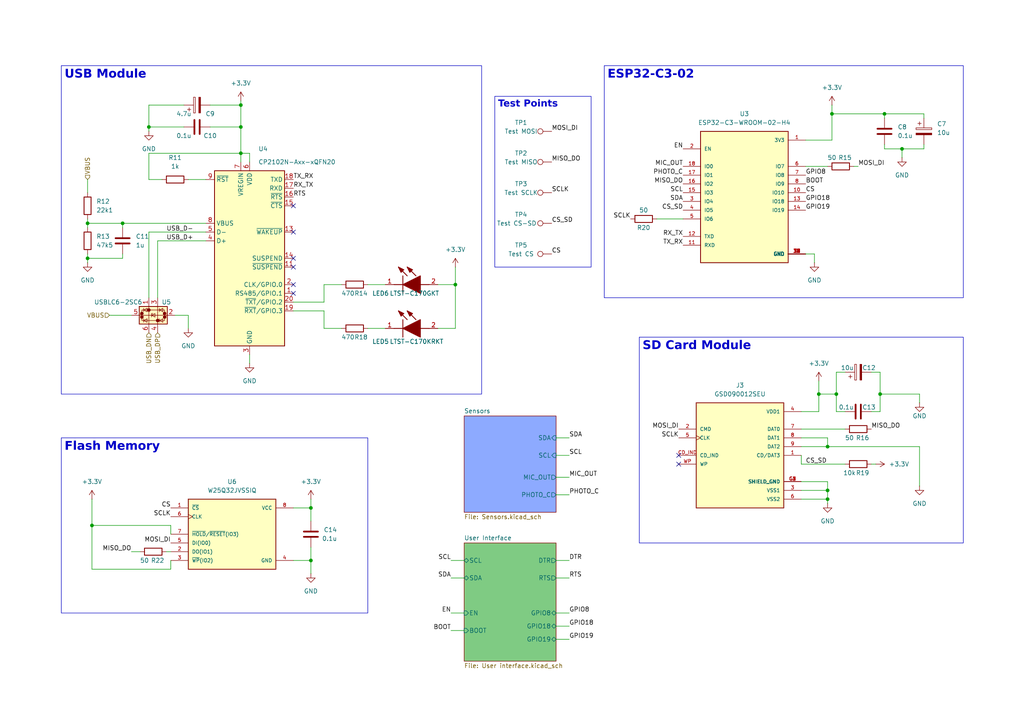
<source format=kicad_sch>
(kicad_sch
	(version 20250114)
	(generator "eeschema")
	(generator_version "9.0")
	(uuid "b155b1cf-c605-45c8-a364-479008dbbe01")
	(paper "A4")
	(title_block
		(title "ESP32 C3, USB, and Flash Memory")
		(date "2025-12-15")
		(company "YUKESH S  2024104010")
	)
	(lib_symbols
		(symbol "Connector:TestPoint"
			(pin_numbers
				(hide yes)
			)
			(pin_names
				(offset 0.762)
				(hide yes)
			)
			(exclude_from_sim no)
			(in_bom yes)
			(on_board yes)
			(property "Reference" "TP"
				(at 0 6.858 0)
				(effects
					(font
						(size 1.27 1.27)
					)
				)
			)
			(property "Value" "TestPoint"
				(at 0 5.08 0)
				(effects
					(font
						(size 1.27 1.27)
					)
				)
			)
			(property "Footprint" ""
				(at 5.08 0 0)
				(effects
					(font
						(size 1.27 1.27)
					)
					(hide yes)
				)
			)
			(property "Datasheet" "~"
				(at 5.08 0 0)
				(effects
					(font
						(size 1.27 1.27)
					)
					(hide yes)
				)
			)
			(property "Description" "test point"
				(at 0 0 0)
				(effects
					(font
						(size 1.27 1.27)
					)
					(hide yes)
				)
			)
			(property "ki_keywords" "test point tp"
				(at 0 0 0)
				(effects
					(font
						(size 1.27 1.27)
					)
					(hide yes)
				)
			)
			(property "ki_fp_filters" "Pin* Test*"
				(at 0 0 0)
				(effects
					(font
						(size 1.27 1.27)
					)
					(hide yes)
				)
			)
			(symbol "TestPoint_0_1"
				(circle
					(center 0 3.302)
					(radius 0.762)
					(stroke
						(width 0)
						(type default)
					)
					(fill
						(type none)
					)
				)
			)
			(symbol "TestPoint_1_1"
				(pin passive line
					(at 0 0 90)
					(length 2.54)
					(name "1"
						(effects
							(font
								(size 1.27 1.27)
							)
						)
					)
					(number "1"
						(effects
							(font
								(size 1.27 1.27)
							)
						)
					)
				)
			)
			(embedded_fonts no)
		)
		(symbol "Device:C"
			(pin_numbers
				(hide yes)
			)
			(pin_names
				(offset 0.254)
			)
			(exclude_from_sim no)
			(in_bom yes)
			(on_board yes)
			(property "Reference" "C"
				(at 0.635 2.54 0)
				(effects
					(font
						(size 1.27 1.27)
					)
					(justify left)
				)
			)
			(property "Value" "C"
				(at 0.635 -2.54 0)
				(effects
					(font
						(size 1.27 1.27)
					)
					(justify left)
				)
			)
			(property "Footprint" ""
				(at 0.9652 -3.81 0)
				(effects
					(font
						(size 1.27 1.27)
					)
					(hide yes)
				)
			)
			(property "Datasheet" "~"
				(at 0 0 0)
				(effects
					(font
						(size 1.27 1.27)
					)
					(hide yes)
				)
			)
			(property "Description" "Unpolarized capacitor"
				(at 0 0 0)
				(effects
					(font
						(size 1.27 1.27)
					)
					(hide yes)
				)
			)
			(property "ki_keywords" "cap capacitor"
				(at 0 0 0)
				(effects
					(font
						(size 1.27 1.27)
					)
					(hide yes)
				)
			)
			(property "ki_fp_filters" "C_*"
				(at 0 0 0)
				(effects
					(font
						(size 1.27 1.27)
					)
					(hide yes)
				)
			)
			(symbol "C_0_1"
				(polyline
					(pts
						(xy -2.032 0.762) (xy 2.032 0.762)
					)
					(stroke
						(width 0.508)
						(type default)
					)
					(fill
						(type none)
					)
				)
				(polyline
					(pts
						(xy -2.032 -0.762) (xy 2.032 -0.762)
					)
					(stroke
						(width 0.508)
						(type default)
					)
					(fill
						(type none)
					)
				)
			)
			(symbol "C_1_1"
				(pin passive line
					(at 0 3.81 270)
					(length 2.794)
					(name "~"
						(effects
							(font
								(size 1.27 1.27)
							)
						)
					)
					(number "1"
						(effects
							(font
								(size 1.27 1.27)
							)
						)
					)
				)
				(pin passive line
					(at 0 -3.81 90)
					(length 2.794)
					(name "~"
						(effects
							(font
								(size 1.27 1.27)
							)
						)
					)
					(number "2"
						(effects
							(font
								(size 1.27 1.27)
							)
						)
					)
				)
			)
			(embedded_fonts no)
		)
		(symbol "Device:C_Polarized"
			(pin_numbers
				(hide yes)
			)
			(pin_names
				(offset 0.254)
			)
			(exclude_from_sim no)
			(in_bom yes)
			(on_board yes)
			(property "Reference" "C"
				(at 0.635 2.54 0)
				(effects
					(font
						(size 1.27 1.27)
					)
					(justify left)
				)
			)
			(property "Value" "C_Polarized"
				(at 0.635 -2.54 0)
				(effects
					(font
						(size 1.27 1.27)
					)
					(justify left)
				)
			)
			(property "Footprint" ""
				(at 0.9652 -3.81 0)
				(effects
					(font
						(size 1.27 1.27)
					)
					(hide yes)
				)
			)
			(property "Datasheet" "~"
				(at 0 0 0)
				(effects
					(font
						(size 1.27 1.27)
					)
					(hide yes)
				)
			)
			(property "Description" "Polarized capacitor"
				(at 0 0 0)
				(effects
					(font
						(size 1.27 1.27)
					)
					(hide yes)
				)
			)
			(property "ki_keywords" "cap capacitor"
				(at 0 0 0)
				(effects
					(font
						(size 1.27 1.27)
					)
					(hide yes)
				)
			)
			(property "ki_fp_filters" "CP_*"
				(at 0 0 0)
				(effects
					(font
						(size 1.27 1.27)
					)
					(hide yes)
				)
			)
			(symbol "C_Polarized_0_1"
				(rectangle
					(start -2.286 0.508)
					(end 2.286 1.016)
					(stroke
						(width 0)
						(type default)
					)
					(fill
						(type none)
					)
				)
				(polyline
					(pts
						(xy -1.778 2.286) (xy -0.762 2.286)
					)
					(stroke
						(width 0)
						(type default)
					)
					(fill
						(type none)
					)
				)
				(polyline
					(pts
						(xy -1.27 2.794) (xy -1.27 1.778)
					)
					(stroke
						(width 0)
						(type default)
					)
					(fill
						(type none)
					)
				)
				(rectangle
					(start 2.286 -0.508)
					(end -2.286 -1.016)
					(stroke
						(width 0)
						(type default)
					)
					(fill
						(type outline)
					)
				)
			)
			(symbol "C_Polarized_1_1"
				(pin passive line
					(at 0 3.81 270)
					(length 2.794)
					(name "~"
						(effects
							(font
								(size 1.27 1.27)
							)
						)
					)
					(number "1"
						(effects
							(font
								(size 1.27 1.27)
							)
						)
					)
				)
				(pin passive line
					(at 0 -3.81 90)
					(length 2.794)
					(name "~"
						(effects
							(font
								(size 1.27 1.27)
							)
						)
					)
					(number "2"
						(effects
							(font
								(size 1.27 1.27)
							)
						)
					)
				)
			)
			(embedded_fonts no)
		)
		(symbol "Device:R"
			(pin_numbers
				(hide yes)
			)
			(pin_names
				(offset 0)
			)
			(exclude_from_sim no)
			(in_bom yes)
			(on_board yes)
			(property "Reference" "R"
				(at 2.032 0 90)
				(effects
					(font
						(size 1.27 1.27)
					)
				)
			)
			(property "Value" "R"
				(at 0 0 90)
				(effects
					(font
						(size 1.27 1.27)
					)
				)
			)
			(property "Footprint" ""
				(at -1.778 0 90)
				(effects
					(font
						(size 1.27 1.27)
					)
					(hide yes)
				)
			)
			(property "Datasheet" "~"
				(at 0 0 0)
				(effects
					(font
						(size 1.27 1.27)
					)
					(hide yes)
				)
			)
			(property "Description" "Resistor"
				(at 0 0 0)
				(effects
					(font
						(size 1.27 1.27)
					)
					(hide yes)
				)
			)
			(property "ki_keywords" "R res resistor"
				(at 0 0 0)
				(effects
					(font
						(size 1.27 1.27)
					)
					(hide yes)
				)
			)
			(property "ki_fp_filters" "R_*"
				(at 0 0 0)
				(effects
					(font
						(size 1.27 1.27)
					)
					(hide yes)
				)
			)
			(symbol "R_0_1"
				(rectangle
					(start -1.016 -2.54)
					(end 1.016 2.54)
					(stroke
						(width 0.254)
						(type default)
					)
					(fill
						(type none)
					)
				)
			)
			(symbol "R_1_1"
				(pin passive line
					(at 0 3.81 270)
					(length 1.27)
					(name "~"
						(effects
							(font
								(size 1.27 1.27)
							)
						)
					)
					(number "1"
						(effects
							(font
								(size 1.27 1.27)
							)
						)
					)
				)
				(pin passive line
					(at 0 -3.81 90)
					(length 1.27)
					(name "~"
						(effects
							(font
								(size 1.27 1.27)
							)
						)
					)
					(number "2"
						(effects
							(font
								(size 1.27 1.27)
							)
						)
					)
				)
			)
			(embedded_fonts no)
		)
		(symbol "ESP32-C3-WROOM-02-H4:ESP32-C3-WROOM-02-H4"
			(pin_names
				(offset 1.016)
			)
			(exclude_from_sim no)
			(in_bom yes)
			(on_board yes)
			(property "Reference" "U3"
				(at 0 25.4 0)
				(effects
					(font
						(size 1.27 1.27)
					)
				)
			)
			(property "Value" "ESP32-C3-WROOM-02-H4"
				(at 0 22.86 0)
				(effects
					(font
						(size 1.27 1.27)
					)
				)
			)
			(property "Footprint" "ESP32-C3-WROOM-02-H4:MODULE_ESP32-C3-WROOM-02-H4"
				(at 0 0 0)
				(effects
					(font
						(size 1.27 1.27)
					)
					(justify bottom)
					(hide yes)
				)
			)
			(property "Datasheet" ""
				(at 0 0 0)
				(effects
					(font
						(size 1.27 1.27)
					)
					(hide yes)
				)
			)
			(property "Description" ""
				(at 0 0 0)
				(effects
					(font
						(size 1.27 1.27)
					)
					(hide yes)
				)
			)
			(property "Short Description" ""
				(at 0 0 0)
				(effects
					(font
						(size 1.27 1.27)
					)
				)
			)
			(property "MF" "Espressif Systems"
				(at 0 0 0)
				(effects
					(font
						(size 1.27 1.27)
					)
					(justify bottom)
					(hide yes)
				)
			)
			(property "Description_1" "WiFi Modules (802.11) (Engineering Samples) SMD module, ESP32-C3, 4MB SPI flash, PCB antenna, -40 C +105 C"
				(at 0 0 0)
				(effects
					(font
						(size 1.27 1.27)
					)
					(justify bottom)
					(hide yes)
				)
			)
			(property "Package" "Package"
				(at 0 0 0)
				(effects
					(font
						(size 1.27 1.27)
					)
					(justify bottom)
					(hide yes)
				)
			)
			(property "Price" "None"
				(at 0 0 0)
				(effects
					(font
						(size 1.27 1.27)
					)
					(justify bottom)
					(hide yes)
				)
			)
			(property "Check_prices" "https://www.snapeda.com/parts/ESP32-C3-WROOM-02-H4/Espressif+Systems/view-part/?ref=eda"
				(at 0 0 0)
				(effects
					(font
						(size 1.27 1.27)
					)
					(justify bottom)
					(hide yes)
				)
			)
			(property "SnapEDA_Link" "https://www.snapeda.com/parts/ESP32-C3-WROOM-02-H4/Espressif+Systems/view-part/?ref=snap"
				(at 0 0 0)
				(effects
					(font
						(size 1.27 1.27)
					)
					(justify bottom)
					(hide yes)
				)
			)
			(property "MP" "ESP32-C3-WROOM-02-H4"
				(at 0 0 0)
				(effects
					(font
						(size 1.27 1.27)
					)
					(justify bottom)
					(hide yes)
				)
			)
			(property "Availability" "In Stock"
				(at 0 0 0)
				(effects
					(font
						(size 1.27 1.27)
					)
					(justify bottom)
					(hide yes)
				)
			)
			(property "Purchase-URL" "https://pricing.snapeda.com/search/part/ESP32-C3-WROOM-02-H4/?ref=eda"
				(at 0 0 0)
				(effects
					(font
						(size 1.27 1.27)
					)
					(justify bottom)
					(hide yes)
				)
			)
			(symbol "ESP32-C3-WROOM-02-H4_0_0"
				(rectangle
					(start -12.7 -17.78)
					(end 12.7 20.32)
					(stroke
						(width 0.254)
						(type default)
					)
					(fill
						(type background)
					)
				)
				(pin input line
					(at -17.78 15.24 0)
					(length 5.08)
					(name "EN"
						(effects
							(font
								(size 1.016 1.016)
							)
						)
					)
					(number "2"
						(effects
							(font
								(size 1.016 1.016)
							)
						)
					)
				)
				(pin bidirectional line
					(at -17.78 10.16 0)
					(length 5.08)
					(name "IO0"
						(effects
							(font
								(size 1.016 1.016)
							)
						)
					)
					(number "18"
						(effects
							(font
								(size 1.016 1.016)
							)
						)
					)
				)
				(pin bidirectional line
					(at -17.78 7.62 0)
					(length 5.08)
					(name "IO1"
						(effects
							(font
								(size 1.016 1.016)
							)
						)
					)
					(number "17"
						(effects
							(font
								(size 1.016 1.016)
							)
						)
					)
				)
				(pin bidirectional line
					(at -17.78 5.08 0)
					(length 5.08)
					(name "IO2"
						(effects
							(font
								(size 1.016 1.016)
							)
						)
					)
					(number "16"
						(effects
							(font
								(size 1.016 1.016)
							)
						)
					)
				)
				(pin bidirectional line
					(at -17.78 2.54 0)
					(length 5.08)
					(name "IO3"
						(effects
							(font
								(size 1.016 1.016)
							)
						)
					)
					(number "15"
						(effects
							(font
								(size 1.016 1.016)
							)
						)
					)
				)
				(pin bidirectional line
					(at -17.78 0 0)
					(length 5.08)
					(name "IO4"
						(effects
							(font
								(size 1.016 1.016)
							)
						)
					)
					(number "3"
						(effects
							(font
								(size 1.016 1.016)
							)
						)
					)
				)
				(pin bidirectional line
					(at -17.78 -2.54 0)
					(length 5.08)
					(name "IO5"
						(effects
							(font
								(size 1.016 1.016)
							)
						)
					)
					(number "4"
						(effects
							(font
								(size 1.016 1.016)
							)
						)
					)
				)
				(pin bidirectional line
					(at -17.78 -5.08 0)
					(length 5.08)
					(name "IO6"
						(effects
							(font
								(size 1.016 1.016)
							)
						)
					)
					(number "5"
						(effects
							(font
								(size 1.016 1.016)
							)
						)
					)
				)
				(pin bidirectional line
					(at -17.78 -10.16 0)
					(length 5.08)
					(name "TXD"
						(effects
							(font
								(size 1.016 1.016)
							)
						)
					)
					(number "12"
						(effects
							(font
								(size 1.016 1.016)
							)
						)
					)
				)
				(pin bidirectional line
					(at -17.78 -12.7 0)
					(length 5.08)
					(name "RXD"
						(effects
							(font
								(size 1.016 1.016)
							)
						)
					)
					(number "11"
						(effects
							(font
								(size 1.016 1.016)
							)
						)
					)
				)
				(pin power_in line
					(at 17.78 17.78 180)
					(length 5.08)
					(name "3V3"
						(effects
							(font
								(size 1.016 1.016)
							)
						)
					)
					(number "1"
						(effects
							(font
								(size 1.016 1.016)
							)
						)
					)
				)
				(pin bidirectional line
					(at 17.78 10.16 180)
					(length 5.08)
					(name "IO7"
						(effects
							(font
								(size 1.016 1.016)
							)
						)
					)
					(number "6"
						(effects
							(font
								(size 1.016 1.016)
							)
						)
					)
				)
				(pin bidirectional line
					(at 17.78 7.62 180)
					(length 5.08)
					(name "IO8"
						(effects
							(font
								(size 1.016 1.016)
							)
						)
					)
					(number "7"
						(effects
							(font
								(size 1.016 1.016)
							)
						)
					)
				)
				(pin bidirectional line
					(at 17.78 5.08 180)
					(length 5.08)
					(name "IO9"
						(effects
							(font
								(size 1.016 1.016)
							)
						)
					)
					(number "8"
						(effects
							(font
								(size 1.016 1.016)
							)
						)
					)
				)
				(pin bidirectional line
					(at 17.78 2.54 180)
					(length 5.08)
					(name "IO10"
						(effects
							(font
								(size 1.016 1.016)
							)
						)
					)
					(number "10"
						(effects
							(font
								(size 1.016 1.016)
							)
						)
					)
				)
				(pin bidirectional line
					(at 17.78 0 180)
					(length 5.08)
					(name "IO18"
						(effects
							(font
								(size 1.016 1.016)
							)
						)
					)
					(number "13"
						(effects
							(font
								(size 1.016 1.016)
							)
						)
					)
				)
				(pin bidirectional line
					(at 17.78 -2.54 180)
					(length 5.08)
					(name "IO19"
						(effects
							(font
								(size 1.016 1.016)
							)
						)
					)
					(number "14"
						(effects
							(font
								(size 1.016 1.016)
							)
						)
					)
				)
				(pin power_in line
					(at 17.78 -15.24 180)
					(length 5.08)
					(name "GND"
						(effects
							(font
								(size 1.016 1.016)
							)
						)
					)
					(number "19"
						(effects
							(font
								(size 1.016 1.016)
							)
						)
					)
				)
				(pin power_in line
					(at 17.78 -15.24 180)
					(length 5.08)
					(name "GND"
						(effects
							(font
								(size 1.016 1.016)
							)
						)
					)
					(number "20"
						(effects
							(font
								(size 1.016 1.016)
							)
						)
					)
				)
				(pin power_in line
					(at 17.78 -15.24 180)
					(length 5.08)
					(name "GND"
						(effects
							(font
								(size 1.016 1.016)
							)
						)
					)
					(number "21"
						(effects
							(font
								(size 1.016 1.016)
							)
						)
					)
				)
				(pin power_in line
					(at 17.78 -15.24 180)
					(length 5.08)
					(name "GND"
						(effects
							(font
								(size 1.016 1.016)
							)
						)
					)
					(number "22"
						(effects
							(font
								(size 1.016 1.016)
							)
						)
					)
				)
				(pin power_in line
					(at 17.78 -15.24 180)
					(length 5.08)
					(name "GND"
						(effects
							(font
								(size 1.016 1.016)
							)
						)
					)
					(number "23"
						(effects
							(font
								(size 1.016 1.016)
							)
						)
					)
				)
				(pin power_in line
					(at 17.78 -15.24 180)
					(length 5.08)
					(name "GND"
						(effects
							(font
								(size 1.016 1.016)
							)
						)
					)
					(number "24"
						(effects
							(font
								(size 1.016 1.016)
							)
						)
					)
				)
				(pin power_in line
					(at 17.78 -15.24 180)
					(length 5.08)
					(name "GND"
						(effects
							(font
								(size 1.016 1.016)
							)
						)
					)
					(number "25"
						(effects
							(font
								(size 1.016 1.016)
							)
						)
					)
				)
				(pin power_in line
					(at 17.78 -15.24 180)
					(length 5.08)
					(name "GND"
						(effects
							(font
								(size 1.016 1.016)
							)
						)
					)
					(number "26"
						(effects
							(font
								(size 1.016 1.016)
							)
						)
					)
				)
				(pin power_in line
					(at 17.78 -15.24 180)
					(length 5.08)
					(name "GND"
						(effects
							(font
								(size 1.016 1.016)
							)
						)
					)
					(number "27"
						(effects
							(font
								(size 1.016 1.016)
							)
						)
					)
				)
				(pin power_in line
					(at 17.78 -15.24 180)
					(length 5.08)
					(name "GND"
						(effects
							(font
								(size 1.016 1.016)
							)
						)
					)
					(number "28"
						(effects
							(font
								(size 1.016 1.016)
							)
						)
					)
				)
				(pin power_in line
					(at 17.78 -15.24 180)
					(length 5.08)
					(name "GND"
						(effects
							(font
								(size 1.016 1.016)
							)
						)
					)
					(number "29"
						(effects
							(font
								(size 1.016 1.016)
							)
						)
					)
				)
				(pin power_in line
					(at 17.78 -15.24 180)
					(length 5.08)
					(name "GND"
						(effects
							(font
								(size 1.016 1.016)
							)
						)
					)
					(number "30"
						(effects
							(font
								(size 1.016 1.016)
							)
						)
					)
				)
				(pin power_in line
					(at 17.78 -15.24 180)
					(length 5.08)
					(name "GND"
						(effects
							(font
								(size 1.016 1.016)
							)
						)
					)
					(number "31"
						(effects
							(font
								(size 1.016 1.016)
							)
						)
					)
				)
				(pin power_in line
					(at 17.78 -15.24 180)
					(length 5.08)
					(name "GND"
						(effects
							(font
								(size 1.016 1.016)
							)
						)
					)
					(number "32"
						(effects
							(font
								(size 1.016 1.016)
							)
						)
					)
				)
				(pin power_in line
					(at 17.78 -15.24 180)
					(length 5.08)
					(name "GND"
						(effects
							(font
								(size 1.016 1.016)
							)
						)
					)
					(number "33"
						(effects
							(font
								(size 1.016 1.016)
							)
						)
					)
				)
				(pin power_in line
					(at 17.78 -15.24 180)
					(length 5.08)
					(name "GND"
						(effects
							(font
								(size 1.016 1.016)
							)
						)
					)
					(number "34"
						(effects
							(font
								(size 1.016 1.016)
							)
						)
					)
				)
				(pin power_in line
					(at 17.78 -15.24 180)
					(length 5.08)
					(name "GND"
						(effects
							(font
								(size 1.016 1.016)
							)
						)
					)
					(number "35"
						(effects
							(font
								(size 1.016 1.016)
							)
						)
					)
				)
				(pin power_in line
					(at 17.78 -15.24 180)
					(length 5.08)
					(name "GND"
						(effects
							(font
								(size 1.016 1.016)
							)
						)
					)
					(number "36"
						(effects
							(font
								(size 1.016 1.016)
							)
						)
					)
				)
				(pin power_in line
					(at 17.78 -15.24 180)
					(length 5.08)
					(name "GND"
						(effects
							(font
								(size 1.016 1.016)
							)
						)
					)
					(number "37"
						(effects
							(font
								(size 1.016 1.016)
							)
						)
					)
				)
				(pin power_in line
					(at 17.78 -15.24 180)
					(length 5.08)
					(name "GND"
						(effects
							(font
								(size 1.016 1.016)
							)
						)
					)
					(number "38"
						(effects
							(font
								(size 1.016 1.016)
							)
						)
					)
				)
				(pin power_in line
					(at 17.78 -15.24 180)
					(length 5.08)
					(name "GND"
						(effects
							(font
								(size 1.016 1.016)
							)
						)
					)
					(number "39"
						(effects
							(font
								(size 1.016 1.016)
							)
						)
					)
				)
				(pin power_in line
					(at 17.78 -15.24 180)
					(length 5.08)
					(name "GND"
						(effects
							(font
								(size 1.016 1.016)
							)
						)
					)
					(number "9"
						(effects
							(font
								(size 1.016 1.016)
							)
						)
					)
				)
			)
			(embedded_fonts no)
		)
		(symbol "GSD090012SEU:GSD090012SEU"
			(pin_names
				(offset 1.016)
			)
			(exclude_from_sim no)
			(in_bom yes)
			(on_board yes)
			(property "Reference" "J"
				(at -12.7 16.002 0)
				(effects
					(font
						(size 1.27 1.27)
					)
					(justify left bottom)
				)
			)
			(property "Value" "GSD090012SEU"
				(at -12.7 -17.78 0)
				(effects
					(font
						(size 1.27 1.27)
					)
					(justify left bottom)
				)
			)
			(property "Footprint" "GSD090012SEU:AMPHENOL_GSD090012SEU"
				(at 0 0 0)
				(effects
					(font
						(size 1.27 1.27)
					)
					(justify bottom)
					(hide yes)
				)
			)
			(property "Datasheet" ""
				(at 0 0 0)
				(effects
					(font
						(size 1.27 1.27)
					)
					(hide yes)
				)
			)
			(property "Description" ""
				(at 0 0 0)
				(effects
					(font
						(size 1.27 1.27)
					)
					(hide yes)
				)
			)
			(property "MF" "Amphenol"
				(at 0 0 0)
				(effects
					(font
						(size 1.27 1.27)
					)
					(justify bottom)
					(hide yes)
				)
			)
			(property "MAXIMUM_PACKAGE_HEIGHT" "2.95mm"
				(at 0 0 0)
				(effects
					(font
						(size 1.27 1.27)
					)
					(justify bottom)
					(hide yes)
				)
			)
			(property "Package" "None"
				(at 0 0 0)
				(effects
					(font
						(size 1.27 1.27)
					)
					(justify bottom)
					(hide yes)
				)
			)
			(property "Price" "None"
				(at 0 0 0)
				(effects
					(font
						(size 1.27 1.27)
					)
					(justify bottom)
					(hide yes)
				)
			)
			(property "Check_prices" "https://www.snapeda.com/parts/GSD090012SEU/Amphenol/view-part/?ref=eda"
				(at 0 0 0)
				(effects
					(font
						(size 1.27 1.27)
					)
					(justify bottom)
					(hide yes)
				)
			)
			(property "STANDARD" "Manufacturer Recommendations"
				(at 0 0 0)
				(effects
					(font
						(size 1.27 1.27)
					)
					(justify bottom)
					(hide yes)
				)
			)
			(property "PARTREV" "E"
				(at 0 0 0)
				(effects
					(font
						(size 1.27 1.27)
					)
					(justify bottom)
					(hide yes)
				)
			)
			(property "SnapEDA_Link" "https://www.snapeda.com/parts/GSD090012SEU/Amphenol/view-part/?ref=snap"
				(at 0 0 0)
				(effects
					(font
						(size 1.27 1.27)
					)
					(justify bottom)
					(hide yes)
				)
			)
			(property "MP" "GSD090012SEU"
				(at 0 0 0)
				(effects
					(font
						(size 1.27 1.27)
					)
					(justify bottom)
					(hide yes)
				)
			)
			(property "Description_1" "Micro SD and SD Card Sockets, Input Output Connectors, SD Socket,9 Position,SMT"
				(at 0 0 0)
				(effects
					(font
						(size 1.27 1.27)
					)
					(justify bottom)
					(hide yes)
				)
			)
			(property "Availability" "In Stock"
				(at 0 0 0)
				(effects
					(font
						(size 1.27 1.27)
					)
					(justify bottom)
					(hide yes)
				)
			)
			(property "MANUFACTURER" "Amphenol"
				(at 0 0 0)
				(effects
					(font
						(size 1.27 1.27)
					)
					(justify bottom)
					(hide yes)
				)
			)
			(symbol "GSD090012SEU_0_0"
				(rectangle
					(start -12.7 -15.24)
					(end 12.7 15.24)
					(stroke
						(width 0.254)
						(type default)
					)
					(fill
						(type background)
					)
				)
				(pin bidirectional line
					(at -17.78 7.62 0)
					(length 5.08)
					(name "CMD"
						(effects
							(font
								(size 1.016 1.016)
							)
						)
					)
					(number "2"
						(effects
							(font
								(size 1.016 1.016)
							)
						)
					)
				)
				(pin bidirectional clock
					(at -17.78 5.08 0)
					(length 5.08)
					(name "CLK"
						(effects
							(font
								(size 1.016 1.016)
							)
						)
					)
					(number "5"
						(effects
							(font
								(size 1.016 1.016)
							)
						)
					)
				)
				(pin passive line
					(at -17.78 0 0)
					(length 5.08)
					(name "CD_IND"
						(effects
							(font
								(size 1.016 1.016)
							)
						)
					)
					(number "CD_IND"
						(effects
							(font
								(size 1.016 1.016)
							)
						)
					)
				)
				(pin passive line
					(at -17.78 -2.54 0)
					(length 5.08)
					(name "WP"
						(effects
							(font
								(size 1.016 1.016)
							)
						)
					)
					(number "WP"
						(effects
							(font
								(size 1.016 1.016)
							)
						)
					)
				)
				(pin power_in line
					(at 17.78 12.7 180)
					(length 5.08)
					(name "VDD1"
						(effects
							(font
								(size 1.016 1.016)
							)
						)
					)
					(number "4"
						(effects
							(font
								(size 1.016 1.016)
							)
						)
					)
				)
				(pin bidirectional line
					(at 17.78 7.62 180)
					(length 5.08)
					(name "DAT0"
						(effects
							(font
								(size 1.016 1.016)
							)
						)
					)
					(number "7"
						(effects
							(font
								(size 1.016 1.016)
							)
						)
					)
				)
				(pin bidirectional line
					(at 17.78 5.08 180)
					(length 5.08)
					(name "DAT1"
						(effects
							(font
								(size 1.016 1.016)
							)
						)
					)
					(number "8"
						(effects
							(font
								(size 1.016 1.016)
							)
						)
					)
				)
				(pin bidirectional line
					(at 17.78 2.54 180)
					(length 5.08)
					(name "DAT2"
						(effects
							(font
								(size 1.016 1.016)
							)
						)
					)
					(number "9"
						(effects
							(font
								(size 1.016 1.016)
							)
						)
					)
				)
				(pin bidirectional line
					(at 17.78 0 180)
					(length 5.08)
					(name "CD/DAT3"
						(effects
							(font
								(size 1.016 1.016)
							)
						)
					)
					(number "1"
						(effects
							(font
								(size 1.016 1.016)
							)
						)
					)
				)
				(pin power_in line
					(at 17.78 -7.62 180)
					(length 5.08)
					(name "SHIELD_GND"
						(effects
							(font
								(size 1.016 1.016)
							)
						)
					)
					(number "G1"
						(effects
							(font
								(size 1.016 1.016)
							)
						)
					)
				)
				(pin power_in line
					(at 17.78 -7.62 180)
					(length 5.08)
					(name "SHIELD_GND"
						(effects
							(font
								(size 1.016 1.016)
							)
						)
					)
					(number "G2"
						(effects
							(font
								(size 1.016 1.016)
							)
						)
					)
				)
				(pin power_in line
					(at 17.78 -7.62 180)
					(length 5.08)
					(name "SHIELD_GND"
						(effects
							(font
								(size 1.016 1.016)
							)
						)
					)
					(number "G3"
						(effects
							(font
								(size 1.016 1.016)
							)
						)
					)
				)
				(pin power_in line
					(at 17.78 -7.62 180)
					(length 5.08)
					(name "SHIELD_GND"
						(effects
							(font
								(size 1.016 1.016)
							)
						)
					)
					(number "G4"
						(effects
							(font
								(size 1.016 1.016)
							)
						)
					)
				)
				(pin power_in line
					(at 17.78 -10.16 180)
					(length 5.08)
					(name "VSS1"
						(effects
							(font
								(size 1.016 1.016)
							)
						)
					)
					(number "3"
						(effects
							(font
								(size 1.016 1.016)
							)
						)
					)
				)
				(pin power_in line
					(at 17.78 -12.7 180)
					(length 5.08)
					(name "VSS2"
						(effects
							(font
								(size 1.016 1.016)
							)
						)
					)
					(number "6"
						(effects
							(font
								(size 1.016 1.016)
							)
						)
					)
				)
			)
			(embedded_fonts no)
		)
		(symbol "Interface_USB:CP2102N-Axx-xQFN20"
			(exclude_from_sim no)
			(in_bom yes)
			(on_board yes)
			(property "Reference" "U"
				(at -8.89 26.67 0)
				(effects
					(font
						(size 1.27 1.27)
					)
				)
			)
			(property "Value" "CP2102N-Axx-xQFN20"
				(at 12.7 26.67 0)
				(effects
					(font
						(size 1.27 1.27)
					)
				)
			)
			(property "Footprint" "Package_DFN_QFN:SiliconLabs_QFN-20-1EP_3x3mm_P0.5mm"
				(at 31.75 -26.67 0)
				(effects
					(font
						(size 1.27 1.27)
					)
					(hide yes)
				)
			)
			(property "Datasheet" "https://www.silabs.com/documents/public/data-sheets/cp2102n-datasheet.pdf"
				(at 1.27 -19.05 0)
				(effects
					(font
						(size 1.27 1.27)
					)
					(hide yes)
				)
			)
			(property "Description" "USB to UART master bridge, QFN-20"
				(at 0 0 0)
				(effects
					(font
						(size 1.27 1.27)
					)
					(hide yes)
				)
			)
			(property "ki_keywords" "USB UART bridge"
				(at 0 0 0)
				(effects
					(font
						(size 1.27 1.27)
					)
					(hide yes)
				)
			)
			(property "ki_fp_filters" "SiliconLabs*QFN*3x3mm*P0.5mm*"
				(at 0 0 0)
				(effects
					(font
						(size 1.27 1.27)
					)
					(hide yes)
				)
			)
			(symbol "CP2102N-Axx-xQFN20_0_1"
				(rectangle
					(start -10.16 25.4)
					(end 10.16 -25.4)
					(stroke
						(width 0.254)
						(type default)
					)
					(fill
						(type background)
					)
				)
			)
			(symbol "CP2102N-Axx-xQFN20_1_1"
				(pin input line
					(at -12.7 22.86 0)
					(length 2.54)
					(name "~{RST}"
						(effects
							(font
								(size 1.27 1.27)
							)
						)
					)
					(number "9"
						(effects
							(font
								(size 1.27 1.27)
							)
						)
					)
				)
				(pin input line
					(at -12.7 10.16 0)
					(length 2.54)
					(name "VBUS"
						(effects
							(font
								(size 1.27 1.27)
							)
						)
					)
					(number "8"
						(effects
							(font
								(size 1.27 1.27)
							)
						)
					)
				)
				(pin bidirectional line
					(at -12.7 7.62 0)
					(length 2.54)
					(name "D-"
						(effects
							(font
								(size 1.27 1.27)
							)
						)
					)
					(number "5"
						(effects
							(font
								(size 1.27 1.27)
							)
						)
					)
				)
				(pin bidirectional line
					(at -12.7 5.08 0)
					(length 2.54)
					(name "D+"
						(effects
							(font
								(size 1.27 1.27)
							)
						)
					)
					(number "4"
						(effects
							(font
								(size 1.27 1.27)
							)
						)
					)
				)
				(pin no_connect line
					(at -10.16 -22.86 0)
					(length 2.54)
					(hide yes)
					(name "NC"
						(effects
							(font
								(size 1.27 1.27)
							)
						)
					)
					(number "10"
						(effects
							(font
								(size 1.27 1.27)
							)
						)
					)
				)
				(pin power_in line
					(at -2.54 27.94 270)
					(length 2.54)
					(name "VREGIN"
						(effects
							(font
								(size 1.27 1.27)
							)
						)
					)
					(number "7"
						(effects
							(font
								(size 1.27 1.27)
							)
						)
					)
				)
				(pin power_in line
					(at 0 27.94 270)
					(length 2.54)
					(name "VDD"
						(effects
							(font
								(size 1.27 1.27)
							)
						)
					)
					(number "6"
						(effects
							(font
								(size 1.27 1.27)
							)
						)
					)
				)
				(pin passive line
					(at 0 -27.94 90)
					(length 2.54)
					(hide yes)
					(name "GND"
						(effects
							(font
								(size 1.27 1.27)
							)
						)
					)
					(number "12"
						(effects
							(font
								(size 1.27 1.27)
							)
						)
					)
				)
				(pin passive line
					(at 0 -27.94 90)
					(length 2.54)
					(hide yes)
					(name "GND"
						(effects
							(font
								(size 1.27 1.27)
							)
						)
					)
					(number "21"
						(effects
							(font
								(size 1.27 1.27)
							)
						)
					)
				)
				(pin power_in line
					(at 0 -27.94 90)
					(length 2.54)
					(name "GND"
						(effects
							(font
								(size 1.27 1.27)
							)
						)
					)
					(number "3"
						(effects
							(font
								(size 1.27 1.27)
							)
						)
					)
				)
				(pin output line
					(at 12.7 22.86 180)
					(length 2.54)
					(name "TXD"
						(effects
							(font
								(size 1.27 1.27)
							)
						)
					)
					(number "18"
						(effects
							(font
								(size 1.27 1.27)
							)
						)
					)
				)
				(pin input line
					(at 12.7 20.32 180)
					(length 2.54)
					(name "RXD"
						(effects
							(font
								(size 1.27 1.27)
							)
						)
					)
					(number "17"
						(effects
							(font
								(size 1.27 1.27)
							)
						)
					)
				)
				(pin output line
					(at 12.7 17.78 180)
					(length 2.54)
					(name "~{RTS}"
						(effects
							(font
								(size 1.27 1.27)
							)
						)
					)
					(number "16"
						(effects
							(font
								(size 1.27 1.27)
							)
						)
					)
				)
				(pin input line
					(at 12.7 15.24 180)
					(length 2.54)
					(name "~{CTS}"
						(effects
							(font
								(size 1.27 1.27)
							)
						)
					)
					(number "15"
						(effects
							(font
								(size 1.27 1.27)
							)
						)
					)
				)
				(pin input line
					(at 12.7 7.62 180)
					(length 2.54)
					(name "~{WAKEUP}"
						(effects
							(font
								(size 1.27 1.27)
							)
						)
					)
					(number "13"
						(effects
							(font
								(size 1.27 1.27)
							)
						)
					)
				)
				(pin output line
					(at 12.7 0 180)
					(length 2.54)
					(name "SUSPEND"
						(effects
							(font
								(size 1.27 1.27)
							)
						)
					)
					(number "14"
						(effects
							(font
								(size 1.27 1.27)
							)
						)
					)
				)
				(pin output line
					(at 12.7 -2.54 180)
					(length 2.54)
					(name "~{SUSPEND}"
						(effects
							(font
								(size 1.27 1.27)
							)
						)
					)
					(number "11"
						(effects
							(font
								(size 1.27 1.27)
							)
						)
					)
				)
				(pin bidirectional line
					(at 12.7 -7.62 180)
					(length 2.54)
					(name "CLK/GPIO.0"
						(effects
							(font
								(size 1.27 1.27)
							)
						)
					)
					(number "2"
						(effects
							(font
								(size 1.27 1.27)
							)
						)
					)
				)
				(pin bidirectional line
					(at 12.7 -10.16 180)
					(length 2.54)
					(name "RS485/GPIO.1"
						(effects
							(font
								(size 1.27 1.27)
							)
						)
					)
					(number "1"
						(effects
							(font
								(size 1.27 1.27)
							)
						)
					)
				)
				(pin bidirectional line
					(at 12.7 -12.7 180)
					(length 2.54)
					(name "~{TXT}/GPIO.2"
						(effects
							(font
								(size 1.27 1.27)
							)
						)
					)
					(number "20"
						(effects
							(font
								(size 1.27 1.27)
							)
						)
					)
				)
				(pin bidirectional line
					(at 12.7 -15.24 180)
					(length 2.54)
					(name "~{RXT}/GPIO.3"
						(effects
							(font
								(size 1.27 1.27)
							)
						)
					)
					(number "19"
						(effects
							(font
								(size 1.27 1.27)
							)
						)
					)
				)
			)
			(embedded_fonts no)
		)
		(symbol "LTST-C170GKT:LTST-C170GKT"
			(pin_names
				(hide yes)
			)
			(exclude_from_sim no)
			(in_bom yes)
			(on_board yes)
			(property "Reference" "LED"
				(at 12.7 8.89 0)
				(effects
					(font
						(size 1.27 1.27)
					)
					(justify left bottom)
				)
			)
			(property "Value" "LTST-C170GKT"
				(at 12.7 6.35 0)
				(effects
					(font
						(size 1.27 1.27)
					)
					(justify left bottom)
				)
			)
			(property "Footprint" "LEDC2012X120N"
				(at 12.7 -93.65 0)
				(effects
					(font
						(size 1.27 1.27)
					)
					(justify left bottom)
					(hide yes)
				)
			)
			(property "Datasheet" "https://mm.digikey.com/Volume0/opasdata/d220001/medias/docus/895/LTST-C170GKT.pdf"
				(at 12.7 -193.65 0)
				(effects
					(font
						(size 1.27 1.27)
					)
					(justify left bottom)
					(hide yes)
				)
			)
			(property "Description" "LED,SMD,0805,Green,6mcd,130deg Lite-On LTST-C170GKT, CHIPLED 0805 Series Green LED, 569 nm 2012 (0805), Rectangle Lens SMD package"
				(at 0 0 0)
				(effects
					(font
						(size 1.27 1.27)
					)
					(hide yes)
				)
			)
			(property "Height" "1.2"
				(at 12.7 -393.65 0)
				(effects
					(font
						(size 1.27 1.27)
					)
					(justify left bottom)
					(hide yes)
				)
			)
			(property "Manufacturer_Name" "Lite-On"
				(at 12.7 -493.65 0)
				(effects
					(font
						(size 1.27 1.27)
					)
					(justify left bottom)
					(hide yes)
				)
			)
			(property "Manufacturer_Part_Number" "LTST-C170GKT"
				(at 12.7 -593.65 0)
				(effects
					(font
						(size 1.27 1.27)
					)
					(justify left bottom)
					(hide yes)
				)
			)
			(property "Mouser Part Number" "859-LTST-C170GKT"
				(at 12.7 -693.65 0)
				(effects
					(font
						(size 1.27 1.27)
					)
					(justify left bottom)
					(hide yes)
				)
			)
			(property "Mouser Price/Stock" "https://www.mouser.co.uk/ProductDetail/Lite-On/LTST-C170GKT?qs=%2FSqKn2EfXQSV5aRij3YIfQ%3D%3D"
				(at 12.7 -793.65 0)
				(effects
					(font
						(size 1.27 1.27)
					)
					(justify left bottom)
					(hide yes)
				)
			)
			(property "Arrow Part Number" "LTST-C170GKT"
				(at 12.7 -893.65 0)
				(effects
					(font
						(size 1.27 1.27)
					)
					(justify left bottom)
					(hide yes)
				)
			)
			(property "Arrow Price/Stock" "https://www.arrow.com/en/products/ltst-c170gkt/lite-on-technology?utm_currency=USD&region=nac"
				(at 12.7 -993.65 0)
				(effects
					(font
						(size 1.27 1.27)
					)
					(justify left bottom)
					(hide yes)
				)
			)
			(symbol "LTST-C170GKT_1_1"
				(polyline
					(pts
						(xy 2.54 0) (xy 5.08 0)
					)
					(stroke
						(width 0.254)
						(type default)
					)
					(fill
						(type none)
					)
				)
				(polyline
					(pts
						(xy 5.08 2.54) (xy 5.08 -2.54)
					)
					(stroke
						(width 0.254)
						(type default)
					)
					(fill
						(type none)
					)
				)
				(polyline
					(pts
						(xy 5.08 0) (xy 10.16 2.54) (xy 10.16 -2.54) (xy 5.08 0)
					)
					(stroke
						(width 0.254)
						(type default)
					)
					(fill
						(type outline)
					)
				)
				(polyline
					(pts
						(xy 5.334 4.318) (xy 4.572 3.556) (xy 3.81 5.08) (xy 5.334 4.318)
					)
					(stroke
						(width 0.254)
						(type default)
					)
					(fill
						(type outline)
					)
				)
				(polyline
					(pts
						(xy 6.35 2.54) (xy 3.81 5.08)
					)
					(stroke
						(width 0.254)
						(type default)
					)
					(fill
						(type none)
					)
				)
				(polyline
					(pts
						(xy 7.874 4.318) (xy 7.112 3.556) (xy 6.35 5.08) (xy 7.874 4.318)
					)
					(stroke
						(width 0.254)
						(type default)
					)
					(fill
						(type outline)
					)
				)
				(polyline
					(pts
						(xy 8.89 2.54) (xy 6.35 5.08)
					)
					(stroke
						(width 0.254)
						(type default)
					)
					(fill
						(type none)
					)
				)
				(polyline
					(pts
						(xy 10.16 0) (xy 12.7 0)
					)
					(stroke
						(width 0.254)
						(type default)
					)
					(fill
						(type none)
					)
				)
				(pin passive line
					(at 0 0 0)
					(length 2.54)
					(name "K"
						(effects
							(font
								(size 1.27 1.27)
							)
						)
					)
					(number "1"
						(effects
							(font
								(size 1.27 1.27)
							)
						)
					)
				)
				(pin passive line
					(at 15.24 0 180)
					(length 2.54)
					(name "A"
						(effects
							(font
								(size 1.27 1.27)
							)
						)
					)
					(number "2"
						(effects
							(font
								(size 1.27 1.27)
							)
						)
					)
				)
			)
			(embedded_fonts no)
		)
		(symbol "LTST-C170KRKT:LTST-C170KRKT"
			(pin_names
				(hide yes)
			)
			(exclude_from_sim no)
			(in_bom yes)
			(on_board yes)
			(property "Reference" "LED"
				(at 12.7 8.89 0)
				(effects
					(font
						(size 1.27 1.27)
					)
					(justify left bottom)
				)
			)
			(property "Value" "LTST-C170KRKT"
				(at 12.7 6.35 0)
				(effects
					(font
						(size 1.27 1.27)
					)
					(justify left bottom)
				)
			)
			(property "Footprint" "LEDC2012X120N"
				(at 12.7 -93.65 0)
				(effects
					(font
						(size 1.27 1.27)
					)
					(justify left bottom)
					(hide yes)
				)
			)
			(property "Datasheet" "https://componentsearchengine.com/Datasheets/1/LTST-C170KRKT.pdf"
				(at 12.7 -193.65 0)
				(effects
					(font
						(size 1.27 1.27)
					)
					(justify left bottom)
					(hide yes)
				)
			)
			(property "Description" "Standard LEDs - SMD Red Clear 631nm"
				(at 0 0 0)
				(effects
					(font
						(size 1.27 1.27)
					)
					(hide yes)
				)
			)
			(property "Height" "1.2"
				(at 12.7 -393.65 0)
				(effects
					(font
						(size 1.27 1.27)
					)
					(justify left bottom)
					(hide yes)
				)
			)
			(property "Manufacturer_Name" "Lite-On"
				(at 12.7 -493.65 0)
				(effects
					(font
						(size 1.27 1.27)
					)
					(justify left bottom)
					(hide yes)
				)
			)
			(property "Manufacturer_Part_Number" "LTST-C170KRKT"
				(at 12.7 -593.65 0)
				(effects
					(font
						(size 1.27 1.27)
					)
					(justify left bottom)
					(hide yes)
				)
			)
			(property "Mouser Part Number" "859-LTST-C170KRKT"
				(at 12.7 -693.65 0)
				(effects
					(font
						(size 1.27 1.27)
					)
					(justify left bottom)
					(hide yes)
				)
			)
			(property "Mouser Price/Stock" "https://www.mouser.co.uk/ProductDetail/Lite-On/LTST-C170KRKT?qs=NUb82WqeCyrVOID%2Fxt4rgA%3D%3D"
				(at 12.7 -793.65 0)
				(effects
					(font
						(size 1.27 1.27)
					)
					(justify left bottom)
					(hide yes)
				)
			)
			(property "Arrow Part Number" "LTST-C170KRKT"
				(at 12.7 -893.65 0)
				(effects
					(font
						(size 1.27 1.27)
					)
					(justify left bottom)
					(hide yes)
				)
			)
			(property "Arrow Price/Stock" "https://www.arrow.com/en/products/ltst-c170krkt/lite-on-technology?utm_currency=USD&region=nac"
				(at 12.7 -993.65 0)
				(effects
					(font
						(size 1.27 1.27)
					)
					(justify left bottom)
					(hide yes)
				)
			)
			(symbol "LTST-C170KRKT_1_1"
				(polyline
					(pts
						(xy 2.54 0) (xy 5.08 0)
					)
					(stroke
						(width 0.254)
						(type default)
					)
					(fill
						(type none)
					)
				)
				(polyline
					(pts
						(xy 5.08 2.54) (xy 5.08 -2.54)
					)
					(stroke
						(width 0.254)
						(type default)
					)
					(fill
						(type none)
					)
				)
				(polyline
					(pts
						(xy 5.08 0) (xy 10.16 2.54) (xy 10.16 -2.54) (xy 5.08 0)
					)
					(stroke
						(width 0.254)
						(type default)
					)
					(fill
						(type outline)
					)
				)
				(polyline
					(pts
						(xy 5.334 4.318) (xy 4.572 3.556) (xy 3.81 5.08) (xy 5.334 4.318)
					)
					(stroke
						(width 0.254)
						(type default)
					)
					(fill
						(type outline)
					)
				)
				(polyline
					(pts
						(xy 6.35 2.54) (xy 3.81 5.08)
					)
					(stroke
						(width 0.254)
						(type default)
					)
					(fill
						(type none)
					)
				)
				(polyline
					(pts
						(xy 7.874 4.318) (xy 7.112 3.556) (xy 6.35 5.08) (xy 7.874 4.318)
					)
					(stroke
						(width 0.254)
						(type default)
					)
					(fill
						(type outline)
					)
				)
				(polyline
					(pts
						(xy 8.89 2.54) (xy 6.35 5.08)
					)
					(stroke
						(width 0.254)
						(type default)
					)
					(fill
						(type none)
					)
				)
				(polyline
					(pts
						(xy 10.16 0) (xy 12.7 0)
					)
					(stroke
						(width 0.254)
						(type default)
					)
					(fill
						(type none)
					)
				)
				(pin passive line
					(at 0 0 0)
					(length 2.54)
					(name "K"
						(effects
							(font
								(size 1.27 1.27)
							)
						)
					)
					(number "1"
						(effects
							(font
								(size 1.27 1.27)
							)
						)
					)
				)
				(pin passive line
					(at 15.24 0 180)
					(length 2.54)
					(name "A"
						(effects
							(font
								(size 1.27 1.27)
							)
						)
					)
					(number "2"
						(effects
							(font
								(size 1.27 1.27)
							)
						)
					)
				)
			)
			(embedded_fonts no)
		)
		(symbol "Power_Protection:USBLC6-2SC6"
			(pin_names
				(hide yes)
			)
			(exclude_from_sim no)
			(in_bom yes)
			(on_board yes)
			(property "Reference" "U"
				(at 0.635 5.715 0)
				(effects
					(font
						(size 1.27 1.27)
					)
					(justify left)
				)
			)
			(property "Value" "USBLC6-2SC6"
				(at 0.635 3.81 0)
				(effects
					(font
						(size 1.27 1.27)
					)
					(justify left)
				)
			)
			(property "Footprint" "Package_TO_SOT_SMD:SOT-23-6"
				(at 1.27 -6.35 0)
				(effects
					(font
						(size 1.27 1.27)
						(italic yes)
					)
					(justify left)
					(hide yes)
				)
			)
			(property "Datasheet" "https://www.st.com/resource/en/datasheet/usblc6-2.pdf"
				(at 1.27 -8.255 0)
				(effects
					(font
						(size 1.27 1.27)
					)
					(justify left)
					(hide yes)
				)
			)
			(property "Description" "Very low capacitance ESD protection diode, 2 data-line, SOT-23-6"
				(at 0 0 0)
				(effects
					(font
						(size 1.27 1.27)
					)
					(hide yes)
				)
			)
			(property "ki_keywords" "usb ethernet video"
				(at 0 0 0)
				(effects
					(font
						(size 1.27 1.27)
					)
					(hide yes)
				)
			)
			(property "ki_fp_filters" "SOT?23*"
				(at 0 0 0)
				(effects
					(font
						(size 1.27 1.27)
					)
					(hide yes)
				)
			)
			(symbol "USBLC6-2SC6_0_0"
				(circle
					(center -1.524 0)
					(radius 0.0001)
					(stroke
						(width 0.508)
						(type default)
					)
					(fill
						(type none)
					)
				)
				(circle
					(center -0.508 2.032)
					(radius 0.0001)
					(stroke
						(width 0.508)
						(type default)
					)
					(fill
						(type none)
					)
				)
				(circle
					(center -0.508 -4.572)
					(radius 0.0001)
					(stroke
						(width 0.508)
						(type default)
					)
					(fill
						(type none)
					)
				)
				(circle
					(center 0.508 2.032)
					(radius 0.0001)
					(stroke
						(width 0.508)
						(type default)
					)
					(fill
						(type none)
					)
				)
				(circle
					(center 0.508 -4.572)
					(radius 0.0001)
					(stroke
						(width 0.508)
						(type default)
					)
					(fill
						(type none)
					)
				)
				(circle
					(center 1.524 -2.54)
					(radius 0.0001)
					(stroke
						(width 0.508)
						(type default)
					)
					(fill
						(type none)
					)
				)
			)
			(symbol "USBLC6-2SC6_0_1"
				(polyline
					(pts
						(xy -2.54 0) (xy 2.54 0)
					)
					(stroke
						(width 0)
						(type default)
					)
					(fill
						(type none)
					)
				)
				(polyline
					(pts
						(xy -2.54 -2.54) (xy 2.54 -2.54)
					)
					(stroke
						(width 0)
						(type default)
					)
					(fill
						(type none)
					)
				)
				(polyline
					(pts
						(xy -2.032 0.508) (xy -1.016 0.508) (xy -1.524 1.524) (xy -2.032 0.508)
					)
					(stroke
						(width 0)
						(type default)
					)
					(fill
						(type none)
					)
				)
				(polyline
					(pts
						(xy -2.032 -3.048) (xy -1.016 -3.048)
					)
					(stroke
						(width 0)
						(type default)
					)
					(fill
						(type none)
					)
				)
				(polyline
					(pts
						(xy -1.016 1.524) (xy -2.032 1.524)
					)
					(stroke
						(width 0)
						(type default)
					)
					(fill
						(type none)
					)
				)
				(polyline
					(pts
						(xy -1.016 -4.064) (xy -2.032 -4.064) (xy -1.524 -3.048) (xy -1.016 -4.064)
					)
					(stroke
						(width 0)
						(type default)
					)
					(fill
						(type none)
					)
				)
				(polyline
					(pts
						(xy -0.508 -1.143) (xy -0.508 -0.762) (xy 0.508 -0.762)
					)
					(stroke
						(width 0)
						(type default)
					)
					(fill
						(type none)
					)
				)
				(polyline
					(pts
						(xy 0 2.54) (xy -0.508 2.032) (xy 0.508 2.032) (xy 0 1.524) (xy 0 -4.064) (xy -0.508 -4.572) (xy 0.508 -4.572)
						(xy 0 -5.08)
					)
					(stroke
						(width 0)
						(type default)
					)
					(fill
						(type none)
					)
				)
				(polyline
					(pts
						(xy 0.508 -1.778) (xy -0.508 -1.778) (xy 0 -0.762) (xy 0.508 -1.778)
					)
					(stroke
						(width 0)
						(type default)
					)
					(fill
						(type none)
					)
				)
				(polyline
					(pts
						(xy 1.016 1.524) (xy 2.032 1.524)
					)
					(stroke
						(width 0)
						(type default)
					)
					(fill
						(type none)
					)
				)
				(polyline
					(pts
						(xy 1.016 -3.048) (xy 2.032 -3.048)
					)
					(stroke
						(width 0)
						(type default)
					)
					(fill
						(type none)
					)
				)
				(polyline
					(pts
						(xy 2.032 0.508) (xy 1.016 0.508) (xy 1.524 1.524) (xy 2.032 0.508)
					)
					(stroke
						(width 0)
						(type default)
					)
					(fill
						(type none)
					)
				)
				(polyline
					(pts
						(xy 2.032 -4.064) (xy 1.016 -4.064) (xy 1.524 -3.048) (xy 2.032 -4.064)
					)
					(stroke
						(width 0)
						(type default)
					)
					(fill
						(type none)
					)
				)
			)
			(symbol "USBLC6-2SC6_1_1"
				(rectangle
					(start -2.54 2.794)
					(end 2.54 -5.334)
					(stroke
						(width 0.254)
						(type default)
					)
					(fill
						(type background)
					)
				)
				(polyline
					(pts
						(xy -0.508 2.032) (xy -1.524 2.032) (xy -1.524 -4.572) (xy -0.508 -4.572)
					)
					(stroke
						(width 0)
						(type default)
					)
					(fill
						(type none)
					)
				)
				(polyline
					(pts
						(xy 0.508 -4.572) (xy 1.524 -4.572) (xy 1.524 2.032) (xy 0.508 2.032)
					)
					(stroke
						(width 0)
						(type default)
					)
					(fill
						(type none)
					)
				)
				(pin passive line
					(at -5.08 0 0)
					(length 2.54)
					(name "I/O1"
						(effects
							(font
								(size 1.27 1.27)
							)
						)
					)
					(number "1"
						(effects
							(font
								(size 1.27 1.27)
							)
						)
					)
				)
				(pin passive line
					(at -5.08 -2.54 0)
					(length 2.54)
					(name "I/O2"
						(effects
							(font
								(size 1.27 1.27)
							)
						)
					)
					(number "3"
						(effects
							(font
								(size 1.27 1.27)
							)
						)
					)
				)
				(pin passive line
					(at 0 5.08 270)
					(length 2.54)
					(name "VBUS"
						(effects
							(font
								(size 1.27 1.27)
							)
						)
					)
					(number "5"
						(effects
							(font
								(size 1.27 1.27)
							)
						)
					)
				)
				(pin passive line
					(at 0 -7.62 90)
					(length 2.54)
					(name "GND"
						(effects
							(font
								(size 1.27 1.27)
							)
						)
					)
					(number "2"
						(effects
							(font
								(size 1.27 1.27)
							)
						)
					)
				)
				(pin passive line
					(at 5.08 0 180)
					(length 2.54)
					(name "I/O1"
						(effects
							(font
								(size 1.27 1.27)
							)
						)
					)
					(number "6"
						(effects
							(font
								(size 1.27 1.27)
							)
						)
					)
				)
				(pin passive line
					(at 5.08 -2.54 180)
					(length 2.54)
					(name "I/O2"
						(effects
							(font
								(size 1.27 1.27)
							)
						)
					)
					(number "4"
						(effects
							(font
								(size 1.27 1.27)
							)
						)
					)
				)
			)
			(embedded_fonts no)
		)
		(symbol "W25Q32JVSSIQ:W25Q32JVSSIQ"
			(pin_names
				(offset 1.016)
			)
			(exclude_from_sim no)
			(in_bom yes)
			(on_board yes)
			(property "Reference" "U"
				(at -12.4723 10.945 0)
				(effects
					(font
						(size 1.27 1.27)
					)
					(justify left bottom)
				)
			)
			(property "Value" "W25Q32JVSSIQ"
				(at -12.4744 -12.2198 0)
				(effects
					(font
						(size 1.27 1.27)
					)
					(justify left bottom)
				)
			)
			(property "Footprint" "W25Q32JVSSIQ:SOIC127P790X216-8N"
				(at 0 0 0)
				(effects
					(font
						(size 1.27 1.27)
					)
					(justify bottom)
					(hide yes)
				)
			)
			(property "Datasheet" ""
				(at 0 0 0)
				(effects
					(font
						(size 1.27 1.27)
					)
					(hide yes)
				)
			)
			(property "Description" ""
				(at 0 0 0)
				(effects
					(font
						(size 1.27 1.27)
					)
					(hide yes)
				)
			)
			(property "SHOP" ""
				(at 0 0 0)
				(effects
					(font
						(size 1.27 1.27)
					)
					(justify bottom)
					(hide yes)
				)
			)
			(property "MF" "Winbond"
				(at 0 0 0)
				(effects
					(font
						(size 1.27 1.27)
					)
					(justify bottom)
					(hide yes)
				)
			)
			(property "Description_1" "FLASH - NOR Memory IC 32Mb (4M x 8) SPI - Quad I/O 133 MHz 8-SOIC"
				(at 0 0 0)
				(effects
					(font
						(size 1.27 1.27)
					)
					(justify bottom)
					(hide yes)
				)
			)
			(property "Package" "SOIC-8 Winbond"
				(at 0 0 0)
				(effects
					(font
						(size 1.27 1.27)
					)
					(justify bottom)
					(hide yes)
				)
			)
			(property "Price" "None"
				(at 0 0 0)
				(effects
					(font
						(size 1.27 1.27)
					)
					(justify bottom)
					(hide yes)
				)
			)
			(property "SnapEDA_Link" "https://www.snapeda.com/parts/W25Q32JVSSIQ/Winbond+Electronics/view-part/?ref=snap"
				(at 0 0 0)
				(effects
					(font
						(size 1.27 1.27)
					)
					(justify bottom)
					(hide yes)
				)
			)
			(property "MP" "W25Q32JVSSIQ"
				(at 0 0 0)
				(effects
					(font
						(size 1.27 1.27)
					)
					(justify bottom)
					(hide yes)
				)
			)
			(property "M_PART_NUMBER" "W25QXX"
				(at 0 0 0)
				(effects
					(font
						(size 1.27 1.27)
					)
					(justify bottom)
					(hide yes)
				)
			)
			(property "Availability" "In Stock"
				(at 0 0 0)
				(effects
					(font
						(size 1.27 1.27)
					)
					(justify bottom)
					(hide yes)
				)
			)
			(property "Check_prices" "https://www.snapeda.com/parts/W25Q32JVSSIQ/Winbond+Electronics/view-part/?ref=eda"
				(at 0 0 0)
				(effects
					(font
						(size 1.27 1.27)
					)
					(justify bottom)
					(hide yes)
				)
			)
			(symbol "W25Q32JVSSIQ_0_0"
				(rectangle
					(start -12.7 -10.16)
					(end 12.7 10.16)
					(stroke
						(width 0.254)
						(type default)
					)
					(fill
						(type background)
					)
				)
				(pin input line
					(at -17.78 7.62 0)
					(length 5.08)
					(name "~{CS}"
						(effects
							(font
								(size 1.016 1.016)
							)
						)
					)
					(number "1"
						(effects
							(font
								(size 1.016 1.016)
							)
						)
					)
				)
				(pin input clock
					(at -17.78 5.08 0)
					(length 5.08)
					(name "CLK"
						(effects
							(font
								(size 1.016 1.016)
							)
						)
					)
					(number "6"
						(effects
							(font
								(size 1.016 1.016)
							)
						)
					)
				)
				(pin bidirectional line
					(at -17.78 0 0)
					(length 5.08)
					(name "~{HOLD}/~{RESET}(IO3)"
						(effects
							(font
								(size 1.016 1.016)
							)
						)
					)
					(number "7"
						(effects
							(font
								(size 1.016 1.016)
							)
						)
					)
				)
				(pin bidirectional line
					(at -17.78 -2.54 0)
					(length 5.08)
					(name "DI(IO0)"
						(effects
							(font
								(size 1.016 1.016)
							)
						)
					)
					(number "5"
						(effects
							(font
								(size 1.016 1.016)
							)
						)
					)
				)
				(pin bidirectional line
					(at -17.78 -5.08 0)
					(length 5.08)
					(name "DO(IO1)"
						(effects
							(font
								(size 1.016 1.016)
							)
						)
					)
					(number "2"
						(effects
							(font
								(size 1.016 1.016)
							)
						)
					)
				)
				(pin bidirectional line
					(at -17.78 -7.62 0)
					(length 5.08)
					(name "~{WP}(IO2)"
						(effects
							(font
								(size 1.016 1.016)
							)
						)
					)
					(number "3"
						(effects
							(font
								(size 1.016 1.016)
							)
						)
					)
				)
				(pin power_in line
					(at 17.78 7.62 180)
					(length 5.08)
					(name "VCC"
						(effects
							(font
								(size 1.016 1.016)
							)
						)
					)
					(number "8"
						(effects
							(font
								(size 1.016 1.016)
							)
						)
					)
				)
				(pin power_in line
					(at 17.78 -7.62 180)
					(length 5.08)
					(name "GND"
						(effects
							(font
								(size 1.016 1.016)
							)
						)
					)
					(number "4"
						(effects
							(font
								(size 1.016 1.016)
							)
						)
					)
				)
			)
			(embedded_fonts no)
		)
		(symbol "power:+3.3V"
			(power)
			(pin_numbers
				(hide yes)
			)
			(pin_names
				(offset 0)
				(hide yes)
			)
			(exclude_from_sim no)
			(in_bom yes)
			(on_board yes)
			(property "Reference" "#PWR"
				(at 0 -3.81 0)
				(effects
					(font
						(size 1.27 1.27)
					)
					(hide yes)
				)
			)
			(property "Value" "+3.3V"
				(at 0 3.556 0)
				(effects
					(font
						(size 1.27 1.27)
					)
				)
			)
			(property "Footprint" ""
				(at 0 0 0)
				(effects
					(font
						(size 1.27 1.27)
					)
					(hide yes)
				)
			)
			(property "Datasheet" ""
				(at 0 0 0)
				(effects
					(font
						(size 1.27 1.27)
					)
					(hide yes)
				)
			)
			(property "Description" "Power symbol creates a global label with name \"+3.3V\""
				(at 0 0 0)
				(effects
					(font
						(size 1.27 1.27)
					)
					(hide yes)
				)
			)
			(property "ki_keywords" "global power"
				(at 0 0 0)
				(effects
					(font
						(size 1.27 1.27)
					)
					(hide yes)
				)
			)
			(symbol "+3.3V_0_1"
				(polyline
					(pts
						(xy -0.762 1.27) (xy 0 2.54)
					)
					(stroke
						(width 0)
						(type default)
					)
					(fill
						(type none)
					)
				)
				(polyline
					(pts
						(xy 0 2.54) (xy 0.762 1.27)
					)
					(stroke
						(width 0)
						(type default)
					)
					(fill
						(type none)
					)
				)
				(polyline
					(pts
						(xy 0 0) (xy 0 2.54)
					)
					(stroke
						(width 0)
						(type default)
					)
					(fill
						(type none)
					)
				)
			)
			(symbol "+3.3V_1_1"
				(pin power_in line
					(at 0 0 90)
					(length 0)
					(name "~"
						(effects
							(font
								(size 1.27 1.27)
							)
						)
					)
					(number "1"
						(effects
							(font
								(size 1.27 1.27)
							)
						)
					)
				)
			)
			(embedded_fonts no)
		)
		(symbol "power:GND"
			(power)
			(pin_numbers
				(hide yes)
			)
			(pin_names
				(offset 0)
				(hide yes)
			)
			(exclude_from_sim no)
			(in_bom yes)
			(on_board yes)
			(property "Reference" "#PWR"
				(at 0 -6.35 0)
				(effects
					(font
						(size 1.27 1.27)
					)
					(hide yes)
				)
			)
			(property "Value" "GND"
				(at 0 -3.81 0)
				(effects
					(font
						(size 1.27 1.27)
					)
				)
			)
			(property "Footprint" ""
				(at 0 0 0)
				(effects
					(font
						(size 1.27 1.27)
					)
					(hide yes)
				)
			)
			(property "Datasheet" ""
				(at 0 0 0)
				(effects
					(font
						(size 1.27 1.27)
					)
					(hide yes)
				)
			)
			(property "Description" "Power symbol creates a global label with name \"GND\" , ground"
				(at 0 0 0)
				(effects
					(font
						(size 1.27 1.27)
					)
					(hide yes)
				)
			)
			(property "ki_keywords" "global power"
				(at 0 0 0)
				(effects
					(font
						(size 1.27 1.27)
					)
					(hide yes)
				)
			)
			(symbol "GND_0_1"
				(polyline
					(pts
						(xy 0 0) (xy 0 -1.27) (xy 1.27 -1.27) (xy 0 -2.54) (xy -1.27 -1.27) (xy 0 -1.27)
					)
					(stroke
						(width 0)
						(type default)
					)
					(fill
						(type none)
					)
				)
			)
			(symbol "GND_1_1"
				(pin power_in line
					(at 0 0 270)
					(length 0)
					(name "~"
						(effects
							(font
								(size 1.27 1.27)
							)
						)
					)
					(number "1"
						(effects
							(font
								(size 1.27 1.27)
							)
						)
					)
				)
			)
			(embedded_fonts no)
		)
	)
	(text_box "SD Card Module"
		(exclude_from_sim no)
		(at 185.42 97.79 0)
		(size 93.98 59.69)
		(margins 0.9525 0.9525 0.9525 0.9525)
		(stroke
			(width 0)
			(type solid)
		)
		(fill
			(type none)
		)
		(effects
			(font
				(face "Arial Rounded MT Bold")
				(size 2.5 2.5)
				(bold yes)
			)
			(justify left top)
		)
		(uuid "8d6d1fa0-df2f-41f4-af08-4ca2dc939931")
	)
	(text_box "Flash Memory"
		(exclude_from_sim no)
		(at 17.78 127 0)
		(size 88.9 50.8)
		(margins 0.9525 0.9525 0.9525 0.9525)
		(stroke
			(width 0)
			(type solid)
		)
		(fill
			(type none)
		)
		(effects
			(font
				(face "Arial Rounded MT Bold")
				(size 2.5 2.5)
				(thickness 0.254)
				(bold yes)
			)
			(justify left top)
		)
		(uuid "9224c85f-a1e2-45ad-9625-7be4877eaf61")
	)
	(text_box "ESP32-C3-02"
		(exclude_from_sim no)
		(at 175.26 19.05 0)
		(size 104.14 67.31)
		(margins 0.9525 0.9525 0.9525 0.9525)
		(stroke
			(width 0)
			(type solid)
		)
		(fill
			(type none)
		)
		(effects
			(font
				(face "Arial Rounded MT Bold")
				(size 2.5 2.5)
				(bold yes)
			)
			(justify left top)
		)
		(uuid "9c9d1080-1798-4890-a50c-dad2d2082812")
	)
	(text_box "Test Points"
		(exclude_from_sim no)
		(at 143.51 27.94 0)
		(size 27.94 49.53)
		(margins 0.9525 0.9525 0.9525 0.9525)
		(stroke
			(width 0)
			(type solid)
		)
		(fill
			(type none)
		)
		(effects
			(font
				(face "Arial Rounded MT Bold")
				(size 2 2)
				(bold yes)
			)
			(justify left top)
		)
		(uuid "a7e34355-283e-44ab-954e-efdfc84ab90a")
	)
	(text_box "USB Module"
		(exclude_from_sim no)
		(at 17.78 19.05 0)
		(size 121.92 95.25)
		(margins 0.9525 0.9525 0.9525 0.9525)
		(stroke
			(width 0)
			(type solid)
		)
		(fill
			(type none)
		)
		(effects
			(font
				(face "Arial Rounded MT Bold")
				(size 2.5 2.5)
				(bold yes)
			)
			(justify left top)
		)
		(uuid "dfa5d3c3-17ea-4ee2-b29e-fc4e51098907")
	)
	(junction
		(at 43.18 36.83)
		(diameter 0)
		(color 0 0 0 0)
		(uuid "28d275eb-9e43-4c8b-931f-b3f8bafd6d34")
	)
	(junction
		(at 25.4 64.77)
		(diameter 0)
		(color 0 0 0 0)
		(uuid "3e1c84f9-56ae-4c8a-a7ff-5bd0d04e479b")
	)
	(junction
		(at 69.85 44.45)
		(diameter 0)
		(color 0 0 0 0)
		(uuid "41c8c48d-6496-4d78-9c5f-54d8adb928b1")
	)
	(junction
		(at 242.57 114.3)
		(diameter 0)
		(color 0 0 0 0)
		(uuid "6175b00c-0533-48de-abd6-a6bcfccad906")
	)
	(junction
		(at 90.17 147.32)
		(diameter 0)
		(color 0 0 0 0)
		(uuid "6565a50e-4159-4253-97b7-aef52f83c1b8")
	)
	(junction
		(at 240.03 142.24)
		(diameter 0)
		(color 0 0 0 0)
		(uuid "68e74869-c49d-4b2f-84a5-ea8affe75304")
	)
	(junction
		(at 237.49 114.3)
		(diameter 0)
		(color 0 0 0 0)
		(uuid "6d06b546-50de-4edd-8508-b538ef9cd340")
	)
	(junction
		(at 69.85 30.48)
		(diameter 0)
		(color 0 0 0 0)
		(uuid "791de87b-a0f3-4af2-9444-f048aededc9c")
	)
	(junction
		(at 35.56 64.77)
		(diameter 0)
		(color 0 0 0 0)
		(uuid "7ac8ff62-9ec3-414d-b715-c17e3758ede8")
	)
	(junction
		(at 90.17 162.56)
		(diameter 0)
		(color 0 0 0 0)
		(uuid "7fe2e4d7-6a72-4056-be50-0801e9145ae8")
	)
	(junction
		(at 132.08 82.55)
		(diameter 0)
		(color 0 0 0 0)
		(uuid "81d2c46d-69f3-4058-987e-efde3219f33e")
	)
	(junction
		(at 26.67 152.4)
		(diameter 0)
		(color 0 0 0 0)
		(uuid "8cc894a1-d396-4e84-b444-405f16bc088f")
	)
	(junction
		(at 255.27 114.3)
		(diameter 0)
		(color 0 0 0 0)
		(uuid "8eb31984-ba97-4f51-a5d5-a898a4619e2f")
	)
	(junction
		(at 261.62 43.18)
		(diameter 0)
		(color 0 0 0 0)
		(uuid "9b4c9161-7677-4393-bfa5-cc1e66f657a2")
	)
	(junction
		(at 241.3 33.02)
		(diameter 0)
		(color 0 0 0 0)
		(uuid "a72b3ade-687d-4c6b-b353-0547a2c4038d")
	)
	(junction
		(at 69.85 36.83)
		(diameter 0)
		(color 0 0 0 0)
		(uuid "b27437b1-170a-4482-aea3-2dbe6204e6a8")
	)
	(junction
		(at 240.03 129.54)
		(diameter 0)
		(color 0 0 0 0)
		(uuid "c6ab451e-5ffc-43b9-af1a-ac737f582d29")
	)
	(junction
		(at 240.03 144.78)
		(diameter 0)
		(color 0 0 0 0)
		(uuid "cb5aed15-60a5-4b28-8840-4b4baeb74031")
	)
	(junction
		(at 25.4 74.93)
		(diameter 0)
		(color 0 0 0 0)
		(uuid "f6ad92c7-58af-411b-a9e2-2850a20ca677")
	)
	(junction
		(at 256.54 33.02)
		(diameter 0)
		(color 0 0 0 0)
		(uuid "fc858dd9-aece-4f69-b801-9b450762fa35")
	)
	(no_connect
		(at 85.09 85.09)
		(uuid "096d5783-6bdb-4f52-bec8-f0fb75563994")
	)
	(no_connect
		(at 85.09 74.93)
		(uuid "0ca0b35e-5016-4ac8-875a-5b7e435020e3")
	)
	(no_connect
		(at 196.85 134.62)
		(uuid "0df09bb7-d212-4edc-9951-5a996e1906b8")
	)
	(no_connect
		(at 85.09 59.69)
		(uuid "73643753-a0c5-44fb-8d88-8e646bb6b9d5")
	)
	(no_connect
		(at 85.09 67.31)
		(uuid "7e82340a-dd48-481f-b584-bdd88125a403")
	)
	(no_connect
		(at 85.09 82.55)
		(uuid "89b80b47-a262-4e29-8f21-154083d5c696")
	)
	(no_connect
		(at 85.09 77.47)
		(uuid "9763864d-1d5f-434b-98bf-bd40e58afe80")
	)
	(no_connect
		(at 196.85 132.08)
		(uuid "dd16526b-b860-48d9-93b0-ba1c4128dc1c")
	)
	(wire
		(pts
			(xy 232.41 127) (xy 240.03 127)
		)
		(stroke
			(width 0)
			(type default)
		)
		(uuid "028fe3bf-08b9-4796-9029-21b31a23286e")
	)
	(wire
		(pts
			(xy 26.67 144.78) (xy 26.67 152.4)
		)
		(stroke
			(width 0)
			(type default)
		)
		(uuid "061221eb-dd11-46cf-af1e-bc82176a0caa")
	)
	(wire
		(pts
			(xy 72.39 44.45) (xy 69.85 44.45)
		)
		(stroke
			(width 0)
			(type default)
		)
		(uuid "06c6cce9-325c-4d42-9547-1a15a7dbc367")
	)
	(wire
		(pts
			(xy 240.03 142.24) (xy 240.03 144.78)
		)
		(stroke
			(width 0)
			(type default)
		)
		(uuid "06d4c377-b670-4eee-b024-8d880505cfbb")
	)
	(wire
		(pts
			(xy 242.57 107.95) (xy 242.57 114.3)
		)
		(stroke
			(width 0)
			(type default)
		)
		(uuid "073a4187-7212-4696-a9ce-fda53c92d842")
	)
	(wire
		(pts
			(xy 255.27 114.3) (xy 255.27 119.38)
		)
		(stroke
			(width 0)
			(type default)
		)
		(uuid "11597f6f-7ee0-4272-86f5-f00dc90412b3")
	)
	(wire
		(pts
			(xy 242.57 114.3) (xy 242.57 119.38)
		)
		(stroke
			(width 0)
			(type default)
		)
		(uuid "12c735f3-636e-42ca-8eca-c077d6835247")
	)
	(wire
		(pts
			(xy 25.4 74.93) (xy 35.56 74.93)
		)
		(stroke
			(width 0)
			(type default)
		)
		(uuid "15cd7c37-544f-4e72-8acb-a750bbd3899c")
	)
	(wire
		(pts
			(xy 261.62 43.18) (xy 267.97 43.18)
		)
		(stroke
			(width 0)
			(type default)
		)
		(uuid "185ca191-9057-4365-9418-6ffeb9009d79")
	)
	(wire
		(pts
			(xy 130.81 167.64) (xy 134.62 167.64)
		)
		(stroke
			(width 0)
			(type default)
		)
		(uuid "18b7ca54-2a7f-4573-b58e-7c63c9275b77")
	)
	(wire
		(pts
			(xy 69.85 44.45) (xy 69.85 46.99)
		)
		(stroke
			(width 0)
			(type default)
		)
		(uuid "1d85f6d1-5a59-43b7-accc-813ff878dcbc")
	)
	(wire
		(pts
			(xy 267.97 33.02) (xy 256.54 33.02)
		)
		(stroke
			(width 0)
			(type default)
		)
		(uuid "1e746e12-c103-4553-83c3-121fb668bf38")
	)
	(wire
		(pts
			(xy 46.99 52.07) (xy 43.18 52.07)
		)
		(stroke
			(width 0)
			(type default)
		)
		(uuid "2462fe5c-b68b-4c81-94dc-e06862ee6f3d")
	)
	(wire
		(pts
			(xy 26.67 165.1) (xy 49.53 165.1)
		)
		(stroke
			(width 0)
			(type default)
		)
		(uuid "24bb39d4-5154-4d53-8acd-46e290d10e0d")
	)
	(wire
		(pts
			(xy 59.69 69.85) (xy 45.72 69.85)
		)
		(stroke
			(width 0)
			(type default)
		)
		(uuid "250a7c42-db51-46d4-8dae-156212d6696a")
	)
	(wire
		(pts
			(xy 60.96 30.48) (xy 69.85 30.48)
		)
		(stroke
			(width 0)
			(type default)
		)
		(uuid "276c1ace-71ca-4013-8549-25f0ba8534de")
	)
	(wire
		(pts
			(xy 90.17 151.13) (xy 90.17 147.32)
		)
		(stroke
			(width 0)
			(type default)
		)
		(uuid "2bcc2ca7-e8f3-4683-9bde-6d663d2072a0")
	)
	(wire
		(pts
			(xy 130.81 182.88) (xy 134.62 182.88)
		)
		(stroke
			(width 0)
			(type default)
		)
		(uuid "3044f88d-abe9-49e7-8a35-73a536b20d75")
	)
	(wire
		(pts
			(xy 35.56 73.66) (xy 35.56 74.93)
		)
		(stroke
			(width 0)
			(type default)
		)
		(uuid "32389a0f-acf3-4f6d-9bd7-be7a3d6efb87")
	)
	(wire
		(pts
			(xy 237.49 114.3) (xy 242.57 114.3)
		)
		(stroke
			(width 0)
			(type default)
		)
		(uuid "35dec18d-106f-49de-98d5-6b302e3642a1")
	)
	(wire
		(pts
			(xy 232.41 134.62) (xy 232.41 132.08)
		)
		(stroke
			(width 0)
			(type default)
		)
		(uuid "36c07420-c198-4491-a9e6-a0c578d2b8c7")
	)
	(wire
		(pts
			(xy 241.3 33.02) (xy 256.54 33.02)
		)
		(stroke
			(width 0)
			(type default)
		)
		(uuid "3a25f3f3-7ef5-4cb9-8105-9739991e40fc")
	)
	(wire
		(pts
			(xy 127 95.25) (xy 132.08 95.25)
		)
		(stroke
			(width 0)
			(type default)
		)
		(uuid "3a4801cc-4ad0-4919-8084-a58c272068b1")
	)
	(wire
		(pts
			(xy 25.4 74.93) (xy 25.4 76.2)
		)
		(stroke
			(width 0)
			(type default)
		)
		(uuid "3f528374-d3e3-48e1-b229-5f9db77478b6")
	)
	(wire
		(pts
			(xy 241.3 30.48) (xy 241.3 33.02)
		)
		(stroke
			(width 0)
			(type default)
		)
		(uuid "3ff76705-b925-42ba-b97b-088e8c7ecfb0")
	)
	(wire
		(pts
			(xy 161.29 167.64) (xy 165.1 167.64)
		)
		(stroke
			(width 0)
			(type default)
		)
		(uuid "3ffd62c5-549c-482e-8b6a-4f1080b608a1")
	)
	(wire
		(pts
			(xy 90.17 158.75) (xy 90.17 162.56)
		)
		(stroke
			(width 0)
			(type default)
		)
		(uuid "41c8dd70-b72f-46ea-a87f-749fc87d1c72")
	)
	(wire
		(pts
			(xy 252.73 107.95) (xy 255.27 107.95)
		)
		(stroke
			(width 0)
			(type default)
		)
		(uuid "4703913b-3338-4380-b9f7-dbc232767131")
	)
	(wire
		(pts
			(xy 130.81 177.8) (xy 134.62 177.8)
		)
		(stroke
			(width 0)
			(type default)
		)
		(uuid "4fec657b-1470-4c99-ada6-5388c1e00aa3")
	)
	(wire
		(pts
			(xy 26.67 152.4) (xy 26.67 165.1)
		)
		(stroke
			(width 0)
			(type default)
		)
		(uuid "517d0037-2dbc-4ff1-9df7-cf5d656217a0")
	)
	(wire
		(pts
			(xy 43.18 86.36) (xy 43.18 67.31)
		)
		(stroke
			(width 0)
			(type default)
		)
		(uuid "54bc5a37-8eae-4c72-9b8f-944e22c7f56b")
	)
	(wire
		(pts
			(xy 232.41 119.38) (xy 237.49 119.38)
		)
		(stroke
			(width 0)
			(type default)
		)
		(uuid "564bdac2-6e52-428c-b622-a0fce5a7ee58")
	)
	(wire
		(pts
			(xy 69.85 30.48) (xy 69.85 36.83)
		)
		(stroke
			(width 0)
			(type default)
		)
		(uuid "5695ef13-98ae-4e82-b1d5-410d83c11553")
	)
	(wire
		(pts
			(xy 232.41 134.62) (xy 245.11 134.62)
		)
		(stroke
			(width 0)
			(type default)
		)
		(uuid "56f97e58-9c8a-429d-ae64-1a347c13679a")
	)
	(wire
		(pts
			(xy 43.18 30.48) (xy 43.18 36.83)
		)
		(stroke
			(width 0)
			(type default)
		)
		(uuid "582afed7-e98a-4655-b3f3-2f8cb4114f4e")
	)
	(wire
		(pts
			(xy 69.85 36.83) (xy 69.85 44.45)
		)
		(stroke
			(width 0)
			(type default)
		)
		(uuid "5b30d3fa-3727-4bd7-94ea-6aa7a8bd3ab1")
	)
	(wire
		(pts
			(xy 43.18 36.83) (xy 43.18 38.1)
		)
		(stroke
			(width 0)
			(type default)
		)
		(uuid "5bd33e2e-5325-4229-a2e7-b8efa5b239d9")
	)
	(wire
		(pts
			(xy 252.73 119.38) (xy 255.27 119.38)
		)
		(stroke
			(width 0)
			(type default)
		)
		(uuid "5c2e8b0c-d0ac-493e-93db-f48c773b6bb7")
	)
	(wire
		(pts
			(xy 240.03 129.54) (xy 266.7 129.54)
		)
		(stroke
			(width 0)
			(type default)
		)
		(uuid "5f3fe55a-fdf1-46e4-a1fd-9e010c65d4d8")
	)
	(wire
		(pts
			(xy 256.54 33.02) (xy 256.54 34.29)
		)
		(stroke
			(width 0)
			(type default)
		)
		(uuid "61a702c8-948a-4e5d-9499-bf2cab9fe420")
	)
	(wire
		(pts
			(xy 161.29 185.42) (xy 165.1 185.42)
		)
		(stroke
			(width 0)
			(type default)
		)
		(uuid "61d792c4-606e-47b9-843a-81a8f0c8efe9")
	)
	(wire
		(pts
			(xy 240.03 127) (xy 240.03 129.54)
		)
		(stroke
			(width 0)
			(type default)
		)
		(uuid "62bc0ea8-73fd-4147-813a-eca7a584ac0b")
	)
	(wire
		(pts
			(xy 60.96 36.83) (xy 69.85 36.83)
		)
		(stroke
			(width 0)
			(type default)
		)
		(uuid "6301d376-f335-425d-ae54-7aa651d699f9")
	)
	(wire
		(pts
			(xy 90.17 144.78) (xy 90.17 147.32)
		)
		(stroke
			(width 0)
			(type default)
		)
		(uuid "64793c5c-da80-44f1-a38f-e5840a0a875b")
	)
	(wire
		(pts
			(xy 190.5 63.5) (xy 198.12 63.5)
		)
		(stroke
			(width 0)
			(type default)
		)
		(uuid "68139222-1087-464a-918f-8bc957e4e9d7")
	)
	(wire
		(pts
			(xy 232.41 144.78) (xy 240.03 144.78)
		)
		(stroke
			(width 0)
			(type default)
		)
		(uuid "697f3480-74d7-46ca-a541-8ef107d95ea4")
	)
	(wire
		(pts
			(xy 93.98 87.63) (xy 85.09 87.63)
		)
		(stroke
			(width 0)
			(type default)
		)
		(uuid "6a52712a-eb37-427d-bbf8-0b073e4d4c78")
	)
	(wire
		(pts
			(xy 25.4 64.77) (xy 35.56 64.77)
		)
		(stroke
			(width 0)
			(type default)
		)
		(uuid "71929ad1-8860-4908-8cab-d002e8f99b16")
	)
	(wire
		(pts
			(xy 233.68 40.64) (xy 241.3 40.64)
		)
		(stroke
			(width 0)
			(type default)
		)
		(uuid "72bf5589-d1e0-4833-8ad3-d00950a98acc")
	)
	(wire
		(pts
			(xy 35.56 64.77) (xy 59.69 64.77)
		)
		(stroke
			(width 0)
			(type default)
		)
		(uuid "75c49d3e-b908-47a2-b836-93b7c0b529bd")
	)
	(wire
		(pts
			(xy 53.34 30.48) (xy 43.18 30.48)
		)
		(stroke
			(width 0)
			(type default)
		)
		(uuid "79969595-c573-4924-86c1-b5ab14c7eec1")
	)
	(wire
		(pts
			(xy 93.98 90.17) (xy 85.09 90.17)
		)
		(stroke
			(width 0)
			(type default)
		)
		(uuid "79a4fe1e-ab0c-4d5d-be4a-b226b1a1686f")
	)
	(wire
		(pts
			(xy 132.08 77.47) (xy 132.08 82.55)
		)
		(stroke
			(width 0)
			(type default)
		)
		(uuid "7b95bc9a-6e01-489f-8571-514c2b03a5b3")
	)
	(wire
		(pts
			(xy 127 82.55) (xy 132.08 82.55)
		)
		(stroke
			(width 0)
			(type default)
		)
		(uuid "7e17c689-5ac5-4f8e-81c4-4706e0e76303")
	)
	(wire
		(pts
			(xy 50.8 91.44) (xy 54.61 91.44)
		)
		(stroke
			(width 0)
			(type default)
		)
		(uuid "8b90c192-ad58-4357-be6a-82a92c75f82d")
	)
	(wire
		(pts
			(xy 25.4 64.77) (xy 25.4 66.04)
		)
		(stroke
			(width 0)
			(type default)
		)
		(uuid "8e05ed1a-0dd2-425f-8b62-36d43c2d350b")
	)
	(wire
		(pts
			(xy 38.1 91.44) (xy 31.75 91.44)
		)
		(stroke
			(width 0)
			(type default)
		)
		(uuid "8f6bce72-022a-4392-a2ef-e54abe4b11f6")
	)
	(wire
		(pts
			(xy 43.18 52.07) (xy 43.18 44.45)
		)
		(stroke
			(width 0)
			(type default)
		)
		(uuid "8fd069f2-5c8e-41d9-98bc-846d618d1b56")
	)
	(wire
		(pts
			(xy 25.4 52.07) (xy 25.4 55.88)
		)
		(stroke
			(width 0)
			(type default)
		)
		(uuid "901f7ee3-5081-4f30-87aa-e5ee6db8b818")
	)
	(wire
		(pts
			(xy 233.68 73.66) (xy 236.22 73.66)
		)
		(stroke
			(width 0)
			(type default)
		)
		(uuid "925833b4-a3f7-4582-826f-62a4c730dc73")
	)
	(wire
		(pts
			(xy 233.68 48.26) (xy 240.03 48.26)
		)
		(stroke
			(width 0)
			(type default)
		)
		(uuid "92e1bc09-96dd-4274-ac20-bdb5f2813230")
	)
	(wire
		(pts
			(xy 161.29 177.8) (xy 165.1 177.8)
		)
		(stroke
			(width 0)
			(type default)
		)
		(uuid "938bb6d4-602a-477b-866a-5022485cad3d")
	)
	(wire
		(pts
			(xy 132.08 82.55) (xy 132.08 95.25)
		)
		(stroke
			(width 0)
			(type default)
		)
		(uuid "985b582b-afa2-41ec-a815-75027f061d4f")
	)
	(wire
		(pts
			(xy 25.4 73.66) (xy 25.4 74.93)
		)
		(stroke
			(width 0)
			(type default)
		)
		(uuid "9a3f1ede-eee1-44ee-bcc5-d8905a5d4856")
	)
	(wire
		(pts
			(xy 261.62 43.18) (xy 261.62 45.72)
		)
		(stroke
			(width 0)
			(type default)
		)
		(uuid "9b354779-df07-49ba-91d8-61d30c74914c")
	)
	(wire
		(pts
			(xy 72.39 46.99) (xy 72.39 44.45)
		)
		(stroke
			(width 0)
			(type default)
		)
		(uuid "9cb10f27-8c3b-4e2c-abf1-8f6f83281e62")
	)
	(wire
		(pts
			(xy 237.49 119.38) (xy 237.49 114.3)
		)
		(stroke
			(width 0)
			(type default)
		)
		(uuid "9d575726-2f9f-4d2d-9968-ab15de9807e4")
	)
	(wire
		(pts
			(xy 72.39 102.87) (xy 72.39 105.41)
		)
		(stroke
			(width 0)
			(type default)
		)
		(uuid "a2bed172-e670-428f-b6b4-c40816fc4c01")
	)
	(wire
		(pts
			(xy 43.18 67.31) (xy 59.69 67.31)
		)
		(stroke
			(width 0)
			(type default)
		)
		(uuid "a46985f0-91a8-4362-90ad-e34f110085f3")
	)
	(wire
		(pts
			(xy 161.29 138.43) (xy 165.1 138.43)
		)
		(stroke
			(width 0)
			(type default)
		)
		(uuid "aa4a1ed8-edd0-426b-93dc-38e7684410be")
	)
	(wire
		(pts
			(xy 245.11 107.95) (xy 242.57 107.95)
		)
		(stroke
			(width 0)
			(type default)
		)
		(uuid "aa7f87ef-e309-49fa-bc33-f4b7054bdc77")
	)
	(wire
		(pts
			(xy 240.03 144.78) (xy 240.03 146.05)
		)
		(stroke
			(width 0)
			(type default)
		)
		(uuid "abe9654f-8e58-42f5-a14f-2626998a3112")
	)
	(wire
		(pts
			(xy 232.41 129.54) (xy 240.03 129.54)
		)
		(stroke
			(width 0)
			(type default)
		)
		(uuid "ae87c6e1-7c8f-4b2b-92aa-4ca1fbb795ce")
	)
	(wire
		(pts
			(xy 35.56 64.77) (xy 35.56 66.04)
		)
		(stroke
			(width 0)
			(type default)
		)
		(uuid "b0885d31-42c3-45a1-8d11-a85a240e0719")
	)
	(wire
		(pts
			(xy 161.29 127) (xy 165.1 127)
		)
		(stroke
			(width 0)
			(type default)
		)
		(uuid "b0f6f5d0-f4d0-4bff-9841-fb4435f64e86")
	)
	(wire
		(pts
			(xy 69.85 29.21) (xy 69.85 30.48)
		)
		(stroke
			(width 0)
			(type default)
		)
		(uuid "b2453c42-2d0c-499a-866e-009ee908f945")
	)
	(wire
		(pts
			(xy 53.34 36.83) (xy 43.18 36.83)
		)
		(stroke
			(width 0)
			(type default)
		)
		(uuid "b2f21dd5-5c69-45ae-a230-ca3cc66dbf46")
	)
	(wire
		(pts
			(xy 267.97 43.18) (xy 267.97 41.91)
		)
		(stroke
			(width 0)
			(type default)
		)
		(uuid "b30ee62e-db37-4fb6-94bb-c12f3eb1ab78")
	)
	(wire
		(pts
			(xy 161.29 162.56) (xy 165.1 162.56)
		)
		(stroke
			(width 0)
			(type default)
		)
		(uuid "b6bf05a5-6d26-400d-88cf-53276ed5eaf2")
	)
	(wire
		(pts
			(xy 266.7 114.3) (xy 266.7 116.84)
		)
		(stroke
			(width 0)
			(type default)
		)
		(uuid "b740d3e3-704b-4386-ba76-f340a3c59200")
	)
	(wire
		(pts
			(xy 49.53 154.94) (xy 49.53 152.4)
		)
		(stroke
			(width 0)
			(type default)
		)
		(uuid "bcf1c988-5600-4f8a-9dd8-f3562123add3")
	)
	(wire
		(pts
			(xy 232.41 124.46) (xy 245.11 124.46)
		)
		(stroke
			(width 0)
			(type default)
		)
		(uuid "bdc9d04b-e89d-4e57-a230-b254b249313d")
	)
	(wire
		(pts
			(xy 236.22 73.66) (xy 236.22 76.2)
		)
		(stroke
			(width 0)
			(type default)
		)
		(uuid "bea068ad-229f-4454-8515-2840c39d3985")
	)
	(wire
		(pts
			(xy 54.61 91.44) (xy 54.61 95.25)
		)
		(stroke
			(width 0)
			(type default)
		)
		(uuid "bf0ba329-1e94-4ac2-ad1c-1b33f8e39dd3")
	)
	(wire
		(pts
			(xy 237.49 110.49) (xy 237.49 114.3)
		)
		(stroke
			(width 0)
			(type default)
		)
		(uuid "c1647a2b-3fea-498d-b166-e417baf1420a")
	)
	(wire
		(pts
			(xy 99.06 95.25) (xy 93.98 95.25)
		)
		(stroke
			(width 0)
			(type default)
		)
		(uuid "c503ccf5-83b4-4adc-ab6d-0f239e734bc5")
	)
	(wire
		(pts
			(xy 93.98 82.55) (xy 99.06 82.55)
		)
		(stroke
			(width 0)
			(type default)
		)
		(uuid "c50bdfe2-1447-45ec-b2ca-b74586a4dc3e")
	)
	(wire
		(pts
			(xy 161.29 181.61) (xy 165.1 181.61)
		)
		(stroke
			(width 0)
			(type default)
		)
		(uuid "c814f76f-4850-4b89-a931-0db5c3b26716")
	)
	(wire
		(pts
			(xy 93.98 95.25) (xy 93.98 90.17)
		)
		(stroke
			(width 0)
			(type default)
		)
		(uuid "cad560e1-9b73-4772-ba94-55b9260c1822")
	)
	(wire
		(pts
			(xy 26.67 152.4) (xy 49.53 152.4)
		)
		(stroke
			(width 0)
			(type default)
		)
		(uuid "cb407777-bc8f-4df1-b279-77e54a470795")
	)
	(wire
		(pts
			(xy 106.68 82.55) (xy 111.76 82.55)
		)
		(stroke
			(width 0)
			(type default)
		)
		(uuid "cdda7a24-ebb1-42d4-aaac-6f0c2a9707ca")
	)
	(wire
		(pts
			(xy 267.97 34.29) (xy 267.97 33.02)
		)
		(stroke
			(width 0)
			(type default)
		)
		(uuid "d4f42292-2fb7-45c8-ac7f-c6f4d40c2a7d")
	)
	(wire
		(pts
			(xy 256.54 43.18) (xy 261.62 43.18)
		)
		(stroke
			(width 0)
			(type default)
		)
		(uuid "d9006d52-5a53-4d8c-aadb-9444a708c0a8")
	)
	(wire
		(pts
			(xy 161.29 132.08) (xy 165.1 132.08)
		)
		(stroke
			(width 0)
			(type default)
		)
		(uuid "daf4e9e7-62b1-466f-81b8-af47e08b8b1d")
	)
	(wire
		(pts
			(xy 247.65 48.26) (xy 248.92 48.26)
		)
		(stroke
			(width 0)
			(type default)
		)
		(uuid "db67bcb8-92e1-40fd-ade0-69772fb38cbb")
	)
	(wire
		(pts
			(xy 242.57 119.38) (xy 245.11 119.38)
		)
		(stroke
			(width 0)
			(type default)
		)
		(uuid "dd6b25be-dd4a-4826-a13b-24ebd469d25a")
	)
	(wire
		(pts
			(xy 38.1 160.02) (xy 40.64 160.02)
		)
		(stroke
			(width 0)
			(type default)
		)
		(uuid "dd746ac0-1ebb-41cf-ac12-e6ba70de7fcd")
	)
	(wire
		(pts
			(xy 232.41 142.24) (xy 240.03 142.24)
		)
		(stroke
			(width 0)
			(type default)
		)
		(uuid "e00bc1ca-6fbb-4ed1-939e-e2db40680476")
	)
	(wire
		(pts
			(xy 254 134.62) (xy 252.73 134.62)
		)
		(stroke
			(width 0)
			(type default)
		)
		(uuid "e0628166-1eee-4921-b9ae-8fa6f31a41a7")
	)
	(wire
		(pts
			(xy 240.03 139.7) (xy 240.03 142.24)
		)
		(stroke
			(width 0)
			(type default)
		)
		(uuid "e2515374-661c-4c2b-8fe4-7e8c5b0077b2")
	)
	(wire
		(pts
			(xy 255.27 114.3) (xy 266.7 114.3)
		)
		(stroke
			(width 0)
			(type default)
		)
		(uuid "e2ecf515-3eae-4f86-9c1c-8e10a874459b")
	)
	(wire
		(pts
			(xy 106.68 95.25) (xy 111.76 95.25)
		)
		(stroke
			(width 0)
			(type default)
		)
		(uuid "e3213c04-dd35-4def-b1d0-a5616afd474e")
	)
	(wire
		(pts
			(xy 43.18 44.45) (xy 69.85 44.45)
		)
		(stroke
			(width 0)
			(type default)
		)
		(uuid "e4155579-5a6f-48fe-aeff-2867be874530")
	)
	(wire
		(pts
			(xy 266.7 129.54) (xy 266.7 140.97)
		)
		(stroke
			(width 0)
			(type default)
		)
		(uuid "e7c80471-a4f8-4e50-91c5-92774ec2762f")
	)
	(wire
		(pts
			(xy 130.81 162.56) (xy 134.62 162.56)
		)
		(stroke
			(width 0)
			(type default)
		)
		(uuid "ed9ffdbb-204b-491c-82d2-7aa2610e2407")
	)
	(wire
		(pts
			(xy 161.29 143.51) (xy 165.1 143.51)
		)
		(stroke
			(width 0)
			(type default)
		)
		(uuid "ee2d1988-818c-4558-b3df-302a29b5800c")
	)
	(wire
		(pts
			(xy 241.3 33.02) (xy 241.3 40.64)
		)
		(stroke
			(width 0)
			(type default)
		)
		(uuid "ef234dec-7295-4c61-9dc3-257a729df35e")
	)
	(wire
		(pts
			(xy 25.4 63.5) (xy 25.4 64.77)
		)
		(stroke
			(width 0)
			(type default)
		)
		(uuid "ef4a458c-7350-4348-be74-52bdcaadbf84")
	)
	(wire
		(pts
			(xy 90.17 147.32) (xy 85.09 147.32)
		)
		(stroke
			(width 0)
			(type default)
		)
		(uuid "f0b69c9d-7fdf-4bca-a78d-8f74aa57c2e3")
	)
	(wire
		(pts
			(xy 232.41 139.7) (xy 240.03 139.7)
		)
		(stroke
			(width 0)
			(type default)
		)
		(uuid "f1ed18bc-7d0f-42c5-a1d1-401f4df4d0af")
	)
	(wire
		(pts
			(xy 54.61 52.07) (xy 59.69 52.07)
		)
		(stroke
			(width 0)
			(type default)
		)
		(uuid "f328dbc7-730a-43e3-9d65-a59e2a7a84c7")
	)
	(wire
		(pts
			(xy 256.54 41.91) (xy 256.54 43.18)
		)
		(stroke
			(width 0)
			(type default)
		)
		(uuid "f4b7133c-1dc1-4aaf-abcc-09d696e781b3")
	)
	(wire
		(pts
			(xy 49.53 162.56) (xy 49.53 165.1)
		)
		(stroke
			(width 0)
			(type default)
		)
		(uuid "f67d0feb-23d7-4166-9058-b3098c32e844")
	)
	(wire
		(pts
			(xy 255.27 107.95) (xy 255.27 114.3)
		)
		(stroke
			(width 0)
			(type default)
		)
		(uuid "f7487823-7079-4df8-a0cb-f644de3f968e")
	)
	(wire
		(pts
			(xy 45.72 69.85) (xy 45.72 86.36)
		)
		(stroke
			(width 0)
			(type default)
		)
		(uuid "f758804a-4c73-47bd-acb8-c7464863b01c")
	)
	(wire
		(pts
			(xy 90.17 162.56) (xy 85.09 162.56)
		)
		(stroke
			(width 0)
			(type default)
		)
		(uuid "f7fc7eb4-a596-461e-b6a3-0423867fd4e2")
	)
	(wire
		(pts
			(xy 93.98 82.55) (xy 93.98 87.63)
		)
		(stroke
			(width 0)
			(type default)
		)
		(uuid "f87b53cd-81fd-40a7-b4da-6466926b9061")
	)
	(wire
		(pts
			(xy 48.26 160.02) (xy 49.53 160.02)
		)
		(stroke
			(width 0)
			(type default)
		)
		(uuid "faea332f-4f4b-4ffb-a89b-186c94600a2f")
	)
	(wire
		(pts
			(xy 90.17 162.56) (xy 90.17 166.37)
		)
		(stroke
			(width 0)
			(type default)
		)
		(uuid "fee41e6f-d794-4a2f-9c23-e1e7c4840e82")
	)
	(label "RTS"
		(at 85.09 57.15 0)
		(effects
			(font
				(size 1.27 1.27)
			)
			(justify left bottom)
		)
		(uuid "1f493455-9022-4135-85bb-36a2b086e058")
	)
	(label "EN"
		(at 198.12 43.18 180)
		(effects
			(font
				(size 1.27 1.27)
			)
			(justify right bottom)
		)
		(uuid "460c31a3-8917-46f9-8f70-b5a16c6305d4")
	)
	(label "SDA"
		(at 198.12 58.42 180)
		(effects
			(font
				(size 1.27 1.27)
			)
			(justify right bottom)
		)
		(uuid "5e12b01a-d753-45ef-80af-2c575f6769c6")
	)
	(label "MIC_OUT"
		(at 198.12 48.26 180)
		(effects
			(font
				(size 1.27 1.27)
			)
			(justify right bottom)
		)
		(uuid "5e12b01a-d753-45ef-80af-2c575f6769c7")
	)
	(label "PHOTO_C"
		(at 198.12 50.8 180)
		(effects
			(font
				(size 1.27 1.27)
			)
			(justify right bottom)
		)
		(uuid "5e12b01a-d753-45ef-80af-2c575f6769c8")
	)
	(label "MISO_DO"
		(at 198.12 53.34 180)
		(effects
			(font
				(size 1.27 1.27)
			)
			(justify right bottom)
		)
		(uuid "5e12b01a-d753-45ef-80af-2c575f6769c9")
	)
	(label "SCL"
		(at 198.12 55.88 180)
		(effects
			(font
				(size 1.27 1.27)
			)
			(justify right bottom)
		)
		(uuid "5e12b01a-d753-45ef-80af-2c575f6769ca")
	)
	(label "CS_SD"
		(at 198.12 60.96 180)
		(effects
			(font
				(size 1.27 1.27)
			)
			(justify right bottom)
		)
		(uuid "5e12b01a-d753-45ef-80af-2c575f6769cb")
	)
	(label "SCLK"
		(at 182.88 63.5 180)
		(effects
			(font
				(size 1.27 1.27)
				(thickness 0.1588)
			)
			(justify right bottom)
		)
		(uuid "60d784cb-0ae7-4c51-b37e-a7194f13653d")
	)
	(label "TX_RX"
		(at 198.12 71.12 180)
		(effects
			(font
				(size 1.27 1.27)
			)
			(justify right bottom)
		)
		(uuid "62153d54-5697-4407-ad1a-583b94207a37")
	)
	(label "SCLK"
		(at 196.85 127 180)
		(effects
			(font
				(size 1.27 1.27)
				(thickness 0.1588)
			)
			(justify right bottom)
		)
		(uuid "80ff1b7d-0a40-4c55-9955-0231fa3cea03")
	)
	(label "MOSI_DI"
		(at 196.85 124.46 180)
		(effects
			(font
				(size 1.27 1.27)
				(thickness 0.1588)
			)
			(justify right bottom)
		)
		(uuid "80ff1b7d-0a40-4c55-9955-0231fa3cea04")
	)
	(label "USB_D+"
		(at 48.26 69.85 0)
		(effects
			(font
				(size 1.27 1.27)
			)
			(justify left bottom)
		)
		(uuid "9177efb4-f561-4b3d-9981-5f7dd6fac22e")
	)
	(label "USB_D-"
		(at 48.26 67.31 0)
		(effects
			(font
				(size 1.27 1.27)
			)
			(justify left bottom)
		)
		(uuid "9177efb4-f561-4b3d-9981-5f7dd6fac22f")
	)
	(label "SCL"
		(at 130.81 162.56 180)
		(effects
			(font
				(size 1.27 1.27)
			)
			(justify right bottom)
		)
		(uuid "95425d3b-84df-4763-8a74-a8d41c421767")
	)
	(label "SDA"
		(at 130.81 167.64 180)
		(effects
			(font
				(size 1.27 1.27)
			)
			(justify right bottom)
		)
		(uuid "95425d3b-84df-4763-8a74-a8d41c421768")
	)
	(label "EN"
		(at 130.81 177.8 180)
		(effects
			(font
				(size 1.27 1.27)
			)
			(justify right bottom)
		)
		(uuid "95425d3b-84df-4763-8a74-a8d41c421769")
	)
	(label "BOOT"
		(at 130.81 182.88 180)
		(effects
			(font
				(size 1.27 1.27)
			)
			(justify right bottom)
		)
		(uuid "95425d3b-84df-4763-8a74-a8d41c42176a")
	)
	(label "MISO_DO"
		(at 160.02 46.99 0)
		(effects
			(font
				(size 1.27 1.27)
				(thickness 0.1588)
			)
			(justify left bottom)
		)
		(uuid "9b3e67cc-ad45-44a9-9a55-d921aea720b8")
	)
	(label "MOSI_DI"
		(at 160.02 38.1 0)
		(effects
			(font
				(size 1.27 1.27)
				(thickness 0.1588)
			)
			(justify left bottom)
		)
		(uuid "9b3e67cc-ad45-44a9-9a55-d921aea720b9")
	)
	(label "CS_SD"
		(at 160.02 64.77 0)
		(effects
			(font
				(size 1.27 1.27)
				(thickness 0.1588)
			)
			(justify left bottom)
		)
		(uuid "9b3e67cc-ad45-44a9-9a55-d921aea720ba")
	)
	(label "SCLK"
		(at 160.02 55.88 0)
		(effects
			(font
				(size 1.27 1.27)
				(thickness 0.1588)
			)
			(justify left bottom)
		)
		(uuid "9b3e67cc-ad45-44a9-9a55-d921aea720bb")
	)
	(label "CS"
		(at 160.02 73.66 0)
		(effects
			(font
				(size 1.27 1.27)
				(thickness 0.1588)
			)
			(justify left bottom)
		)
		(uuid "9b3e67cc-ad45-44a9-9a55-d921aea720bc")
	)
	(label "MOSI_DI"
		(at 248.92 48.26 0)
		(effects
			(font
				(size 1.27 1.27)
			)
			(justify left bottom)
		)
		(uuid "aca0d10f-0378-4eaa-9001-8b07228f9105")
	)
	(label "DTR"
		(at 165.1 162.56 0)
		(effects
			(font
				(size 1.27 1.27)
			)
			(justify left bottom)
		)
		(uuid "ba252a63-f3c8-4940-bbf9-b2e4650795ac")
	)
	(label "RTS"
		(at 165.1 167.64 0)
		(effects
			(font
				(size 1.27 1.27)
			)
			(justify left bottom)
		)
		(uuid "ba252a63-f3c8-4940-bbf9-b2e4650795ad")
	)
	(label "GPIO8"
		(at 165.1 177.8 0)
		(effects
			(font
				(size 1.27 1.27)
			)
			(justify left bottom)
		)
		(uuid "ba252a63-f3c8-4940-bbf9-b2e4650795ae")
	)
	(label "GPIO18"
		(at 165.1 181.61 0)
		(effects
			(font
				(size 1.27 1.27)
			)
			(justify left bottom)
		)
		(uuid "ba252a63-f3c8-4940-bbf9-b2e4650795af")
	)
	(label "GPIO19"
		(at 165.1 185.42 0)
		(effects
			(font
				(size 1.27 1.27)
			)
			(justify left bottom)
		)
		(uuid "ba252a63-f3c8-4940-bbf9-b2e4650795b0")
	)
	(label "RX_TX"
		(at 198.12 68.58 180)
		(effects
			(font
				(size 1.27 1.27)
			)
			(justify right bottom)
		)
		(uuid "c30341be-de64-4dce-a6b1-367a6a2074ee")
	)
	(label "MISO_DO"
		(at 38.1 160.02 180)
		(effects
			(font
				(size 1.27 1.27)
				(thickness 0.1588)
			)
			(justify right bottom)
		)
		(uuid "cae52c98-cea7-4a63-afd1-1bfa421e3c19")
	)
	(label "MOSI_DI"
		(at 49.53 157.48 180)
		(effects
			(font
				(size 1.27 1.27)
				(thickness 0.1588)
			)
			(justify right bottom)
		)
		(uuid "cae52c98-cea7-4a63-afd1-1bfa421e3c1a")
	)
	(label "CS"
		(at 49.53 147.32 180)
		(effects
			(font
				(size 1.27 1.27)
				(thickness 0.1588)
			)
			(justify right bottom)
		)
		(uuid "cae52c98-cea7-4a63-afd1-1bfa421e3c1b")
	)
	(label "SCLK"
		(at 49.53 149.86 180)
		(effects
			(font
				(size 1.27 1.27)
				(thickness 0.1588)
			)
			(justify right bottom)
		)
		(uuid "cae52c98-cea7-4a63-afd1-1bfa421e3c1c")
	)
	(label "CS_SD"
		(at 233.68 134.62 0)
		(effects
			(font
				(size 1.27 1.27)
			)
			(justify left bottom)
		)
		(uuid "d5512442-11e8-45f8-b58c-261eec17f560")
	)
	(label "TX_RX"
		(at 85.09 52.07 0)
		(effects
			(font
				(size 1.27 1.27)
			)
			(justify left bottom)
		)
		(uuid "d658a4ed-5a79-4450-ba20-a8106d350627")
	)
	(label "RX_TX"
		(at 85.09 54.61 0)
		(effects
			(font
				(size 1.27 1.27)
			)
			(justify left bottom)
		)
		(uuid "d658a4ed-5a79-4450-ba20-a8106d350628")
	)
	(label "GPIO19"
		(at 233.68 60.96 0)
		(effects
			(font
				(size 1.27 1.27)
			)
			(justify left bottom)
		)
		(uuid "d9233eb1-2c08-4f5c-a7be-78a754e561af")
	)
	(label "GPIO18"
		(at 233.68 58.42 0)
		(effects
			(font
				(size 1.27 1.27)
			)
			(justify left bottom)
		)
		(uuid "d9233eb1-2c08-4f5c-a7be-78a754e561b0")
	)
	(label "BOOT"
		(at 233.68 53.34 0)
		(effects
			(font
				(size 1.27 1.27)
			)
			(justify left bottom)
		)
		(uuid "d9233eb1-2c08-4f5c-a7be-78a754e561b1")
	)
	(label "CS"
		(at 233.68 55.88 0)
		(effects
			(font
				(size 1.27 1.27)
			)
			(justify left bottom)
		)
		(uuid "d9233eb1-2c08-4f5c-a7be-78a754e561b2")
	)
	(label "GPIO8"
		(at 233.68 50.8 0)
		(effects
			(font
				(size 1.27 1.27)
			)
			(justify left bottom)
		)
		(uuid "d9233eb1-2c08-4f5c-a7be-78a754e561b3")
	)
	(label "SDA"
		(at 165.1 127 0)
		(effects
			(font
				(size 1.27 1.27)
				(thickness 0.1588)
			)
			(justify left bottom)
		)
		(uuid "e472cf1b-2b05-4148-acd4-e54477bb9839")
	)
	(label "SCL"
		(at 165.1 132.08 0)
		(effects
			(font
				(size 1.27 1.27)
				(thickness 0.1588)
			)
			(justify left bottom)
		)
		(uuid "e472cf1b-2b05-4148-acd4-e54477bb983a")
	)
	(label "MIC_OUT"
		(at 165.1 138.43 0)
		(effects
			(font
				(size 1.27 1.27)
				(thickness 0.1588)
			)
			(justify left bottom)
		)
		(uuid "e472cf1b-2b05-4148-acd4-e54477bb983b")
	)
	(label "PHOTO_C"
		(at 165.1 143.51 0)
		(effects
			(font
				(size 1.27 1.27)
				(thickness 0.1588)
			)
			(justify left bottom)
		)
		(uuid "e472cf1b-2b05-4148-acd4-e54477bb983c")
	)
	(label "MISO_DO"
		(at 252.73 124.46 0)
		(effects
			(font
				(size 1.27 1.27)
				(thickness 0.1588)
			)
			(justify left bottom)
		)
		(uuid "f62b62b6-625a-403d-a625-dcdf19dba046")
	)
	(hierarchical_label "VBUS"
		(shape input)
		(at 25.4 52.07 90)
		(effects
			(font
				(size 1.27 1.27)
			)
			(justify left)
		)
		(uuid "34da5d25-242d-4e08-8ef3-24a5f875f907")
	)
	(hierarchical_label "VBUS"
		(shape input)
		(at 31.75 91.44 180)
		(effects
			(font
				(size 1.27 1.27)
			)
			(justify right)
		)
		(uuid "57e7cd8c-0a97-41a6-8130-14806301a5d5")
	)
	(hierarchical_label "USB_DP"
		(shape input)
		(at 45.72 96.52 270)
		(effects
			(font
				(size 1.27 1.27)
			)
			(justify right)
		)
		(uuid "b8ea77f2-6e74-4a12-8043-8023cecf05fe")
	)
	(hierarchical_label "USB_DN"
		(shape input)
		(at 43.18 96.52 270)
		(effects
			(font
				(size 1.27 1.27)
			)
			(justify right)
		)
		(uuid "d77009d1-4889-4564-b66b-06b047a560db")
	)
	(symbol
		(lib_id "Device:R")
		(at 102.87 82.55 90)
		(unit 1)
		(exclude_from_sim no)
		(in_bom yes)
		(on_board yes)
		(dnp no)
		(uuid "022610bf-649e-42f7-84ae-fbfad69e37ba")
		(property "Reference" "R14"
			(at 106.68 85.09 90)
			(effects
				(font
					(size 1.27 1.27)
				)
				(justify left)
			)
		)
		(property "Value" "470"
			(at 102.87 85.09 90)
			(effects
				(font
					(size 1.27 1.27)
				)
				(justify left)
			)
		)
		(property "Footprint" "Resistor_SMD:R_0805_2012Metric"
			(at 102.87 84.328 90)
			(effects
				(font
					(size 1.27 1.27)
				)
				(hide yes)
			)
		)
		(property "Datasheet" "~"
			(at 102.87 82.55 0)
			(effects
				(font
					(size 1.27 1.27)
				)
				(hide yes)
			)
		)
		(property "Description" "Resistor"
			(at 102.87 82.55 0)
			(effects
				(font
					(size 1.27 1.27)
				)
				(hide yes)
			)
		)
		(pin "2"
			(uuid "bc45bb93-7bbe-47cb-9192-a92c4882fdb7")
		)
		(pin "1"
			(uuid "3f1c61a9-9172-4895-a205-ffb16ecadc73")
		)
		(instances
			(project "ESP-32 C3 demo project004"
				(path "/8b37029f-0092-46d9-b2c3-ae65ea169db1/bf7efc39-9ec9-4d1d-b4c0-1a44569ebdb6"
					(reference "R14")
					(unit 1)
				)
			)
		)
	)
	(symbol
		(lib_id "power:+3.3V")
		(at 26.67 144.78 0)
		(unit 1)
		(exclude_from_sim no)
		(in_bom yes)
		(on_board yes)
		(dnp no)
		(fields_autoplaced yes)
		(uuid "0b80a899-db6d-4636-b75f-0c79b5202142")
		(property "Reference" "#PWR033"
			(at 26.67 148.59 0)
			(effects
				(font
					(size 1.27 1.27)
				)
				(hide yes)
			)
		)
		(property "Value" "+3.3V"
			(at 26.67 139.7 0)
			(effects
				(font
					(size 1.27 1.27)
				)
			)
		)
		(property "Footprint" ""
			(at 26.67 144.78 0)
			(effects
				(font
					(size 1.27 1.27)
				)
				(hide yes)
			)
		)
		(property "Datasheet" ""
			(at 26.67 144.78 0)
			(effects
				(font
					(size 1.27 1.27)
				)
				(hide yes)
			)
		)
		(property "Description" "Power symbol creates a global label with name \"+3.3V\""
			(at 26.67 144.78 0)
			(effects
				(font
					(size 1.27 1.27)
				)
				(hide yes)
			)
		)
		(pin "1"
			(uuid "77b43e4c-3c20-4a22-aeaa-52f6b216abba")
		)
		(instances
			(project "ESP-32 C3 demo project004"
				(path "/8b37029f-0092-46d9-b2c3-ae65ea169db1/bf7efc39-9ec9-4d1d-b4c0-1a44569ebdb6"
					(reference "#PWR033")
					(unit 1)
				)
			)
		)
	)
	(symbol
		(lib_id "power:GND")
		(at 266.7 116.84 0)
		(unit 1)
		(exclude_from_sim no)
		(in_bom yes)
		(on_board yes)
		(dnp no)
		(uuid "109d77ab-ae76-447c-b375-cd60d4241d78")
		(property "Reference" "#PWR031"
			(at 266.7 123.19 0)
			(effects
				(font
					(size 1.27 1.27)
				)
				(hide yes)
			)
		)
		(property "Value" "GND"
			(at 266.7 120.65 0)
			(effects
				(font
					(size 1.27 1.27)
				)
			)
		)
		(property "Footprint" ""
			(at 266.7 116.84 0)
			(effects
				(font
					(size 1.27 1.27)
				)
				(hide yes)
			)
		)
		(property "Datasheet" ""
			(at 266.7 116.84 0)
			(effects
				(font
					(size 1.27 1.27)
				)
				(hide yes)
			)
		)
		(property "Description" "Power symbol creates a global label with name \"GND\" , ground"
			(at 266.7 116.84 0)
			(effects
				(font
					(size 1.27 1.27)
				)
				(hide yes)
			)
		)
		(pin "1"
			(uuid "0fb2e781-b147-4509-a464-4dde5aec0867")
		)
		(instances
			(project "ESP-32 C3 demo project004"
				(path "/8b37029f-0092-46d9-b2c3-ae65ea169db1/bf7efc39-9ec9-4d1d-b4c0-1a44569ebdb6"
					(reference "#PWR031")
					(unit 1)
				)
			)
		)
	)
	(symbol
		(lib_id "Device:C")
		(at 248.92 119.38 90)
		(unit 1)
		(exclude_from_sim no)
		(in_bom yes)
		(on_board yes)
		(dnp no)
		(uuid "10fe9a49-0423-4997-8b4c-6f9a0bc1da4d")
		(property "Reference" "C13"
			(at 254 118.11 90)
			(effects
				(font
					(size 1.27 1.27)
				)
				(justify left)
			)
		)
		(property "Value" "0.1u"
			(at 247.65 118.11 90)
			(effects
				(font
					(size 1.27 1.27)
				)
				(justify left)
			)
		)
		(property "Footprint" "Capacitor_SMD:C_0805_2012Metric"
			(at 252.73 118.4148 0)
			(effects
				(font
					(size 1.27 1.27)
				)
				(hide yes)
			)
		)
		(property "Datasheet" "~"
			(at 248.92 119.38 0)
			(effects
				(font
					(size 1.27 1.27)
				)
				(hide yes)
			)
		)
		(property "Description" "Unpolarized capacitor"
			(at 248.92 119.38 0)
			(effects
				(font
					(size 1.27 1.27)
				)
				(hide yes)
			)
		)
		(property "Short Description" ""
			(at 248.92 119.38 0)
			(effects
				(font
					(size 1.27 1.27)
				)
			)
		)
		(pin "1"
			(uuid "06eba7e4-a691-47be-9114-520bb648b01c")
		)
		(pin "2"
			(uuid "72dd1ce2-3e45-428d-9a00-1d5d6dd25529")
		)
		(instances
			(project "ESP-32 C3 demo project004"
				(path "/8b37029f-0092-46d9-b2c3-ae65ea169db1/bf7efc39-9ec9-4d1d-b4c0-1a44569ebdb6"
					(reference "C13")
					(unit 1)
				)
			)
		)
	)
	(symbol
		(lib_id "Device:C_Polarized")
		(at 57.15 30.48 90)
		(unit 1)
		(exclude_from_sim no)
		(in_bom yes)
		(on_board yes)
		(dnp no)
		(uuid "1395a4d3-ed61-49cf-b73c-d66d73569f79")
		(property "Reference" "C9"
			(at 60.96 33.02 90)
			(effects
				(font
					(size 1.27 1.27)
				)
			)
		)
		(property "Value" "4.7u"
			(at 53.34 33.02 90)
			(effects
				(font
					(size 1.27 1.27)
				)
			)
		)
		(property "Footprint" "Esp-32_sensor_Board004_Footprints:T491A"
			(at 60.96 29.5148 0)
			(effects
				(font
					(size 1.27 1.27)
				)
				(hide yes)
			)
		)
		(property "Datasheet" "~"
			(at 57.15 30.48 0)
			(effects
				(font
					(size 1.27 1.27)
				)
				(hide yes)
			)
		)
		(property "Description" "Polarized capacitor"
			(at 57.15 30.48 0)
			(effects
				(font
					(size 1.27 1.27)
				)
				(hide yes)
			)
		)
		(pin "1"
			(uuid "7fb87861-1a97-408e-b0a1-f6b29f4987cf")
		)
		(pin "2"
			(uuid "043b32d5-569d-48f2-b126-3be6da47b2c5")
		)
		(instances
			(project ""
				(path "/8b37029f-0092-46d9-b2c3-ae65ea169db1/bf7efc39-9ec9-4d1d-b4c0-1a44569ebdb6"
					(reference "C9")
					(unit 1)
				)
			)
		)
	)
	(symbol
		(lib_id "Connector:TestPoint")
		(at 160.02 46.99 90)
		(unit 1)
		(exclude_from_sim no)
		(in_bom yes)
		(on_board yes)
		(dnp no)
		(uuid "1463b391-c481-4e08-ab76-b71c57f2eb0b")
		(property "Reference" "TP2"
			(at 151.13 44.45 90)
			(effects
				(font
					(size 1.27 1.27)
				)
			)
		)
		(property "Value" "Test MISO"
			(at 151.13 46.99 90)
			(effects
				(font
					(size 1.27 1.27)
				)
			)
		)
		(property "Footprint" "TestPoint:TestPoint_Pad_D1.0mm"
			(at 160.02 41.91 0)
			(effects
				(font
					(size 1.27 1.27)
				)
				(hide yes)
			)
		)
		(property "Datasheet" "~"
			(at 160.02 41.91 0)
			(effects
				(font
					(size 1.27 1.27)
				)
				(hide yes)
			)
		)
		(property "Description" "test point"
			(at 160.02 46.99 0)
			(effects
				(font
					(size 1.27 1.27)
				)
				(hide yes)
			)
		)
		(pin "1"
			(uuid "feb7ee1f-81f6-4f2d-8257-548ac7a9cad1")
		)
		(instances
			(project ""
				(path "/8b37029f-0092-46d9-b2c3-ae65ea169db1/bf7efc39-9ec9-4d1d-b4c0-1a44569ebdb6"
					(reference "TP2")
					(unit 1)
				)
			)
		)
	)
	(symbol
		(lib_id "Device:C_Polarized")
		(at 248.92 107.95 90)
		(unit 1)
		(exclude_from_sim no)
		(in_bom yes)
		(on_board yes)
		(dnp no)
		(uuid "27c95c78-8e7a-41f6-a385-b0985b39e50b")
		(property "Reference" "C12"
			(at 254 106.68 90)
			(effects
				(font
					(size 1.27 1.27)
				)
				(justify left)
			)
		)
		(property "Value" "10u"
			(at 247.65 106.68 90)
			(effects
				(font
					(size 1.27 1.27)
				)
				(justify left)
			)
		)
		(property "Footprint" "Esp-32_sensor_Board004_Footprints:T491A"
			(at 252.73 106.9848 0)
			(effects
				(font
					(size 1.27 1.27)
				)
				(hide yes)
			)
		)
		(property "Datasheet" "~"
			(at 248.92 107.95 0)
			(effects
				(font
					(size 1.27 1.27)
				)
				(hide yes)
			)
		)
		(property "Description" "Polarized capacitor"
			(at 248.92 107.95 0)
			(effects
				(font
					(size 1.27 1.27)
				)
				(hide yes)
			)
		)
		(property "Short Description" ""
			(at 248.92 107.95 0)
			(effects
				(font
					(size 1.27 1.27)
				)
			)
		)
		(pin "2"
			(uuid "9baf989c-e2d4-4b02-bb7e-3a3f5074b887")
		)
		(pin "1"
			(uuid "49290b63-8e7b-4be9-8cf7-b3661275f641")
		)
		(instances
			(project "ESP-32 C3 demo project004"
				(path "/8b37029f-0092-46d9-b2c3-ae65ea169db1/bf7efc39-9ec9-4d1d-b4c0-1a44569ebdb6"
					(reference "C12")
					(unit 1)
				)
			)
		)
	)
	(symbol
		(lib_id "Device:R")
		(at 50.8 52.07 90)
		(unit 1)
		(exclude_from_sim no)
		(in_bom yes)
		(on_board yes)
		(dnp no)
		(fields_autoplaced yes)
		(uuid "3962ee15-2eaa-4a69-a968-8ae9fd975379")
		(property "Reference" "R11"
			(at 50.8 45.72 90)
			(effects
				(font
					(size 1.27 1.27)
				)
			)
		)
		(property "Value" "1k"
			(at 50.8 48.26 90)
			(effects
				(font
					(size 1.27 1.27)
				)
			)
		)
		(property "Footprint" "Resistor_SMD:R_0805_2012Metric"
			(at 50.8 53.848 90)
			(effects
				(font
					(size 1.27 1.27)
				)
				(hide yes)
			)
		)
		(property "Datasheet" "~"
			(at 50.8 52.07 0)
			(effects
				(font
					(size 1.27 1.27)
				)
				(hide yes)
			)
		)
		(property "Description" "Resistor"
			(at 50.8 52.07 0)
			(effects
				(font
					(size 1.27 1.27)
				)
				(hide yes)
			)
		)
		(pin "2"
			(uuid "9ed0db69-2716-441c-a755-c4749978a652")
		)
		(pin "1"
			(uuid "7d5f1910-3c19-4dcd-900a-2bab8612f9bf")
		)
		(instances
			(project ""
				(path "/8b37029f-0092-46d9-b2c3-ae65ea169db1/bf7efc39-9ec9-4d1d-b4c0-1a44569ebdb6"
					(reference "R11")
					(unit 1)
				)
			)
		)
	)
	(symbol
		(lib_id "Device:C")
		(at 57.15 36.83 90)
		(unit 1)
		(exclude_from_sim no)
		(in_bom yes)
		(on_board yes)
		(dnp no)
		(uuid "3a9c6780-76dc-4f40-bcf2-eb6b72577e0c")
		(property "Reference" "C10"
			(at 60.96 39.37 90)
			(effects
				(font
					(size 1.27 1.27)
				)
			)
		)
		(property "Value" "0.1u"
			(at 53.34 39.37 90)
			(effects
				(font
					(size 1.27 1.27)
				)
			)
		)
		(property "Footprint" "Capacitor_SMD:C_0805_2012Metric"
			(at 60.96 35.8648 0)
			(effects
				(font
					(size 1.27 1.27)
				)
				(hide yes)
			)
		)
		(property "Datasheet" "~"
			(at 57.15 36.83 0)
			(effects
				(font
					(size 1.27 1.27)
				)
				(hide yes)
			)
		)
		(property "Description" "Unpolarized capacitor"
			(at 57.15 36.83 0)
			(effects
				(font
					(size 1.27 1.27)
				)
				(hide yes)
			)
		)
		(property "Short Description" ""
			(at 57.15 36.83 0)
			(effects
				(font
					(size 1.27 1.27)
				)
			)
		)
		(pin "1"
			(uuid "3fc113b5-13eb-4dc2-9c75-07c0bb4ff42e")
		)
		(pin "2"
			(uuid "7ea1b871-80cb-47bc-82f2-73d600b1cdd9")
		)
		(instances
			(project ""
				(path "/8b37029f-0092-46d9-b2c3-ae65ea169db1/bf7efc39-9ec9-4d1d-b4c0-1a44569ebdb6"
					(reference "C10")
					(unit 1)
				)
			)
		)
	)
	(symbol
		(lib_id "Device:R")
		(at 243.84 48.26 90)
		(unit 1)
		(exclude_from_sim no)
		(in_bom yes)
		(on_board yes)
		(dnp no)
		(uuid "3eb10357-b727-43df-9c9b-ba0e27bd8356")
		(property "Reference" "R15"
			(at 245.11 45.72 90)
			(effects
				(font
					(size 1.27 1.27)
				)
			)
		)
		(property "Value" "50"
			(at 241.3 45.72 90)
			(effects
				(font
					(size 1.27 1.27)
				)
			)
		)
		(property "Footprint" "Resistor_SMD:R_0805_2012Metric"
			(at 243.84 50.038 90)
			(effects
				(font
					(size 1.27 1.27)
				)
				(hide yes)
			)
		)
		(property "Datasheet" "~"
			(at 243.84 48.26 0)
			(effects
				(font
					(size 1.27 1.27)
				)
				(hide yes)
			)
		)
		(property "Description" "Resistor"
			(at 243.84 48.26 0)
			(effects
				(font
					(size 1.27 1.27)
				)
				(hide yes)
			)
		)
		(pin "1"
			(uuid "9193dc35-f45a-4cc4-85ff-94a8ebf64509")
		)
		(pin "2"
			(uuid "cc9be797-a94c-49c0-a576-5cd2da5f3e9a")
		)
		(instances
			(project ""
				(path "/8b37029f-0092-46d9-b2c3-ae65ea169db1/bf7efc39-9ec9-4d1d-b4c0-1a44569ebdb6"
					(reference "R15")
					(unit 1)
				)
			)
		)
	)
	(symbol
		(lib_id "GSD090012SEU:GSD090012SEU")
		(at 214.63 132.08 0)
		(unit 1)
		(exclude_from_sim no)
		(in_bom yes)
		(on_board yes)
		(dnp no)
		(fields_autoplaced yes)
		(uuid "44e33000-9a30-4587-8cf1-799b5cb876ec")
		(property "Reference" "J3"
			(at 214.63 111.76 0)
			(effects
				(font
					(size 1.27 1.27)
				)
			)
		)
		(property "Value" "GSD090012SEU"
			(at 214.63 114.3 0)
			(effects
				(font
					(size 1.27 1.27)
				)
			)
		)
		(property "Footprint" "Esp-32_sensor_Board004_Footprints:AMPHENOL_GSD090012SEU"
			(at 214.63 132.08 0)
			(effects
				(font
					(size 1.27 1.27)
				)
				(justify bottom)
				(hide yes)
			)
		)
		(property "Datasheet" ""
			(at 214.63 132.08 0)
			(effects
				(font
					(size 1.27 1.27)
				)
				(hide yes)
			)
		)
		(property "Description" ""
			(at 214.63 132.08 0)
			(effects
				(font
					(size 1.27 1.27)
				)
				(hide yes)
			)
		)
		(property "MF" "Amphenol"
			(at 214.63 132.08 0)
			(effects
				(font
					(size 1.27 1.27)
				)
				(justify bottom)
				(hide yes)
			)
		)
		(property "MAXIMUM_PACKAGE_HEIGHT" "2.95mm"
			(at 214.63 132.08 0)
			(effects
				(font
					(size 1.27 1.27)
				)
				(justify bottom)
				(hide yes)
			)
		)
		(property "Package" "None"
			(at 214.63 132.08 0)
			(effects
				(font
					(size 1.27 1.27)
				)
				(justify bottom)
				(hide yes)
			)
		)
		(property "Price" "None"
			(at 214.63 132.08 0)
			(effects
				(font
					(size 1.27 1.27)
				)
				(justify bottom)
				(hide yes)
			)
		)
		(property "Check_prices" "https://www.snapeda.com/parts/GSD090012SEU/Amphenol/view-part/?ref=eda"
			(at 214.63 132.08 0)
			(effects
				(font
					(size 1.27 1.27)
				)
				(justify bottom)
				(hide yes)
			)
		)
		(property "STANDARD" "Manufacturer Recommendations"
			(at 214.63 132.08 0)
			(effects
				(font
					(size 1.27 1.27)
				)
				(justify bottom)
				(hide yes)
			)
		)
		(property "PARTREV" "E"
			(at 214.63 132.08 0)
			(effects
				(font
					(size 1.27 1.27)
				)
				(justify bottom)
				(hide yes)
			)
		)
		(property "SnapEDA_Link" "https://www.snapeda.com/parts/GSD090012SEU/Amphenol/view-part/?ref=snap"
			(at 214.63 132.08 0)
			(effects
				(font
					(size 1.27 1.27)
				)
				(justify bottom)
				(hide yes)
			)
		)
		(property "MP" "GSD090012SEU"
			(at 214.63 132.08 0)
			(effects
				(font
					(size 1.27 1.27)
				)
				(justify bottom)
				(hide yes)
			)
		)
		(property "Description_1" "Micro SD and SD Card Sockets, Input Output Connectors, SD Socket,9 Position,SMT"
			(at 214.63 132.08 0)
			(effects
				(font
					(size 1.27 1.27)
				)
				(justify bottom)
				(hide yes)
			)
		)
		(property "Availability" "In Stock"
			(at 214.63 132.08 0)
			(effects
				(font
					(size 1.27 1.27)
				)
				(justify bottom)
				(hide yes)
			)
		)
		(property "MANUFACTURER" "Amphenol"
			(at 214.63 132.08 0)
			(effects
				(font
					(size 1.27 1.27)
				)
				(justify bottom)
				(hide yes)
			)
		)
		(pin "G3"
			(uuid "9ad7bab6-44b5-4a1c-82a5-979bd9cd01dc")
		)
		(pin "3"
			(uuid "9d2883dc-53cd-4f76-a145-7a3726ac1be9")
		)
		(pin "G2"
			(uuid "0cfc7eaa-b657-417e-9948-0603d19c8170")
		)
		(pin "6"
			(uuid "8ddd2068-655c-478a-8287-6adbafbbe54f")
		)
		(pin "G4"
			(uuid "f638a6ff-a051-47c5-8835-03393f517939")
		)
		(pin "G1"
			(uuid "556f8e5a-6902-464b-9ac6-eb11780c74ae")
		)
		(pin "CD_IND"
			(uuid "cf1a1cd5-0111-4d63-ad2e-38efc7387d74")
		)
		(pin "8"
			(uuid "9285e2b7-1fa3-45fb-881e-742fe29892eb")
		)
		(pin "9"
			(uuid "025d26f7-10eb-4f8b-9b01-580f012b1385")
		)
		(pin "1"
			(uuid "2481527a-e5f8-4324-a915-c4ee2136754a")
		)
		(pin "2"
			(uuid "6f9f5210-6818-4128-a953-90c01a3085a4")
		)
		(pin "5"
			(uuid "9090e7f8-91d1-4a99-a208-a147e3ebed6a")
		)
		(pin "WP"
			(uuid "f4d11019-d66f-4866-826f-7fb42116631f")
		)
		(pin "4"
			(uuid "f46a3bed-a15d-4e9b-927a-b5a4d5d96cc9")
		)
		(pin "7"
			(uuid "63b80015-e643-4ec2-bbf8-7c882ec7b3bf")
		)
		(instances
			(project ""
				(path "/8b37029f-0092-46d9-b2c3-ae65ea169db1/bf7efc39-9ec9-4d1d-b4c0-1a44569ebdb6"
					(reference "J3")
					(unit 1)
				)
			)
		)
	)
	(symbol
		(lib_id "Interface_USB:CP2102N-Axx-xQFN20")
		(at 72.39 74.93 0)
		(unit 1)
		(exclude_from_sim no)
		(in_bom yes)
		(on_board yes)
		(dnp no)
		(uuid "481b4fa4-b147-4c4a-b62a-1345298d34da")
		(property "Reference" "U4"
			(at 74.93 43.18 0)
			(effects
				(font
					(size 1.27 1.27)
				)
				(justify left)
			)
		)
		(property "Value" "CP2102N-Axx-xQFN20"
			(at 74.93 46.99 0)
			(effects
				(font
					(size 1.27 1.27)
				)
				(justify left)
			)
		)
		(property "Footprint" "Esp-32_sensor_Board004_Footprints:QFN50P400X400X100-21N"
			(at 104.14 101.6 0)
			(effects
				(font
					(size 1.27 1.27)
				)
				(hide yes)
			)
		)
		(property "Datasheet" "https://www.silabs.com/documents/public/data-sheets/cp2102n-datasheet.pdf"
			(at 73.66 93.98 0)
			(effects
				(font
					(size 1.27 1.27)
				)
				(hide yes)
			)
		)
		(property "Description" "USB to UART master bridge, QFN-20"
			(at 72.39 74.93 0)
			(effects
				(font
					(size 1.27 1.27)
				)
				(hide yes)
			)
		)
		(pin "7"
			(uuid "e022b07d-9692-407a-a008-f6a332885163")
		)
		(pin "15"
			(uuid "3d2e26de-6063-4f0c-8a07-ab6cf7a7d1c6")
		)
		(pin "1"
			(uuid "2304c031-2d55-41d1-b435-d27207fd4e98")
		)
		(pin "13"
			(uuid "b7b4a66d-c621-458d-b43b-a43c3ae72599")
		)
		(pin "21"
			(uuid "e3b1503f-6c5e-42d5-9fe9-f80dab585b5b")
		)
		(pin "19"
			(uuid "f20a0415-1551-4c10-a6f0-0bddce3490c0")
		)
		(pin "10"
			(uuid "23f3eb2e-7e50-4097-9304-fb73a6b10236")
		)
		(pin "17"
			(uuid "6f59a1b2-8da3-4b36-b2a2-88a3ae6198da")
		)
		(pin "12"
			(uuid "5358272a-35ce-40d1-8e12-713468536421")
		)
		(pin "9"
			(uuid "9a4309f8-1cbb-41cb-be08-a8e604c4bfd7")
		)
		(pin "4"
			(uuid "67dcfcf5-3475-40d5-bdd9-b010516f0f86")
		)
		(pin "6"
			(uuid "4f8ae491-dd9a-4745-bbd8-1b82f31d9fbb")
		)
		(pin "3"
			(uuid "60216df6-5539-458d-acc2-2266f6099410")
		)
		(pin "16"
			(uuid "0efa276c-8c74-4823-a268-d0294f2c645c")
		)
		(pin "14"
			(uuid "fe5a842e-9ca1-46a7-9cfe-aca1b410dbb1")
		)
		(pin "5"
			(uuid "00e9652a-1658-4862-84dc-e44bc741dfaa")
		)
		(pin "8"
			(uuid "0071b4f4-29ca-442c-8706-851b17afcc93")
		)
		(pin "18"
			(uuid "0339816f-8b34-4846-82e8-90a2255721a9")
		)
		(pin "11"
			(uuid "20112a64-5d64-4e0e-b9c0-4141d81d1614")
		)
		(pin "2"
			(uuid "a95f4969-20e6-4f10-b2f3-193040d86d71")
		)
		(pin "20"
			(uuid "c2a6f0f7-8c3c-49d6-9c1b-be9bebb63306")
		)
		(instances
			(project ""
				(path "/8b37029f-0092-46d9-b2c3-ae65ea169db1/bf7efc39-9ec9-4d1d-b4c0-1a44569ebdb6"
					(reference "U4")
					(unit 1)
				)
			)
		)
	)
	(symbol
		(lib_id "power:GND")
		(at 72.39 105.41 0)
		(unit 1)
		(exclude_from_sim no)
		(in_bom yes)
		(on_board yes)
		(dnp no)
		(fields_autoplaced yes)
		(uuid "5197eb6c-8bd7-44dc-a27f-a955842a71bb")
		(property "Reference" "#PWR036"
			(at 72.39 111.76 0)
			(effects
				(font
					(size 1.27 1.27)
				)
				(hide yes)
			)
		)
		(property "Value" "GND"
			(at 72.39 110.49 0)
			(effects
				(font
					(size 1.27 1.27)
				)
			)
		)
		(property "Footprint" ""
			(at 72.39 105.41 0)
			(effects
				(font
					(size 1.27 1.27)
				)
				(hide yes)
			)
		)
		(property "Datasheet" ""
			(at 72.39 105.41 0)
			(effects
				(font
					(size 1.27 1.27)
				)
				(hide yes)
			)
		)
		(property "Description" "Power symbol creates a global label with name \"GND\" , ground"
			(at 72.39 105.41 0)
			(effects
				(font
					(size 1.27 1.27)
				)
				(hide yes)
			)
		)
		(pin "1"
			(uuid "512b3796-9823-4a06-9be3-3830fc349014")
		)
		(instances
			(project "ESP-32 C3 demo project004"
				(path "/8b37029f-0092-46d9-b2c3-ae65ea169db1/bf7efc39-9ec9-4d1d-b4c0-1a44569ebdb6"
					(reference "#PWR036")
					(unit 1)
				)
			)
		)
	)
	(symbol
		(lib_id "LTST-C170KRKT:LTST-C170KRKT")
		(at 111.76 95.25 0)
		(unit 1)
		(exclude_from_sim no)
		(in_bom yes)
		(on_board yes)
		(dnp no)
		(uuid "5a3335c7-f331-4fe5-8551-c53d49e6d463")
		(property "Reference" "LED6"
			(at 107.95 85.09 0)
			(effects
				(font
					(size 1.27 1.27)
				)
				(justify left)
			)
		)
		(property "Value" "LTST-C170KRKT"
			(at 113.03 99.06 0)
			(effects
				(font
					(size 1.27 1.27)
				)
				(justify left)
			)
		)
		(property "Footprint" "Esp-32_sensor_Board004_Footprints:LEDC2012X120N"
			(at 124.46 188.9 0)
			(effects
				(font
					(size 1.27 1.27)
				)
				(justify left bottom)
				(hide yes)
			)
		)
		(property "Datasheet" "https://componentsearchengine.com/Datasheets/1/LTST-C170KRKT.pdf"
			(at 124.46 288.9 0)
			(effects
				(font
					(size 1.27 1.27)
				)
				(justify left bottom)
				(hide yes)
			)
		)
		(property "Description" "Standard LEDs - SMD Red Clear 631nm"
			(at 111.76 95.25 0)
			(effects
				(font
					(size 1.27 1.27)
				)
				(hide yes)
			)
		)
		(property "Height" "1.2"
			(at 124.46 488.9 0)
			(effects
				(font
					(size 1.27 1.27)
				)
				(justify left bottom)
				(hide yes)
			)
		)
		(property "Manufacturer_Name" "Lite-On"
			(at 124.46 588.9 0)
			(effects
				(font
					(size 1.27 1.27)
				)
				(justify left bottom)
				(hide yes)
			)
		)
		(property "Manufacturer_Part_Number" "LTST-C170KRKT"
			(at 124.46 688.9 0)
			(effects
				(font
					(size 1.27 1.27)
				)
				(justify left bottom)
				(hide yes)
			)
		)
		(property "Mouser Part Number" "859-LTST-C170KRKT"
			(at 124.46 788.9 0)
			(effects
				(font
					(size 1.27 1.27)
				)
				(justify left bottom)
				(hide yes)
			)
		)
		(property "Mouser Price/Stock" "https://www.mouser.co.uk/ProductDetail/Lite-On/LTST-C170KRKT?qs=NUb82WqeCyrVOID%2Fxt4rgA%3D%3D"
			(at 124.46 888.9 0)
			(effects
				(font
					(size 1.27 1.27)
				)
				(justify left bottom)
				(hide yes)
			)
		)
		(property "Arrow Part Number" "LTST-C170KRKT"
			(at 124.46 988.9 0)
			(effects
				(font
					(size 1.27 1.27)
				)
				(justify left bottom)
				(hide yes)
			)
		)
		(property "Arrow Price/Stock" "https://www.arrow.com/en/products/ltst-c170krkt/lite-on-technology?utm_currency=USD&region=nac"
			(at 124.46 1088.9 0)
			(effects
				(font
					(size 1.27 1.27)
				)
				(justify left bottom)
				(hide yes)
			)
		)
		(pin "2"
			(uuid "fc8dd6fe-cb69-450b-8251-0496c93a0a68")
		)
		(pin "1"
			(uuid "e70365ba-4a31-46f7-af8a-ec4b9c611da1")
		)
		(instances
			(project "ESP-32 C3 demo project004"
				(path "/8b37029f-0092-46d9-b2c3-ae65ea169db1/bf7efc39-9ec9-4d1d-b4c0-1a44569ebdb6"
					(reference "LED6")
					(unit 1)
				)
			)
		)
	)
	(symbol
		(lib_id "Device:C_Polarized")
		(at 267.97 38.1 0)
		(unit 1)
		(exclude_from_sim no)
		(in_bom yes)
		(on_board yes)
		(dnp no)
		(fields_autoplaced yes)
		(uuid "5b7ecfd5-ad4a-41a3-8464-78c16745c21d")
		(property "Reference" "C7"
			(at 271.78 35.9409 0)
			(effects
				(font
					(size 1.27 1.27)
				)
				(justify left)
			)
		)
		(property "Value" "10u"
			(at 271.78 38.4809 0)
			(effects
				(font
					(size 1.27 1.27)
				)
				(justify left)
			)
		)
		(property "Footprint" "Esp-32_sensor_Board004_Footprints:T491A"
			(at 268.9352 41.91 0)
			(effects
				(font
					(size 1.27 1.27)
				)
				(hide yes)
			)
		)
		(property "Datasheet" "~"
			(at 267.97 38.1 0)
			(effects
				(font
					(size 1.27 1.27)
				)
				(hide yes)
			)
		)
		(property "Description" "Polarized capacitor"
			(at 267.97 38.1 0)
			(effects
				(font
					(size 1.27 1.27)
				)
				(hide yes)
			)
		)
		(pin "2"
			(uuid "7d66fcd5-7371-47b0-bf6d-a25ef8f435ee")
		)
		(pin "1"
			(uuid "cd2c1f4b-9f34-466f-9bce-3927320aacb1")
		)
		(instances
			(project ""
				(path "/8b37029f-0092-46d9-b2c3-ae65ea169db1/bf7efc39-9ec9-4d1d-b4c0-1a44569ebdb6"
					(reference "C7")
					(unit 1)
				)
			)
		)
	)
	(symbol
		(lib_id "power:GND")
		(at 90.17 166.37 0)
		(unit 1)
		(exclude_from_sim no)
		(in_bom yes)
		(on_board yes)
		(dnp no)
		(fields_autoplaced yes)
		(uuid "5b97ee6a-ede9-4e52-ab69-1e8bc654beb5")
		(property "Reference" "#PWR035"
			(at 90.17 172.72 0)
			(effects
				(font
					(size 1.27 1.27)
				)
				(hide yes)
			)
		)
		(property "Value" "GND"
			(at 90.17 171.45 0)
			(effects
				(font
					(size 1.27 1.27)
				)
			)
		)
		(property "Footprint" ""
			(at 90.17 166.37 0)
			(effects
				(font
					(size 1.27 1.27)
				)
				(hide yes)
			)
		)
		(property "Datasheet" ""
			(at 90.17 166.37 0)
			(effects
				(font
					(size 1.27 1.27)
				)
				(hide yes)
			)
		)
		(property "Description" "Power symbol creates a global label with name \"GND\" , ground"
			(at 90.17 166.37 0)
			(effects
				(font
					(size 1.27 1.27)
				)
				(hide yes)
			)
		)
		(pin "1"
			(uuid "3dfa16fc-063d-4f00-a45d-f2bc6644daf0")
		)
		(instances
			(project "ESP-32 C3 demo project004"
				(path "/8b37029f-0092-46d9-b2c3-ae65ea169db1/bf7efc39-9ec9-4d1d-b4c0-1a44569ebdb6"
					(reference "#PWR035")
					(unit 1)
				)
			)
		)
	)
	(symbol
		(lib_id "Device:C")
		(at 90.17 154.94 180)
		(unit 1)
		(exclude_from_sim no)
		(in_bom yes)
		(on_board yes)
		(dnp no)
		(uuid "633d00c8-c3f3-4c24-8cdb-f99ed49e3644")
		(property "Reference" "C14"
			(at 97.79 153.67 0)
			(effects
				(font
					(size 1.27 1.27)
				)
				(justify left)
			)
		)
		(property "Value" "0.1u"
			(at 97.79 156.21 0)
			(effects
				(font
					(size 1.27 1.27)
				)
				(justify left)
			)
		)
		(property "Footprint" "Capacitor_SMD:C_0805_2012Metric"
			(at 89.2048 151.13 0)
			(effects
				(font
					(size 1.27 1.27)
				)
				(hide yes)
			)
		)
		(property "Datasheet" "~"
			(at 90.17 154.94 0)
			(effects
				(font
					(size 1.27 1.27)
				)
				(hide yes)
			)
		)
		(property "Description" "Unpolarized capacitor"
			(at 90.17 154.94 0)
			(effects
				(font
					(size 1.27 1.27)
				)
				(hide yes)
			)
		)
		(property "Short Description" ""
			(at 90.17 154.94 0)
			(effects
				(font
					(size 1.27 1.27)
				)
			)
		)
		(pin "1"
			(uuid "917500bf-3113-41e2-921a-114427c7d1bf")
		)
		(pin "2"
			(uuid "2de8934e-312d-406d-88d8-79dbe70a8d52")
		)
		(instances
			(project "ESP-32 C3 demo project004"
				(path "/8b37029f-0092-46d9-b2c3-ae65ea169db1/bf7efc39-9ec9-4d1d-b4c0-1a44569ebdb6"
					(reference "C14")
					(unit 1)
				)
			)
		)
	)
	(symbol
		(lib_id "power:+3.3V")
		(at 237.49 110.49 0)
		(unit 1)
		(exclude_from_sim no)
		(in_bom yes)
		(on_board yes)
		(dnp no)
		(fields_autoplaced yes)
		(uuid "68ba05fe-80ac-427a-89c8-93c5c85ed78f")
		(property "Reference" "#PWR032"
			(at 237.49 114.3 0)
			(effects
				(font
					(size 1.27 1.27)
				)
				(hide yes)
			)
		)
		(property "Value" "+3.3V"
			(at 237.49 105.41 0)
			(effects
				(font
					(size 1.27 1.27)
				)
			)
		)
		(property "Footprint" ""
			(at 237.49 110.49 0)
			(effects
				(font
					(size 1.27 1.27)
				)
				(hide yes)
			)
		)
		(property "Datasheet" ""
			(at 237.49 110.49 0)
			(effects
				(font
					(size 1.27 1.27)
				)
				(hide yes)
			)
		)
		(property "Description" "Power symbol creates a global label with name \"+3.3V\""
			(at 237.49 110.49 0)
			(effects
				(font
					(size 1.27 1.27)
				)
				(hide yes)
			)
		)
		(pin "1"
			(uuid "46a9272f-1d58-404f-874e-1b5e3d688eec")
		)
		(instances
			(project "ESP-32 C3 demo project004"
				(path "/8b37029f-0092-46d9-b2c3-ae65ea169db1/bf7efc39-9ec9-4d1d-b4c0-1a44569ebdb6"
					(reference "#PWR032")
					(unit 1)
				)
			)
		)
	)
	(symbol
		(lib_id "LTST-C170GKT:LTST-C170GKT")
		(at 111.76 82.55 0)
		(unit 1)
		(exclude_from_sim no)
		(in_bom yes)
		(on_board yes)
		(dnp no)
		(uuid "6d8df6fa-ba43-4554-b2f5-d1e94b108767")
		(property "Reference" "LED5"
			(at 107.95 99.06 0)
			(effects
				(font
					(size 1.27 1.27)
				)
				(justify left)
			)
		)
		(property "Value" "LTST-C170GKT"
			(at 113.03 85.09 0)
			(effects
				(font
					(size 1.27 1.27)
				)
				(justify left)
			)
		)
		(property "Footprint" "Esp-32_sensor_Board004_Footprints:LEDC2012X120N"
			(at 124.46 176.2 0)
			(effects
				(font
					(size 1.27 1.27)
				)
				(justify left bottom)
				(hide yes)
			)
		)
		(property "Datasheet" "https://mm.digikey.com/Volume0/opasdata/d220001/medias/docus/895/LTST-C170GKT.pdf"
			(at 124.46 276.2 0)
			(effects
				(font
					(size 1.27 1.27)
				)
				(justify left bottom)
				(hide yes)
			)
		)
		(property "Description" "LED,SMD,0805,Green,6mcd,130deg Lite-On LTST-C170GKT, CHIPLED 0805 Series Green LED, 569 nm 2012 (0805), Rectangle Lens SMD package"
			(at 111.76 82.55 0)
			(effects
				(font
					(size 1.27 1.27)
				)
				(hide yes)
			)
		)
		(property "Height" "1.2"
			(at 124.46 476.2 0)
			(effects
				(font
					(size 1.27 1.27)
				)
				(justify left bottom)
				(hide yes)
			)
		)
		(property "Manufacturer_Name" "Lite-On"
			(at 124.46 576.2 0)
			(effects
				(font
					(size 1.27 1.27)
				)
				(justify left bottom)
				(hide yes)
			)
		)
		(property "Manufacturer_Part_Number" "LTST-C170GKT"
			(at 124.46 676.2 0)
			(effects
				(font
					(size 1.27 1.27)
				)
				(justify left bottom)
				(hide yes)
			)
		)
		(property "Mouser Part Number" "859-LTST-C170GKT"
			(at 124.46 776.2 0)
			(effects
				(font
					(size 1.27 1.27)
				)
				(justify left bottom)
				(hide yes)
			)
		)
		(property "Mouser Price/Stock" "https://www.mouser.co.uk/ProductDetail/Lite-On/LTST-C170GKT?qs=%2FSqKn2EfXQSV5aRij3YIfQ%3D%3D"
			(at 124.46 876.2 0)
			(effects
				(font
					(size 1.27 1.27)
				)
				(justify left bottom)
				(hide yes)
			)
		)
		(property "Arrow Part Number" "LTST-C170GKT"
			(at 124.46 976.2 0)
			(effects
				(font
					(size 1.27 1.27)
				)
				(justify left bottom)
				(hide yes)
			)
		)
		(property "Arrow Price/Stock" "https://www.arrow.com/en/products/ltst-c170gkt/lite-on-technology?utm_currency=USD&region=nac"
			(at 124.46 1076.2 0)
			(effects
				(font
					(size 1.27 1.27)
				)
				(justify left bottom)
				(hide yes)
			)
		)
		(pin "1"
			(uuid "6ccb34e3-d838-4abb-8384-c884a522ca57")
		)
		(pin "2"
			(uuid "3c17f6a5-3b99-4edd-a66c-dae49215d6b3")
		)
		(instances
			(project "ESP-32 C3 demo project004"
				(path "/8b37029f-0092-46d9-b2c3-ae65ea169db1/bf7efc39-9ec9-4d1d-b4c0-1a44569ebdb6"
					(reference "LED5")
					(unit 1)
				)
			)
		)
	)
	(symbol
		(lib_id "W25Q32JVSSIQ:W25Q32JVSSIQ")
		(at 67.31 154.94 0)
		(unit 1)
		(exclude_from_sim no)
		(in_bom yes)
		(on_board yes)
		(dnp no)
		(fields_autoplaced yes)
		(uuid "788649cd-fa8a-424e-9a29-a276b6eb46de")
		(property "Reference" "U6"
			(at 67.31 139.7 0)
			(effects
				(font
					(size 1.27 1.27)
				)
			)
		)
		(property "Value" "W25Q32JVSSIQ"
			(at 67.31 142.24 0)
			(effects
				(font
					(size 1.27 1.27)
				)
			)
		)
		(property "Footprint" "Esp-32_sensor_Board004_Footprints:SOIC127P790X216-8N"
			(at 67.31 154.94 0)
			(effects
				(font
					(size 1.27 1.27)
				)
				(justify bottom)
				(hide yes)
			)
		)
		(property "Datasheet" ""
			(at 67.31 154.94 0)
			(effects
				(font
					(size 1.27 1.27)
				)
				(hide yes)
			)
		)
		(property "Description" ""
			(at 67.31 154.94 0)
			(effects
				(font
					(size 1.27 1.27)
				)
				(hide yes)
			)
		)
		(property "SHOP" ""
			(at 67.31 154.94 0)
			(effects
				(font
					(size 1.27 1.27)
				)
				(justify bottom)
				(hide yes)
			)
		)
		(property "MF" "Winbond"
			(at 67.31 154.94 0)
			(effects
				(font
					(size 1.27 1.27)
				)
				(justify bottom)
				(hide yes)
			)
		)
		(property "Description_1" "FLASH - NOR Memory IC 32Mb (4M x 8) SPI - Quad I/O 133 MHz 8-SOIC"
			(at 67.31 154.94 0)
			(effects
				(font
					(size 1.27 1.27)
				)
				(justify bottom)
				(hide yes)
			)
		)
		(property "Package" "SOIC-8 Winbond"
			(at 67.31 154.94 0)
			(effects
				(font
					(size 1.27 1.27)
				)
				(justify bottom)
				(hide yes)
			)
		)
		(property "Price" "None"
			(at 67.31 154.94 0)
			(effects
				(font
					(size 1.27 1.27)
				)
				(justify bottom)
				(hide yes)
			)
		)
		(property "SnapEDA_Link" "https://www.snapeda.com/parts/W25Q32JVSSIQ/Winbond+Electronics/view-part/?ref=snap"
			(at 67.31 154.94 0)
			(effects
				(font
					(size 1.27 1.27)
				)
				(justify bottom)
				(hide yes)
			)
		)
		(property "MP" "W25Q32JVSSIQ"
			(at 67.31 154.94 0)
			(effects
				(font
					(size 1.27 1.27)
				)
				(justify bottom)
				(hide yes)
			)
		)
		(property "M_PART_NUMBER" "W25QXX"
			(at 67.31 154.94 0)
			(effects
				(font
					(size 1.27 1.27)
				)
				(justify bottom)
				(hide yes)
			)
		)
		(property "Availability" "In Stock"
			(at 67.31 154.94 0)
			(effects
				(font
					(size 1.27 1.27)
				)
				(justify bottom)
				(hide yes)
			)
		)
		(property "Check_prices" "https://www.snapeda.com/parts/W25Q32JVSSIQ/Winbond+Electronics/view-part/?ref=eda"
			(at 67.31 154.94 0)
			(effects
				(font
					(size 1.27 1.27)
				)
				(justify bottom)
				(hide yes)
			)
		)
		(pin "5"
			(uuid "e81775e0-0cfd-4ed3-911d-c2ff549cf0d9")
		)
		(pin "1"
			(uuid "c71f1da6-4fde-42e4-9bb7-c29789a2835c")
		)
		(pin "6"
			(uuid "aade9f9c-493f-445a-ba73-ea06b2399d47")
		)
		(pin "7"
			(uuid "18bee615-9d88-476c-94d6-36642c5a6f9b")
		)
		(pin "2"
			(uuid "e7af8ea7-fc32-4989-aa3d-c22ac59f04fa")
		)
		(pin "3"
			(uuid "46e181dc-ddd0-426a-bfca-abd3a945bbba")
		)
		(pin "8"
			(uuid "94117070-c9ce-4bc3-a27c-3d1f2daab215")
		)
		(pin "4"
			(uuid "bf149e10-7aa0-49a4-a619-8697da86f2d2")
		)
		(instances
			(project ""
				(path "/8b37029f-0092-46d9-b2c3-ae65ea169db1/bf7efc39-9ec9-4d1d-b4c0-1a44569ebdb6"
					(reference "U6")
					(unit 1)
				)
			)
		)
	)
	(symbol
		(lib_id "Connector:TestPoint")
		(at 160.02 73.66 90)
		(unit 1)
		(exclude_from_sim no)
		(in_bom yes)
		(on_board yes)
		(dnp no)
		(uuid "81f08756-3505-453d-a2a5-d0c8f4a37775")
		(property "Reference" "TP5"
			(at 151.13 71.12 90)
			(effects
				(font
					(size 1.27 1.27)
				)
			)
		)
		(property "Value" "Test CS"
			(at 151.13 73.66 90)
			(effects
				(font
					(size 1.27 1.27)
				)
			)
		)
		(property "Footprint" "TestPoint:TestPoint_Pad_D1.0mm"
			(at 160.02 68.58 0)
			(effects
				(font
					(size 1.27 1.27)
				)
				(hide yes)
			)
		)
		(property "Datasheet" "~"
			(at 160.02 68.58 0)
			(effects
				(font
					(size 1.27 1.27)
				)
				(hide yes)
			)
		)
		(property "Description" "test point"
			(at 160.02 73.66 0)
			(effects
				(font
					(size 1.27 1.27)
				)
				(hide yes)
			)
		)
		(pin "1"
			(uuid "feb7ee1f-81f6-4f2d-8257-548ac7a9cad2")
		)
		(instances
			(project ""
				(path "/8b37029f-0092-46d9-b2c3-ae65ea169db1/bf7efc39-9ec9-4d1d-b4c0-1a44569ebdb6"
					(reference "TP5")
					(unit 1)
				)
			)
		)
	)
	(symbol
		(lib_id "power:GND")
		(at 54.61 95.25 0)
		(unit 1)
		(exclude_from_sim no)
		(in_bom yes)
		(on_board yes)
		(dnp no)
		(fields_autoplaced yes)
		(uuid "873f4c9e-bc87-4e97-bd19-873a326d494a")
		(property "Reference" "#PWR020"
			(at 54.61 101.6 0)
			(effects
				(font
					(size 1.27 1.27)
				)
				(hide yes)
			)
		)
		(property "Value" "GND"
			(at 54.61 100.33 0)
			(effects
				(font
					(size 1.27 1.27)
				)
			)
		)
		(property "Footprint" ""
			(at 54.61 95.25 0)
			(effects
				(font
					(size 1.27 1.27)
				)
				(hide yes)
			)
		)
		(property "Datasheet" ""
			(at 54.61 95.25 0)
			(effects
				(font
					(size 1.27 1.27)
				)
				(hide yes)
			)
		)
		(property "Description" "Power symbol creates a global label with name \"GND\" , ground"
			(at 54.61 95.25 0)
			(effects
				(font
					(size 1.27 1.27)
				)
				(hide yes)
			)
		)
		(pin "1"
			(uuid "b01ca215-91ed-4a2a-8454-7feb458a4f6c")
		)
		(instances
			(project ""
				(path "/8b37029f-0092-46d9-b2c3-ae65ea169db1/bf7efc39-9ec9-4d1d-b4c0-1a44569ebdb6"
					(reference "#PWR020")
					(unit 1)
				)
			)
		)
	)
	(symbol
		(lib_id "Device:R")
		(at 186.69 63.5 90)
		(unit 1)
		(exclude_from_sim no)
		(in_bom yes)
		(on_board yes)
		(dnp no)
		(uuid "8a8a7151-1090-47a6-af7a-aa539a931819")
		(property "Reference" "R20"
			(at 186.69 66.04 90)
			(effects
				(font
					(size 1.27 1.27)
				)
			)
		)
		(property "Value" "50"
			(at 186.69 60.96 90)
			(effects
				(font
					(size 1.27 1.27)
				)
			)
		)
		(property "Footprint" "Resistor_SMD:R_0805_2012Metric"
			(at 186.69 65.278 90)
			(effects
				(font
					(size 1.27 1.27)
				)
				(hide yes)
			)
		)
		(property "Datasheet" "~"
			(at 186.69 63.5 0)
			(effects
				(font
					(size 1.27 1.27)
				)
				(hide yes)
			)
		)
		(property "Description" "Resistor"
			(at 186.69 63.5 0)
			(effects
				(font
					(size 1.27 1.27)
				)
				(hide yes)
			)
		)
		(pin "1"
			(uuid "13c31bfc-19a9-448a-87e7-f406ec316953")
		)
		(pin "2"
			(uuid "990c3ab0-0556-4b35-963d-182b6666b224")
		)
		(instances
			(project ""
				(path "/8b37029f-0092-46d9-b2c3-ae65ea169db1/bf7efc39-9ec9-4d1d-b4c0-1a44569ebdb6"
					(reference "R20")
					(unit 1)
				)
			)
		)
	)
	(symbol
		(lib_id "power:+3.3V")
		(at 90.17 144.78 0)
		(unit 1)
		(exclude_from_sim no)
		(in_bom yes)
		(on_board yes)
		(dnp no)
		(fields_autoplaced yes)
		(uuid "8bdbd399-ae48-46c7-88dc-55a082b848a8")
		(property "Reference" "#PWR034"
			(at 90.17 148.59 0)
			(effects
				(font
					(size 1.27 1.27)
				)
				(hide yes)
			)
		)
		(property "Value" "+3.3V"
			(at 90.17 139.7 0)
			(effects
				(font
					(size 1.27 1.27)
				)
			)
		)
		(property "Footprint" ""
			(at 90.17 144.78 0)
			(effects
				(font
					(size 1.27 1.27)
				)
				(hide yes)
			)
		)
		(property "Datasheet" ""
			(at 90.17 144.78 0)
			(effects
				(font
					(size 1.27 1.27)
				)
				(hide yes)
			)
		)
		(property "Description" "Power symbol creates a global label with name \"+3.3V\""
			(at 90.17 144.78 0)
			(effects
				(font
					(size 1.27 1.27)
				)
				(hide yes)
			)
		)
		(pin "1"
			(uuid "f090613a-f3b8-4605-8da3-a23e65d63a2a")
		)
		(instances
			(project "ESP-32 C3 demo project004"
				(path "/8b37029f-0092-46d9-b2c3-ae65ea169db1/bf7efc39-9ec9-4d1d-b4c0-1a44569ebdb6"
					(reference "#PWR034")
					(unit 1)
				)
			)
		)
	)
	(symbol
		(lib_id "power:GND")
		(at 240.03 146.05 0)
		(unit 1)
		(exclude_from_sim no)
		(in_bom yes)
		(on_board yes)
		(dnp no)
		(fields_autoplaced yes)
		(uuid "953d02fc-b5d8-4139-be76-0fc1bf42a8eb")
		(property "Reference" "#PWR030"
			(at 240.03 152.4 0)
			(effects
				(font
					(size 1.27 1.27)
				)
				(hide yes)
			)
		)
		(property "Value" "GND"
			(at 240.03 151.13 0)
			(effects
				(font
					(size 1.27 1.27)
				)
			)
		)
		(property "Footprint" ""
			(at 240.03 146.05 0)
			(effects
				(font
					(size 1.27 1.27)
				)
				(hide yes)
			)
		)
		(property "Datasheet" ""
			(at 240.03 146.05 0)
			(effects
				(font
					(size 1.27 1.27)
				)
				(hide yes)
			)
		)
		(property "Description" "Power symbol creates a global label with name \"GND\" , ground"
			(at 240.03 146.05 0)
			(effects
				(font
					(size 1.27 1.27)
				)
				(hide yes)
			)
		)
		(pin "1"
			(uuid "940e1465-158a-4256-819f-3aa2de318cc1")
		)
		(instances
			(project "ESP-32 C3 demo project004"
				(path "/8b37029f-0092-46d9-b2c3-ae65ea169db1/bf7efc39-9ec9-4d1d-b4c0-1a44569ebdb6"
					(reference "#PWR030")
					(unit 1)
				)
			)
		)
	)
	(symbol
		(lib_id "Device:R")
		(at 44.45 160.02 90)
		(unit 1)
		(exclude_from_sim no)
		(in_bom yes)
		(on_board yes)
		(dnp no)
		(uuid "974e7f91-5fb4-4e1b-82df-b2065dc8e757")
		(property "Reference" "R22"
			(at 45.72 162.56 90)
			(effects
				(font
					(size 1.27 1.27)
				)
			)
		)
		(property "Value" "50"
			(at 41.91 162.56 90)
			(effects
				(font
					(size 1.27 1.27)
				)
			)
		)
		(property "Footprint" "Resistor_SMD:R_0805_2012Metric"
			(at 44.45 161.798 90)
			(effects
				(font
					(size 1.27 1.27)
				)
				(hide yes)
			)
		)
		(property "Datasheet" "~"
			(at 44.45 160.02 0)
			(effects
				(font
					(size 1.27 1.27)
				)
				(hide yes)
			)
		)
		(property "Description" "Resistor"
			(at 44.45 160.02 0)
			(effects
				(font
					(size 1.27 1.27)
				)
				(hide yes)
			)
		)
		(property "Short Description" ""
			(at 44.45 160.02 0)
			(effects
				(font
					(size 1.27 1.27)
				)
			)
		)
		(pin "2"
			(uuid "360d63ba-05d8-408a-8da4-6bd35d89117f")
		)
		(pin "1"
			(uuid "8fc2d4ee-fcc2-4671-b136-cf642de1b20f")
		)
		(instances
			(project "ESP-32 C3 demo project004"
				(path "/8b37029f-0092-46d9-b2c3-ae65ea169db1/bf7efc39-9ec9-4d1d-b4c0-1a44569ebdb6"
					(reference "R22")
					(unit 1)
				)
			)
		)
	)
	(symbol
		(lib_id "power:GND")
		(at 236.22 76.2 0)
		(unit 1)
		(exclude_from_sim no)
		(in_bom yes)
		(on_board yes)
		(dnp no)
		(fields_autoplaced yes)
		(uuid "97a87957-8d20-49a1-ad31-6f4590a340d5")
		(property "Reference" "#PWR025"
			(at 236.22 82.55 0)
			(effects
				(font
					(size 1.27 1.27)
				)
				(hide yes)
			)
		)
		(property "Value" "GND"
			(at 236.22 81.28 0)
			(effects
				(font
					(size 1.27 1.27)
				)
			)
		)
		(property "Footprint" ""
			(at 236.22 76.2 0)
			(effects
				(font
					(size 1.27 1.27)
				)
				(hide yes)
			)
		)
		(property "Datasheet" ""
			(at 236.22 76.2 0)
			(effects
				(font
					(size 1.27 1.27)
				)
				(hide yes)
			)
		)
		(property "Description" "Power symbol creates a global label with name \"GND\" , ground"
			(at 236.22 76.2 0)
			(effects
				(font
					(size 1.27 1.27)
				)
				(hide yes)
			)
		)
		(pin "1"
			(uuid "caf5ca86-5755-4921-b44c-e8ebe8f93b21")
		)
		(instances
			(project ""
				(path "/8b37029f-0092-46d9-b2c3-ae65ea169db1/bf7efc39-9ec9-4d1d-b4c0-1a44569ebdb6"
					(reference "#PWR025")
					(unit 1)
				)
			)
		)
	)
	(symbol
		(lib_id "Device:R")
		(at 25.4 59.69 0)
		(unit 1)
		(exclude_from_sim no)
		(in_bom yes)
		(on_board yes)
		(dnp no)
		(fields_autoplaced yes)
		(uuid "9cb5c8ec-aaa5-45cc-8b67-7e17daf0e7bd")
		(property "Reference" "R12"
			(at 27.94 58.4199 0)
			(effects
				(font
					(size 1.27 1.27)
				)
				(justify left)
			)
		)
		(property "Value" "22k1"
			(at 27.94 60.9599 0)
			(effects
				(font
					(size 1.27 1.27)
				)
				(justify left)
			)
		)
		(property "Footprint" "Resistor_SMD:R_0805_2012Metric"
			(at 23.622 59.69 90)
			(effects
				(font
					(size 1.27 1.27)
				)
				(hide yes)
			)
		)
		(property "Datasheet" "~"
			(at 25.4 59.69 0)
			(effects
				(font
					(size 1.27 1.27)
				)
				(hide yes)
			)
		)
		(property "Description" "Resistor"
			(at 25.4 59.69 0)
			(effects
				(font
					(size 1.27 1.27)
				)
				(hide yes)
			)
		)
		(pin "1"
			(uuid "f832f230-927e-4e49-8908-2359eca018ec")
		)
		(pin "2"
			(uuid "90591a2b-5016-4315-9135-c086ef72d87c")
		)
		(instances
			(project ""
				(path "/8b37029f-0092-46d9-b2c3-ae65ea169db1/bf7efc39-9ec9-4d1d-b4c0-1a44569ebdb6"
					(reference "R12")
					(unit 1)
				)
			)
		)
	)
	(symbol
		(lib_id "Device:R")
		(at 248.92 134.62 90)
		(unit 1)
		(exclude_from_sim no)
		(in_bom yes)
		(on_board yes)
		(dnp no)
		(uuid "a3545ae3-cf70-43c4-8bec-117aa6de30bd")
		(property "Reference" "R19"
			(at 250.19 137.16 90)
			(effects
				(font
					(size 1.27 1.27)
				)
			)
		)
		(property "Value" "10k"
			(at 246.38 137.16 90)
			(effects
				(font
					(size 1.27 1.27)
				)
			)
		)
		(property "Footprint" "Resistor_SMD:R_0805_2012Metric"
			(at 248.92 136.398 90)
			(effects
				(font
					(size 1.27 1.27)
				)
				(hide yes)
			)
		)
		(property "Datasheet" "~"
			(at 248.92 134.62 0)
			(effects
				(font
					(size 1.27 1.27)
				)
				(hide yes)
			)
		)
		(property "Description" "Resistor"
			(at 248.92 134.62 0)
			(effects
				(font
					(size 1.27 1.27)
				)
				(hide yes)
			)
		)
		(pin "2"
			(uuid "6a498235-70c2-4e7c-ac85-84d6beb43c65")
		)
		(pin "1"
			(uuid "17e9ce4b-0139-4a92-83db-806b72c5ecfd")
		)
		(instances
			(project ""
				(path "/8b37029f-0092-46d9-b2c3-ae65ea169db1/bf7efc39-9ec9-4d1d-b4c0-1a44569ebdb6"
					(reference "R19")
					(unit 1)
				)
			)
		)
	)
	(symbol
		(lib_id "Device:R")
		(at 25.4 69.85 0)
		(unit 1)
		(exclude_from_sim no)
		(in_bom yes)
		(on_board yes)
		(dnp no)
		(fields_autoplaced yes)
		(uuid "a7b7866c-3ba1-458a-a12f-ec388bbb09be")
		(property "Reference" "R13"
			(at 27.94 68.5799 0)
			(effects
				(font
					(size 1.27 1.27)
				)
				(justify left)
			)
		)
		(property "Value" "47k5"
			(at 27.94 71.1199 0)
			(effects
				(font
					(size 1.27 1.27)
				)
				(justify left)
			)
		)
		(property "Footprint" "Resistor_SMD:R_0805_2012Metric"
			(at 23.622 69.85 90)
			(effects
				(font
					(size 1.27 1.27)
				)
				(hide yes)
			)
		)
		(property "Datasheet" "~"
			(at 25.4 69.85 0)
			(effects
				(font
					(size 1.27 1.27)
				)
				(hide yes)
			)
		)
		(property "Description" "Resistor"
			(at 25.4 69.85 0)
			(effects
				(font
					(size 1.27 1.27)
				)
				(hide yes)
			)
		)
		(pin "1"
			(uuid "f832f230-927e-4e49-8908-2359eca018ed")
		)
		(pin "2"
			(uuid "90591a2b-5016-4315-9135-c086ef72d87d")
		)
		(instances
			(project ""
				(path "/8b37029f-0092-46d9-b2c3-ae65ea169db1/bf7efc39-9ec9-4d1d-b4c0-1a44569ebdb6"
					(reference "R13")
					(unit 1)
				)
			)
		)
	)
	(symbol
		(lib_id "Connector:TestPoint")
		(at 160.02 38.1 90)
		(unit 1)
		(exclude_from_sim no)
		(in_bom yes)
		(on_board yes)
		(dnp no)
		(uuid "a8fa815f-ddcf-4aad-931e-3ce2971a9738")
		(property "Reference" "TP1"
			(at 151.13 35.56 90)
			(effects
				(font
					(size 1.27 1.27)
				)
			)
		)
		(property "Value" "Test MOSI"
			(at 151.13 38.1 90)
			(effects
				(font
					(size 1.27 1.27)
				)
			)
		)
		(property "Footprint" "TestPoint:TestPoint_Pad_D1.0mm"
			(at 160.02 33.02 0)
			(effects
				(font
					(size 1.27 1.27)
				)
				(hide yes)
			)
		)
		(property "Datasheet" "~"
			(at 160.02 33.02 0)
			(effects
				(font
					(size 1.27 1.27)
				)
				(hide yes)
			)
		)
		(property "Description" "test point"
			(at 160.02 38.1 0)
			(effects
				(font
					(size 1.27 1.27)
				)
				(hide yes)
			)
		)
		(pin "1"
			(uuid "feb7ee1f-81f6-4f2d-8257-548ac7a9cad3")
		)
		(instances
			(project ""
				(path "/8b37029f-0092-46d9-b2c3-ae65ea169db1/bf7efc39-9ec9-4d1d-b4c0-1a44569ebdb6"
					(reference "TP1")
					(unit 1)
				)
			)
		)
	)
	(symbol
		(lib_id "power:GND")
		(at 25.4 76.2 0)
		(unit 1)
		(exclude_from_sim no)
		(in_bom yes)
		(on_board yes)
		(dnp no)
		(fields_autoplaced yes)
		(uuid "b0eebc40-195b-47ac-9cf8-32f33bbbfa16")
		(property "Reference" "#PWR021"
			(at 25.4 82.55 0)
			(effects
				(font
					(size 1.27 1.27)
				)
				(hide yes)
			)
		)
		(property "Value" "GND"
			(at 25.4 81.28 0)
			(effects
				(font
					(size 1.27 1.27)
				)
			)
		)
		(property "Footprint" ""
			(at 25.4 76.2 0)
			(effects
				(font
					(size 1.27 1.27)
				)
				(hide yes)
			)
		)
		(property "Datasheet" ""
			(at 25.4 76.2 0)
			(effects
				(font
					(size 1.27 1.27)
				)
				(hide yes)
			)
		)
		(property "Description" "Power symbol creates a global label with name \"GND\" , ground"
			(at 25.4 76.2 0)
			(effects
				(font
					(size 1.27 1.27)
				)
				(hide yes)
			)
		)
		(pin "1"
			(uuid "06b5128a-3ea8-495a-92bf-ab7e67223cca")
		)
		(instances
			(project "ESP-32 C3 demo project004"
				(path "/8b37029f-0092-46d9-b2c3-ae65ea169db1/bf7efc39-9ec9-4d1d-b4c0-1a44569ebdb6"
					(reference "#PWR021")
					(unit 1)
				)
			)
		)
	)
	(symbol
		(lib_id "power:+3.3V")
		(at 69.85 29.21 0)
		(unit 1)
		(exclude_from_sim no)
		(in_bom yes)
		(on_board yes)
		(dnp no)
		(fields_autoplaced yes)
		(uuid "bb25771a-0f3d-4219-8115-94d583d8c064")
		(property "Reference" "#PWR023"
			(at 69.85 33.02 0)
			(effects
				(font
					(size 1.27 1.27)
				)
				(hide yes)
			)
		)
		(property "Value" "+3.3V"
			(at 69.85 24.13 0)
			(effects
				(font
					(size 1.27 1.27)
				)
			)
		)
		(property "Footprint" ""
			(at 69.85 29.21 0)
			(effects
				(font
					(size 1.27 1.27)
				)
				(hide yes)
			)
		)
		(property "Datasheet" ""
			(at 69.85 29.21 0)
			(effects
				(font
					(size 1.27 1.27)
				)
				(hide yes)
			)
		)
		(property "Description" "Power symbol creates a global label with name \"+3.3V\""
			(at 69.85 29.21 0)
			(effects
				(font
					(size 1.27 1.27)
				)
				(hide yes)
			)
		)
		(pin "1"
			(uuid "244ac919-fae3-4a77-b852-54f9b0b37e21")
		)
		(instances
			(project ""
				(path "/8b37029f-0092-46d9-b2c3-ae65ea169db1/bf7efc39-9ec9-4d1d-b4c0-1a44569ebdb6"
					(reference "#PWR023")
					(unit 1)
				)
			)
		)
	)
	(symbol
		(lib_id "Power_Protection:USBLC6-2SC6")
		(at 43.18 91.44 90)
		(mirror x)
		(unit 1)
		(exclude_from_sim no)
		(in_bom yes)
		(on_board yes)
		(dnp no)
		(uuid "c1566425-497d-4a58-ae2a-6b0e71802b9c")
		(property "Reference" "U5"
			(at 48.26 87.63 90)
			(effects
				(font
					(size 1.27 1.27)
				)
			)
		)
		(property "Value" "USBLC6-2SC6"
			(at 34.29 87.63 90)
			(effects
				(font
					(size 1.27 1.27)
				)
			)
		)
		(property "Footprint" "Package_TO_SOT_SMD:SOT-23-6"
			(at 49.53 92.71 0)
			(effects
				(font
					(size 1.27 1.27)
					(italic yes)
				)
				(justify left)
				(hide yes)
			)
		)
		(property "Datasheet" "https://www.st.com/resource/en/datasheet/usblc6-2.pdf"
			(at 51.435 92.71 0)
			(effects
				(font
					(size 1.27 1.27)
				)
				(justify left)
				(hide yes)
			)
		)
		(property "Description" "Very low capacitance ESD protection diode, 2 data-line, SOT-23-6"
			(at 43.18 91.44 0)
			(effects
				(font
					(size 1.27 1.27)
				)
				(hide yes)
			)
		)
		(property "Short Description" ""
			(at 43.18 91.44 0)
			(effects
				(font
					(size 1.27 1.27)
				)
			)
		)
		(pin "1"
			(uuid "3f356623-476c-4288-a9e9-bcf68e80e7ac")
		)
		(pin "5"
			(uuid "c1a96df3-04f7-49ce-b778-58efa6d18901")
		)
		(pin "2"
			(uuid "c9257333-57ca-4dd0-ba8c-9dfd6791953f")
		)
		(pin "6"
			(uuid "70176f2b-2315-4f8f-b820-d4ea3c3d5cdc")
		)
		(pin "4"
			(uuid "a06f9935-6ae0-49b7-8cd1-6538ff46bbb8")
		)
		(pin "3"
			(uuid "61e2bff2-fbd8-4f76-a200-fc96662c0c49")
		)
		(instances
			(project ""
				(path "/8b37029f-0092-46d9-b2c3-ae65ea169db1/bf7efc39-9ec9-4d1d-b4c0-1a44569ebdb6"
					(reference "U5")
					(unit 1)
				)
			)
		)
	)
	(symbol
		(lib_id "ESP32-C3-WROOM-02-H4:ESP32-C3-WROOM-02-H4")
		(at 215.9 58.42 0)
		(unit 1)
		(exclude_from_sim no)
		(in_bom yes)
		(on_board yes)
		(dnp no)
		(fields_autoplaced yes)
		(uuid "ce0f59a7-b166-4b1c-a4c1-641fd2bf70f4")
		(property "Reference" "U3"
			(at 215.9 33.02 0)
			(effects
				(font
					(size 1.27 1.27)
				)
			)
		)
		(property "Value" "ESP32-C3-WROOM-02-H4"
			(at 215.9 35.56 0)
			(effects
				(font
					(size 1.27 1.27)
				)
			)
		)
		(property "Footprint" "Esp-32_sensor_Board004_Footprints:MODULE_ESP32-C3-WROOM-02-H4"
			(at 215.9 58.42 0)
			(effects
				(font
					(size 1.27 1.27)
				)
				(justify bottom)
				(hide yes)
			)
		)
		(property "Datasheet" ""
			(at 215.9 58.42 0)
			(effects
				(font
					(size 1.27 1.27)
				)
				(hide yes)
			)
		)
		(property "Description" ""
			(at 215.9 58.42 0)
			(effects
				(font
					(size 1.27 1.27)
				)
				(hide yes)
			)
		)
		(property "MF" "Espressif Systems"
			(at 215.9 58.42 0)
			(effects
				(font
					(size 1.27 1.27)
				)
				(justify bottom)
				(hide yes)
			)
		)
		(property "Description_1" "WiFi Modules (802.11) (Engineering Samples) SMD module, ESP32-C3, 4MB SPI flash, PCB antenna, -40 C +105 C"
			(at 215.9 58.42 0)
			(effects
				(font
					(size 1.27 1.27)
				)
				(justify bottom)
				(hide yes)
			)
		)
		(property "Package" "Package"
			(at 215.9 58.42 0)
			(effects
				(font
					(size 1.27 1.27)
				)
				(justify bottom)
				(hide yes)
			)
		)
		(property "Price" "None"
			(at 215.9 58.42 0)
			(effects
				(font
					(size 1.27 1.27)
				)
				(justify bottom)
				(hide yes)
			)
		)
		(property "Check_prices" "https://www.snapeda.com/parts/ESP32-C3-WROOM-02-H4/Espressif+Systems/view-part/?ref=eda"
			(at 215.9 58.42 0)
			(effects
				(font
					(size 1.27 1.27)
				)
				(justify bottom)
				(hide yes)
			)
		)
		(property "SnapEDA_Link" "https://www.snapeda.com/parts/ESP32-C3-WROOM-02-H4/Espressif+Systems/view-part/?ref=snap"
			(at 215.9 58.42 0)
			(effects
				(font
					(size 1.27 1.27)
				)
				(justify bottom)
				(hide yes)
			)
		)
		(property "MP" "ESP32-C3-WROOM-02-H4"
			(at 215.9 58.42 0)
			(effects
				(font
					(size 1.27 1.27)
				)
				(justify bottom)
				(hide yes)
			)
		)
		(property "Availability" "In Stock"
			(at 215.9 58.42 0)
			(effects
				(font
					(size 1.27 1.27)
				)
				(justify bottom)
				(hide yes)
			)
		)
		(property "Purchase-URL" "https://pricing.snapeda.com/search/part/ESP32-C3-WROOM-02-H4/?ref=eda"
			(at 215.9 58.42 0)
			(effects
				(font
					(size 1.27 1.27)
				)
				(justify bottom)
				(hide yes)
			)
		)
		(property "Short Description" ""
			(at 215.9 58.42 0)
			(effects
				(font
					(size 1.27 1.27)
				)
			)
		)
		(pin "16"
			(uuid "542c591f-c980-4b15-b627-fe300a5ed329")
		)
		(pin "3"
			(uuid "a0c4c959-a723-41ea-a779-979d0e2b7db0")
		)
		(pin "2"
			(uuid "b413a525-beec-4152-ab6f-35f55df42ece")
		)
		(pin "18"
			(uuid "30c200a0-bbcb-40cc-a55c-b3c8d473a2b7")
		)
		(pin "15"
			(uuid "e33d6e8e-85dd-47f5-afb2-7b3481c9b8b8")
		)
		(pin "17"
			(uuid "af7f34a0-7cc0-4cf9-bb1a-3b0cc7f05bd2")
		)
		(pin "13"
			(uuid "f99ba947-b49c-4f1e-bf18-3d1eae7b296b")
		)
		(pin "30"
			(uuid "eac1937c-9e60-47a1-bd77-b332ed5a3f2d")
		)
		(pin "19"
			(uuid "0ab9377f-7d97-49e6-be81-ce540d1dd61c")
		)
		(pin "22"
			(uuid "c9faa2ff-36ea-4338-9a8a-8ac0a1e42dec")
		)
		(pin "35"
			(uuid "6adc30ff-0302-408c-99e0-3189c82f9703")
		)
		(pin "24"
			(uuid "b201fcdc-cab7-462a-888b-39fa74953a7a")
		)
		(pin "26"
			(uuid "fd8ac54a-fc75-4dc6-8efb-116546772549")
		)
		(pin "27"
			(uuid "054e1a1c-d178-44b4-a381-4826e70f5cfd")
		)
		(pin "20"
			(uuid "a6b6650a-29f6-4c29-ae7b-d5228657bfc5")
		)
		(pin "28"
			(uuid "a4cd5222-40dc-422a-be59-78adcc309422")
		)
		(pin "6"
			(uuid "4f8ab196-418e-4adb-808e-d293a84c902c")
		)
		(pin "5"
			(uuid "c7fd6cac-14c0-4110-a9fc-3eb86331432a")
		)
		(pin "4"
			(uuid "c77acb0a-fbb4-453c-8bc8-16d97a08a80e")
		)
		(pin "1"
			(uuid "403ad888-8ac3-4473-a8e2-46c6c4b9e926")
		)
		(pin "8"
			(uuid "699d321a-e397-4b6e-acc3-c4a398e1cdf6")
		)
		(pin "10"
			(uuid "05c07126-2c2f-44fa-90a2-df38685304df")
		)
		(pin "12"
			(uuid "dede12ee-67ae-4784-b8c8-c47c4890da3b")
		)
		(pin "7"
			(uuid "114e2451-faa0-46fc-87bd-192537b3a703")
		)
		(pin "11"
			(uuid "b462ae10-1921-409c-bc0f-6f9b03d251f9")
		)
		(pin "14"
			(uuid "ebee8c56-7f37-479b-9ec3-db8b4f6f7c5a")
		)
		(pin "25"
			(uuid "448bd07c-6318-4fab-a840-14f7c2215d13")
		)
		(pin "29"
			(uuid "0e652277-07e5-4c76-8c0e-5d284c6ee915")
		)
		(pin "21"
			(uuid "38f9bdfe-4470-4a52-a27b-e29e85a6670b")
		)
		(pin "23"
			(uuid "6d9f1bdd-8fd1-41a2-ae86-fa74914520ba")
		)
		(pin "31"
			(uuid "10c6de49-2a49-4d21-8731-1b0223a97580")
		)
		(pin "32"
			(uuid "beb5fc82-48ec-445b-a09d-e06228f391db")
		)
		(pin "33"
			(uuid "a6fb3dbe-9cb0-4c39-80f6-1ad789187f27")
		)
		(pin "34"
			(uuid "1a2d039e-d909-49e7-94c2-c47797316efe")
		)
		(pin "36"
			(uuid "6e55f317-3185-468c-ba46-9b805e26b0b1")
		)
		(pin "37"
			(uuid "c0d6137f-0dad-49ed-b75b-06f995e150b5")
		)
		(pin "38"
			(uuid "f432f7cd-bfe0-4c26-a099-9b38eb7692f7")
		)
		(pin "39"
			(uuid "216a49e6-1923-4306-905b-d59dc858d859")
		)
		(pin "9"
			(uuid "a0634bab-a42e-4ddb-89ff-36966a449ad6")
		)
		(instances
			(project ""
				(path "/8b37029f-0092-46d9-b2c3-ae65ea169db1/bf7efc39-9ec9-4d1d-b4c0-1a44569ebdb6"
					(reference "U3")
					(unit 1)
				)
			)
		)
	)
	(symbol
		(lib_id "power:GND")
		(at 261.62 45.72 0)
		(unit 1)
		(exclude_from_sim no)
		(in_bom yes)
		(on_board yes)
		(dnp no)
		(fields_autoplaced yes)
		(uuid "cf836057-d06d-4cd2-8b41-2057026dd852")
		(property "Reference" "#PWR027"
			(at 261.62 52.07 0)
			(effects
				(font
					(size 1.27 1.27)
				)
				(hide yes)
			)
		)
		(property "Value" "GND"
			(at 261.62 50.8 0)
			(effects
				(font
					(size 1.27 1.27)
				)
			)
		)
		(property "Footprint" ""
			(at 261.62 45.72 0)
			(effects
				(font
					(size 1.27 1.27)
				)
				(hide yes)
			)
		)
		(property "Datasheet" ""
			(at 261.62 45.72 0)
			(effects
				(font
					(size 1.27 1.27)
				)
				(hide yes)
			)
		)
		(property "Description" "Power symbol creates a global label with name \"GND\" , ground"
			(at 261.62 45.72 0)
			(effects
				(font
					(size 1.27 1.27)
				)
				(hide yes)
			)
		)
		(pin "1"
			(uuid "fedda6b1-c7b8-4b39-ab06-82bf47088ca6")
		)
		(instances
			(project ""
				(path "/8b37029f-0092-46d9-b2c3-ae65ea169db1/bf7efc39-9ec9-4d1d-b4c0-1a44569ebdb6"
					(reference "#PWR027")
					(unit 1)
				)
			)
		)
	)
	(symbol
		(lib_id "Device:R")
		(at 102.87 95.25 90)
		(unit 1)
		(exclude_from_sim no)
		(in_bom yes)
		(on_board yes)
		(dnp no)
		(uuid "d2e53b1e-593f-485a-bb4b-a6a819bd9017")
		(property "Reference" "R18"
			(at 106.68 97.79 90)
			(effects
				(font
					(size 1.27 1.27)
				)
				(justify left)
			)
		)
		(property "Value" "470"
			(at 102.87 97.79 90)
			(effects
				(font
					(size 1.27 1.27)
				)
				(justify left)
			)
		)
		(property "Footprint" "Resistor_SMD:R_0805_2012Metric"
			(at 102.87 97.028 90)
			(effects
				(font
					(size 1.27 1.27)
				)
				(hide yes)
			)
		)
		(property "Datasheet" "~"
			(at 102.87 95.25 0)
			(effects
				(font
					(size 1.27 1.27)
				)
				(hide yes)
			)
		)
		(property "Description" "Resistor"
			(at 102.87 95.25 0)
			(effects
				(font
					(size 1.27 1.27)
				)
				(hide yes)
			)
		)
		(pin "2"
			(uuid "48d4ea3c-15ec-4f9b-915a-a4793a4aabc5")
		)
		(pin "1"
			(uuid "6e61c148-42d3-4fe9-a416-2f6b5e5ec5bb")
		)
		(instances
			(project "ESP-32 C3 demo project004"
				(path "/8b37029f-0092-46d9-b2c3-ae65ea169db1/bf7efc39-9ec9-4d1d-b4c0-1a44569ebdb6"
					(reference "R18")
					(unit 1)
				)
			)
		)
	)
	(symbol
		(lib_id "Connector:TestPoint")
		(at 160.02 64.77 90)
		(unit 1)
		(exclude_from_sim no)
		(in_bom yes)
		(on_board yes)
		(dnp no)
		(uuid "d6c951c9-8e75-4da8-a5b5-33ad7ebfd6fe")
		(property "Reference" "TP4"
			(at 151.13 62.23 90)
			(effects
				(font
					(size 1.27 1.27)
				)
			)
		)
		(property "Value" "Test CS-SD"
			(at 149.86 64.77 90)
			(effects
				(font
					(size 1.27 1.27)
				)
			)
		)
		(property "Footprint" "TestPoint:TestPoint_Pad_D1.0mm"
			(at 160.02 59.69 0)
			(effects
				(font
					(size 1.27 1.27)
				)
				(hide yes)
			)
		)
		(property "Datasheet" "~"
			(at 160.02 59.69 0)
			(effects
				(font
					(size 1.27 1.27)
				)
				(hide yes)
			)
		)
		(property "Description" "test point"
			(at 160.02 64.77 0)
			(effects
				(font
					(size 1.27 1.27)
				)
				(hide yes)
			)
		)
		(pin "1"
			(uuid "feb7ee1f-81f6-4f2d-8257-548ac7a9cad4")
		)
		(instances
			(project ""
				(path "/8b37029f-0092-46d9-b2c3-ae65ea169db1/bf7efc39-9ec9-4d1d-b4c0-1a44569ebdb6"
					(reference "TP4")
					(unit 1)
				)
			)
		)
	)
	(symbol
		(lib_id "power:+3.3V")
		(at 241.3 30.48 0)
		(unit 1)
		(exclude_from_sim no)
		(in_bom yes)
		(on_board yes)
		(dnp no)
		(fields_autoplaced yes)
		(uuid "e0dd1b47-baa7-45a1-922e-caf76045f739")
		(property "Reference" "#PWR026"
			(at 241.3 34.29 0)
			(effects
				(font
					(size 1.27 1.27)
				)
				(hide yes)
			)
		)
		(property "Value" "+3.3V"
			(at 241.3 25.4 0)
			(effects
				(font
					(size 1.27 1.27)
				)
			)
		)
		(property "Footprint" ""
			(at 241.3 30.48 0)
			(effects
				(font
					(size 1.27 1.27)
				)
				(hide yes)
			)
		)
		(property "Datasheet" ""
			(at 241.3 30.48 0)
			(effects
				(font
					(size 1.27 1.27)
				)
				(hide yes)
			)
		)
		(property "Description" "Power symbol creates a global label with name \"+3.3V\""
			(at 241.3 30.48 0)
			(effects
				(font
					(size 1.27 1.27)
				)
				(hide yes)
			)
		)
		(pin "1"
			(uuid "23e4c610-a765-44ef-966d-70fc32178a39")
		)
		(instances
			(project "ESP-32 C3 demo project004"
				(path "/8b37029f-0092-46d9-b2c3-ae65ea169db1/bf7efc39-9ec9-4d1d-b4c0-1a44569ebdb6"
					(reference "#PWR026")
					(unit 1)
				)
			)
		)
	)
	(symbol
		(lib_id "power:+3.3V")
		(at 254 134.62 270)
		(unit 1)
		(exclude_from_sim no)
		(in_bom yes)
		(on_board yes)
		(dnp no)
		(fields_autoplaced yes)
		(uuid "e8c7cb76-aaf7-42b5-b606-14717925563b")
		(property "Reference" "#PWR028"
			(at 250.19 134.62 0)
			(effects
				(font
					(size 1.27 1.27)
				)
				(hide yes)
			)
		)
		(property "Value" "+3.3V"
			(at 257.81 134.6199 90)
			(effects
				(font
					(size 1.27 1.27)
				)
				(justify left)
			)
		)
		(property "Footprint" ""
			(at 254 134.62 0)
			(effects
				(font
					(size 1.27 1.27)
				)
				(hide yes)
			)
		)
		(property "Datasheet" ""
			(at 254 134.62 0)
			(effects
				(font
					(size 1.27 1.27)
				)
				(hide yes)
			)
		)
		(property "Description" "Power symbol creates a global label with name \"+3.3V\""
			(at 254 134.62 0)
			(effects
				(font
					(size 1.27 1.27)
				)
				(hide yes)
			)
		)
		(pin "1"
			(uuid "bfe3c404-61bd-47b5-8c8d-6ac44921554e")
		)
		(instances
			(project "ESP-32 C3 demo project004"
				(path "/8b37029f-0092-46d9-b2c3-ae65ea169db1/bf7efc39-9ec9-4d1d-b4c0-1a44569ebdb6"
					(reference "#PWR028")
					(unit 1)
				)
			)
		)
	)
	(symbol
		(lib_id "power:GND")
		(at 266.7 140.97 0)
		(unit 1)
		(exclude_from_sim no)
		(in_bom yes)
		(on_board yes)
		(dnp no)
		(fields_autoplaced yes)
		(uuid "e96b8b24-8b72-409d-9dac-b548287efd63")
		(property "Reference" "#PWR029"
			(at 266.7 147.32 0)
			(effects
				(font
					(size 1.27 1.27)
				)
				(hide yes)
			)
		)
		(property "Value" "GND"
			(at 266.7 146.05 0)
			(effects
				(font
					(size 1.27 1.27)
				)
			)
		)
		(property "Footprint" ""
			(at 266.7 140.97 0)
			(effects
				(font
					(size 1.27 1.27)
				)
				(hide yes)
			)
		)
		(property "Datasheet" ""
			(at 266.7 140.97 0)
			(effects
				(font
					(size 1.27 1.27)
				)
				(hide yes)
			)
		)
		(property "Description" "Power symbol creates a global label with name \"GND\" , ground"
			(at 266.7 140.97 0)
			(effects
				(font
					(size 1.27 1.27)
				)
				(hide yes)
			)
		)
		(pin "1"
			(uuid "cb9e4eeb-e472-4878-b711-36dc9b0bc1ae")
		)
		(instances
			(project "ESP-32 C3 demo project004"
				(path "/8b37029f-0092-46d9-b2c3-ae65ea169db1/bf7efc39-9ec9-4d1d-b4c0-1a44569ebdb6"
					(reference "#PWR029")
					(unit 1)
				)
			)
		)
	)
	(symbol
		(lib_id "Connector:TestPoint")
		(at 160.02 55.88 90)
		(unit 1)
		(exclude_from_sim no)
		(in_bom yes)
		(on_board yes)
		(dnp no)
		(uuid "ea8447c5-6553-4e8f-9d02-e3758d760bbd")
		(property "Reference" "TP3"
			(at 151.13 53.34 90)
			(effects
				(font
					(size 1.27 1.27)
				)
			)
		)
		(property "Value" "Test SCLK"
			(at 151.13 55.88 90)
			(effects
				(font
					(size 1.27 1.27)
				)
			)
		)
		(property "Footprint" "TestPoint:TestPoint_Pad_D1.0mm"
			(at 160.02 50.8 0)
			(effects
				(font
					(size 1.27 1.27)
				)
				(hide yes)
			)
		)
		(property "Datasheet" "~"
			(at 160.02 50.8 0)
			(effects
				(font
					(size 1.27 1.27)
				)
				(hide yes)
			)
		)
		(property "Description" "test point"
			(at 160.02 55.88 0)
			(effects
				(font
					(size 1.27 1.27)
				)
				(hide yes)
			)
		)
		(pin "1"
			(uuid "feb7ee1f-81f6-4f2d-8257-548ac7a9cad5")
		)
		(instances
			(project ""
				(path "/8b37029f-0092-46d9-b2c3-ae65ea169db1/bf7efc39-9ec9-4d1d-b4c0-1a44569ebdb6"
					(reference "TP3")
					(unit 1)
				)
			)
		)
	)
	(symbol
		(lib_id "power:+3.3V")
		(at 132.08 77.47 0)
		(unit 1)
		(exclude_from_sim no)
		(in_bom yes)
		(on_board yes)
		(dnp no)
		(fields_autoplaced yes)
		(uuid "edf1ce1d-1779-4b3b-bc08-7e372ec4cd5a")
		(property "Reference" "#PWR024"
			(at 132.08 81.28 0)
			(effects
				(font
					(size 1.27 1.27)
				)
				(hide yes)
			)
		)
		(property "Value" "+3.3V"
			(at 132.08 72.39 0)
			(effects
				(font
					(size 1.27 1.27)
				)
			)
		)
		(property "Footprint" ""
			(at 132.08 77.47 0)
			(effects
				(font
					(size 1.27 1.27)
				)
				(hide yes)
			)
		)
		(property "Datasheet" ""
			(at 132.08 77.47 0)
			(effects
				(font
					(size 1.27 1.27)
				)
				(hide yes)
			)
		)
		(property "Description" "Power symbol creates a global label with name \"+3.3V\""
			(at 132.08 77.47 0)
			(effects
				(font
					(size 1.27 1.27)
				)
				(hide yes)
			)
		)
		(pin "1"
			(uuid "55c1e412-d1f5-4372-93d4-291a6c1b3cc3")
		)
		(instances
			(project "ESP-32 C3 demo project004"
				(path "/8b37029f-0092-46d9-b2c3-ae65ea169db1/bf7efc39-9ec9-4d1d-b4c0-1a44569ebdb6"
					(reference "#PWR024")
					(unit 1)
				)
			)
		)
	)
	(symbol
		(lib_id "Device:C")
		(at 35.56 69.85 0)
		(unit 1)
		(exclude_from_sim no)
		(in_bom yes)
		(on_board yes)
		(dnp no)
		(fields_autoplaced yes)
		(uuid "ee26832c-d62b-4983-a1ca-9b7550de2ecb")
		(property "Reference" "C11"
			(at 39.37 68.5799 0)
			(effects
				(font
					(size 1.27 1.27)
				)
				(justify left)
			)
		)
		(property "Value" "1u"
			(at 39.37 71.1199 0)
			(effects
				(font
					(size 1.27 1.27)
				)
				(justify left)
			)
		)
		(property "Footprint" "Capacitor_SMD:C_0805_2012Metric"
			(at 36.5252 73.66 0)
			(effects
				(font
					(size 1.27 1.27)
				)
				(hide yes)
			)
		)
		(property "Datasheet" "~"
			(at 35.56 69.85 0)
			(effects
				(font
					(size 1.27 1.27)
				)
				(hide yes)
			)
		)
		(property "Description" "Unpolarized capacitor"
			(at 35.56 69.85 0)
			(effects
				(font
					(size 1.27 1.27)
				)
				(hide yes)
			)
		)
		(property "Short Description" ""
			(at 35.56 69.85 0)
			(effects
				(font
					(size 1.27 1.27)
				)
			)
		)
		(pin "2"
			(uuid "379f5ee5-ffa8-442e-8106-3556f49dcece")
		)
		(pin "1"
			(uuid "cc25d0af-ecf1-464c-a396-f427d63e7bbd")
		)
		(instances
			(project ""
				(path "/8b37029f-0092-46d9-b2c3-ae65ea169db1/bf7efc39-9ec9-4d1d-b4c0-1a44569ebdb6"
					(reference "C11")
					(unit 1)
				)
			)
		)
	)
	(symbol
		(lib_id "Device:R")
		(at 248.92 124.46 90)
		(unit 1)
		(exclude_from_sim no)
		(in_bom yes)
		(on_board yes)
		(dnp no)
		(uuid "fae4c555-4b87-4c0e-9eda-4fa1ca54d1a0")
		(property "Reference" "R16"
			(at 250.19 127 90)
			(effects
				(font
					(size 1.27 1.27)
				)
			)
		)
		(property "Value" "50"
			(at 246.38 127 90)
			(effects
				(font
					(size 1.27 1.27)
				)
			)
		)
		(property "Footprint" "Resistor_SMD:R_0805_2012Metric"
			(at 248.92 126.238 90)
			(effects
				(font
					(size 1.27 1.27)
				)
				(hide yes)
			)
		)
		(property "Datasheet" "~"
			(at 248.92 124.46 0)
			(effects
				(font
					(size 1.27 1.27)
				)
				(hide yes)
			)
		)
		(property "Description" "Resistor"
			(at 248.92 124.46 0)
			(effects
				(font
					(size 1.27 1.27)
				)
				(hide yes)
			)
		)
		(property "Short Description" ""
			(at 248.92 124.46 0)
			(effects
				(font
					(size 1.27 1.27)
				)
			)
		)
		(pin "2"
			(uuid "b7bdd9bb-b44b-4489-9260-9310acc076f3")
		)
		(pin "1"
			(uuid "ed642052-e730-4dfa-b946-8a8f8afe2c6d")
		)
		(instances
			(project "ESP-32 C3 demo project004"
				(path "/8b37029f-0092-46d9-b2c3-ae65ea169db1/bf7efc39-9ec9-4d1d-b4c0-1a44569ebdb6"
					(reference "R16")
					(unit 1)
				)
			)
		)
	)
	(symbol
		(lib_id "power:GND")
		(at 43.18 38.1 0)
		(unit 1)
		(exclude_from_sim no)
		(in_bom yes)
		(on_board yes)
		(dnp no)
		(fields_autoplaced yes)
		(uuid "fdc55b03-0258-43ca-9d86-0e68a9bcd54d")
		(property "Reference" "#PWR022"
			(at 43.18 44.45 0)
			(effects
				(font
					(size 1.27 1.27)
				)
				(hide yes)
			)
		)
		(property "Value" "GND"
			(at 43.18 43.18 0)
			(effects
				(font
					(size 1.27 1.27)
				)
			)
		)
		(property "Footprint" ""
			(at 43.18 38.1 0)
			(effects
				(font
					(size 1.27 1.27)
				)
				(hide yes)
			)
		)
		(property "Datasheet" ""
			(at 43.18 38.1 0)
			(effects
				(font
					(size 1.27 1.27)
				)
				(hide yes)
			)
		)
		(property "Description" "Power symbol creates a global label with name \"GND\" , ground"
			(at 43.18 38.1 0)
			(effects
				(font
					(size 1.27 1.27)
				)
				(hide yes)
			)
		)
		(pin "1"
			(uuid "0f6fd5fa-dd56-43fb-ae27-7e80298dc2f8")
		)
		(instances
			(project "ESP-32 C3 demo project004"
				(path "/8b37029f-0092-46d9-b2c3-ae65ea169db1/bf7efc39-9ec9-4d1d-b4c0-1a44569ebdb6"
					(reference "#PWR022")
					(unit 1)
				)
			)
		)
	)
	(symbol
		(lib_id "Device:C")
		(at 256.54 38.1 0)
		(unit 1)
		(exclude_from_sim no)
		(in_bom yes)
		(on_board yes)
		(dnp no)
		(uuid "ff605932-59a2-400e-b0d1-62e8ada7f348")
		(property "Reference" "C8"
			(at 260.35 36.8299 0)
			(effects
				(font
					(size 1.27 1.27)
				)
				(justify left)
			)
		)
		(property "Value" "0.1u"
			(at 260.35 39.3699 0)
			(effects
				(font
					(size 1.27 1.27)
				)
				(justify left)
			)
		)
		(property "Footprint" "Capacitor_SMD:C_0805_2012Metric"
			(at 257.5052 41.91 0)
			(effects
				(font
					(size 1.27 1.27)
				)
				(hide yes)
			)
		)
		(property "Datasheet" "~"
			(at 256.54 38.1 0)
			(effects
				(font
					(size 1.27 1.27)
				)
				(hide yes)
			)
		)
		(property "Description" "Unpolarized capacitor"
			(at 256.54 38.1 0)
			(effects
				(font
					(size 1.27 1.27)
				)
				(hide yes)
			)
		)
		(pin "1"
			(uuid "635f8493-8cdf-4549-aff0-c56abdec2802")
		)
		(pin "2"
			(uuid "50469e3d-ba96-490a-97f1-0b1108bb38f3")
		)
		(instances
			(project ""
				(path "/8b37029f-0092-46d9-b2c3-ae65ea169db1/bf7efc39-9ec9-4d1d-b4c0-1a44569ebdb6"
					(reference "C8")
					(unit 1)
				)
			)
		)
	)
	(sheet
		(at 134.62 157.48)
		(size 26.67 34.29)
		(exclude_from_sim no)
		(in_bom yes)
		(on_board yes)
		(dnp no)
		(fields_autoplaced yes)
		(stroke
			(width 0.1524)
			(type solid)
		)
		(fill
			(color 0 152 8 0.5000)
		)
		(uuid "1a39f0b6-8ac4-4d1f-97dc-2b13ad584edf")
		(property "Sheetname" "User Interface"
			(at 134.62 156.7684 0)
			(effects
				(font
					(size 1.27 1.27)
				)
				(justify left bottom)
			)
		)
		(property "Sheetfile" "User interface.kicad_sch"
			(at 134.62 192.3546 0)
			(effects
				(font
					(size 1.27 1.27)
				)
				(justify left top)
			)
		)
		(pin "GPIO19" bidirectional
			(at 161.29 185.42 0)
			(uuid "1bd05645-235c-4812-a4ee-fdf3b0035681")
			(effects
				(font
					(size 1.27 1.27)
				)
				(justify right)
			)
		)
		(pin "GPIO8" bidirectional
			(at 161.29 177.8 0)
			(uuid "66ec8abf-be91-4c0e-8c83-b5522ac16422")
			(effects
				(font
					(size 1.27 1.27)
				)
				(justify right)
			)
		)
		(pin "GPIO18" bidirectional
			(at 161.29 181.61 0)
			(uuid "b4aba40a-3fcc-4b44-90a8-721b4c9bd870")
			(effects
				(font
					(size 1.27 1.27)
				)
				(justify right)
			)
		)
		(pin "SCL" bidirectional
			(at 134.62 162.56 180)
			(uuid "97c40495-edc6-4b4f-bfc1-817da112ef70")
			(effects
				(font
					(size 1.27 1.27)
				)
				(justify left)
			)
		)
		(pin "SDA" bidirectional
			(at 134.62 167.64 180)
			(uuid "1b08833f-f672-434d-a1b0-a66bb6e25ac0")
			(effects
				(font
					(size 1.27 1.27)
				)
				(justify left)
			)
		)
		(pin "RTS" output
			(at 161.29 167.64 0)
			(uuid "2381e524-c476-4d04-8934-6a1e1603f9ed")
			(effects
				(font
					(size 1.27 1.27)
				)
				(justify right)
			)
		)
		(pin "EN" input
			(at 134.62 177.8 180)
			(uuid "21b20da3-5e14-4cd4-8b59-26aecf7a6214")
			(effects
				(font
					(size 1.27 1.27)
				)
				(justify left)
			)
		)
		(pin "DTR" output
			(at 161.29 162.56 0)
			(uuid "59b94714-40b4-4c21-bb1f-1c80ff715633")
			(effects
				(font
					(size 1.27 1.27)
				)
				(justify right)
			)
		)
		(pin "BOOT" input
			(at 134.62 182.88 180)
			(uuid "b182c5a7-4813-49e6-9410-e11deed72616")
			(effects
				(font
					(size 1.27 1.27)
				)
				(justify left)
			)
		)
		(instances
			(project "ESP-32 C3 demo project004"
				(path "/8b37029f-0092-46d9-b2c3-ae65ea169db1/bf7efc39-9ec9-4d1d-b4c0-1a44569ebdb6"
					(page "4")
				)
			)
		)
	)
	(sheet
		(at 134.62 120.65)
		(size 26.67 27.94)
		(exclude_from_sim no)
		(in_bom yes)
		(on_board yes)
		(dnp no)
		(fields_autoplaced yes)
		(stroke
			(width 0.1524)
			(type solid)
		)
		(fill
			(color 28 86 255 0.5000)
		)
		(uuid "9755da25-94db-49b7-95e9-1b239d1c2a53")
		(property "Sheetname" "Sensors"
			(at 134.62 119.9384 0)
			(effects
				(font
					(size 1.27 1.27)
				)
				(justify left bottom)
			)
		)
		(property "Sheetfile" "Sensors.kicad_sch"
			(at 134.62 149.1746 0)
			(effects
				(font
					(size 1.27 1.27)
				)
				(justify left top)
			)
		)
		(pin "SDA" input
			(at 161.29 127 0)
			(uuid "17043f8e-4747-484e-9286-acf521253692")
			(effects
				(font
					(size 1.27 1.27)
				)
				(justify right)
			)
		)
		(pin "SCL" input
			(at 161.29 132.08 0)
			(uuid "9ffdf84e-3998-4eaf-8e28-d7ecaf26fd50")
			(effects
				(font
					(size 1.27 1.27)
				)
				(justify right)
			)
		)
		(pin "MIC_OUT" output
			(at 161.29 138.43 0)
			(uuid "7a2e9396-e9df-4e41-b27b-d30d1d583af0")
			(effects
				(font
					(size 1.27 1.27)
				)
				(justify right)
			)
		)
		(pin "PHOTO_C" output
			(at 161.29 143.51 0)
			(uuid "c0d5d091-0c86-44f0-9a3a-7aa00702200b")
			(effects
				(font
					(size 1.27 1.27)
				)
				(justify right)
			)
		)
		(instances
			(project "ESP-32 C3 demo project004"
				(path "/8b37029f-0092-46d9-b2c3-ae65ea169db1/bf7efc39-9ec9-4d1d-b4c0-1a44569ebdb6"
					(page "3")
				)
			)
		)
	)
)

</source>
